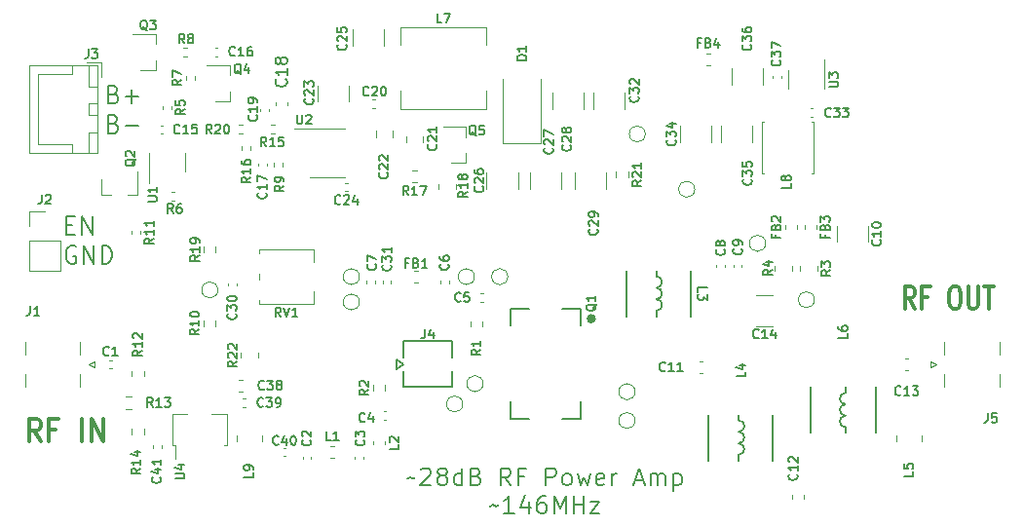
<source format=gto>
%TF.GenerationSoftware,KiCad,Pcbnew,7.0.1*%
%TF.CreationDate,2023-07-29T01:53:36-07:00*%
%TF.ProjectId,FET_Amplifier_HW,4645545f-416d-4706-9c69-666965725f48,rev?*%
%TF.SameCoordinates,PX4b571c0PY5a995c0*%
%TF.FileFunction,Legend,Top*%
%TF.FilePolarity,Positive*%
%FSLAX46Y46*%
G04 Gerber Fmt 4.6, Leading zero omitted, Abs format (unit mm)*
G04 Created by KiCad (PCBNEW 7.0.1) date 2023-07-29 01:53:36*
%MOMM*%
%LPD*%
G01*
G04 APERTURE LIST*
%ADD10C,0.200000*%
%ADD11C,0.300000*%
%ADD12C,0.150000*%
%ADD13C,0.135000*%
%ADD14C,0.120000*%
%ADD15C,0.400000*%
G04 APERTURE END LIST*
D10*
X33400001Y4535000D02*
X33471429Y4606429D01*
X33471429Y4606429D02*
X33614286Y4677858D01*
X33614286Y4677858D02*
X33900001Y4535000D01*
X33900001Y4535000D02*
X34042858Y4606429D01*
X34042858Y4606429D02*
X34114286Y4677858D01*
X34614287Y5320715D02*
X34685715Y5392143D01*
X34685715Y5392143D02*
X34828573Y5463572D01*
X34828573Y5463572D02*
X35185715Y5463572D01*
X35185715Y5463572D02*
X35328573Y5392143D01*
X35328573Y5392143D02*
X35400001Y5320715D01*
X35400001Y5320715D02*
X35471430Y5177858D01*
X35471430Y5177858D02*
X35471430Y5035000D01*
X35471430Y5035000D02*
X35400001Y4820715D01*
X35400001Y4820715D02*
X34542858Y3963572D01*
X34542858Y3963572D02*
X35471430Y3963572D01*
X36328572Y4820715D02*
X36185715Y4892143D01*
X36185715Y4892143D02*
X36114286Y4963572D01*
X36114286Y4963572D02*
X36042858Y5106429D01*
X36042858Y5106429D02*
X36042858Y5177858D01*
X36042858Y5177858D02*
X36114286Y5320715D01*
X36114286Y5320715D02*
X36185715Y5392143D01*
X36185715Y5392143D02*
X36328572Y5463572D01*
X36328572Y5463572D02*
X36614286Y5463572D01*
X36614286Y5463572D02*
X36757144Y5392143D01*
X36757144Y5392143D02*
X36828572Y5320715D01*
X36828572Y5320715D02*
X36900001Y5177858D01*
X36900001Y5177858D02*
X36900001Y5106429D01*
X36900001Y5106429D02*
X36828572Y4963572D01*
X36828572Y4963572D02*
X36757144Y4892143D01*
X36757144Y4892143D02*
X36614286Y4820715D01*
X36614286Y4820715D02*
X36328572Y4820715D01*
X36328572Y4820715D02*
X36185715Y4749286D01*
X36185715Y4749286D02*
X36114286Y4677858D01*
X36114286Y4677858D02*
X36042858Y4535000D01*
X36042858Y4535000D02*
X36042858Y4249286D01*
X36042858Y4249286D02*
X36114286Y4106429D01*
X36114286Y4106429D02*
X36185715Y4035000D01*
X36185715Y4035000D02*
X36328572Y3963572D01*
X36328572Y3963572D02*
X36614286Y3963572D01*
X36614286Y3963572D02*
X36757144Y4035000D01*
X36757144Y4035000D02*
X36828572Y4106429D01*
X36828572Y4106429D02*
X36900001Y4249286D01*
X36900001Y4249286D02*
X36900001Y4535000D01*
X36900001Y4535000D02*
X36828572Y4677858D01*
X36828572Y4677858D02*
X36757144Y4749286D01*
X36757144Y4749286D02*
X36614286Y4820715D01*
X38185715Y3963572D02*
X38185715Y5463572D01*
X38185715Y4035000D02*
X38042857Y3963572D01*
X38042857Y3963572D02*
X37757143Y3963572D01*
X37757143Y3963572D02*
X37614286Y4035000D01*
X37614286Y4035000D02*
X37542857Y4106429D01*
X37542857Y4106429D02*
X37471429Y4249286D01*
X37471429Y4249286D02*
X37471429Y4677858D01*
X37471429Y4677858D02*
X37542857Y4820715D01*
X37542857Y4820715D02*
X37614286Y4892143D01*
X37614286Y4892143D02*
X37757143Y4963572D01*
X37757143Y4963572D02*
X38042857Y4963572D01*
X38042857Y4963572D02*
X38185715Y4892143D01*
X39400000Y4749286D02*
X39614286Y4677858D01*
X39614286Y4677858D02*
X39685715Y4606429D01*
X39685715Y4606429D02*
X39757143Y4463572D01*
X39757143Y4463572D02*
X39757143Y4249286D01*
X39757143Y4249286D02*
X39685715Y4106429D01*
X39685715Y4106429D02*
X39614286Y4035000D01*
X39614286Y4035000D02*
X39471429Y3963572D01*
X39471429Y3963572D02*
X38900000Y3963572D01*
X38900000Y3963572D02*
X38900000Y5463572D01*
X38900000Y5463572D02*
X39400000Y5463572D01*
X39400000Y5463572D02*
X39542858Y5392143D01*
X39542858Y5392143D02*
X39614286Y5320715D01*
X39614286Y5320715D02*
X39685715Y5177858D01*
X39685715Y5177858D02*
X39685715Y5035000D01*
X39685715Y5035000D02*
X39614286Y4892143D01*
X39614286Y4892143D02*
X39542858Y4820715D01*
X39542858Y4820715D02*
X39400000Y4749286D01*
X39400000Y4749286D02*
X38900000Y4749286D01*
X42400000Y3963572D02*
X41900000Y4677858D01*
X41542857Y3963572D02*
X41542857Y5463572D01*
X41542857Y5463572D02*
X42114286Y5463572D01*
X42114286Y5463572D02*
X42257143Y5392143D01*
X42257143Y5392143D02*
X42328572Y5320715D01*
X42328572Y5320715D02*
X42400000Y5177858D01*
X42400000Y5177858D02*
X42400000Y4963572D01*
X42400000Y4963572D02*
X42328572Y4820715D01*
X42328572Y4820715D02*
X42257143Y4749286D01*
X42257143Y4749286D02*
X42114286Y4677858D01*
X42114286Y4677858D02*
X41542857Y4677858D01*
X43542857Y4749286D02*
X43042857Y4749286D01*
X43042857Y3963572D02*
X43042857Y5463572D01*
X43042857Y5463572D02*
X43757143Y5463572D01*
X45471428Y3963572D02*
X45471428Y5463572D01*
X45471428Y5463572D02*
X46042857Y5463572D01*
X46042857Y5463572D02*
X46185714Y5392143D01*
X46185714Y5392143D02*
X46257143Y5320715D01*
X46257143Y5320715D02*
X46328571Y5177858D01*
X46328571Y5177858D02*
X46328571Y4963572D01*
X46328571Y4963572D02*
X46257143Y4820715D01*
X46257143Y4820715D02*
X46185714Y4749286D01*
X46185714Y4749286D02*
X46042857Y4677858D01*
X46042857Y4677858D02*
X45471428Y4677858D01*
X47185714Y3963572D02*
X47042857Y4035000D01*
X47042857Y4035000D02*
X46971428Y4106429D01*
X46971428Y4106429D02*
X46900000Y4249286D01*
X46900000Y4249286D02*
X46900000Y4677858D01*
X46900000Y4677858D02*
X46971428Y4820715D01*
X46971428Y4820715D02*
X47042857Y4892143D01*
X47042857Y4892143D02*
X47185714Y4963572D01*
X47185714Y4963572D02*
X47400000Y4963572D01*
X47400000Y4963572D02*
X47542857Y4892143D01*
X47542857Y4892143D02*
X47614286Y4820715D01*
X47614286Y4820715D02*
X47685714Y4677858D01*
X47685714Y4677858D02*
X47685714Y4249286D01*
X47685714Y4249286D02*
X47614286Y4106429D01*
X47614286Y4106429D02*
X47542857Y4035000D01*
X47542857Y4035000D02*
X47400000Y3963572D01*
X47400000Y3963572D02*
X47185714Y3963572D01*
X48185714Y4963572D02*
X48471429Y3963572D01*
X48471429Y3963572D02*
X48757143Y4677858D01*
X48757143Y4677858D02*
X49042857Y3963572D01*
X49042857Y3963572D02*
X49328571Y4963572D01*
X50471429Y4035000D02*
X50328572Y3963572D01*
X50328572Y3963572D02*
X50042858Y3963572D01*
X50042858Y3963572D02*
X49900000Y4035000D01*
X49900000Y4035000D02*
X49828572Y4177858D01*
X49828572Y4177858D02*
X49828572Y4749286D01*
X49828572Y4749286D02*
X49900000Y4892143D01*
X49900000Y4892143D02*
X50042858Y4963572D01*
X50042858Y4963572D02*
X50328572Y4963572D01*
X50328572Y4963572D02*
X50471429Y4892143D01*
X50471429Y4892143D02*
X50542858Y4749286D01*
X50542858Y4749286D02*
X50542858Y4606429D01*
X50542858Y4606429D02*
X49828572Y4463572D01*
X51185714Y3963572D02*
X51185714Y4963572D01*
X51185714Y4677858D02*
X51257143Y4820715D01*
X51257143Y4820715D02*
X51328572Y4892143D01*
X51328572Y4892143D02*
X51471429Y4963572D01*
X51471429Y4963572D02*
X51614286Y4963572D01*
X53185714Y4392143D02*
X53900000Y4392143D01*
X53042857Y3963572D02*
X53542857Y5463572D01*
X53542857Y5463572D02*
X54042857Y3963572D01*
X54542856Y3963572D02*
X54542856Y4963572D01*
X54542856Y4820715D02*
X54614285Y4892143D01*
X54614285Y4892143D02*
X54757142Y4963572D01*
X54757142Y4963572D02*
X54971428Y4963572D01*
X54971428Y4963572D02*
X55114285Y4892143D01*
X55114285Y4892143D02*
X55185714Y4749286D01*
X55185714Y4749286D02*
X55185714Y3963572D01*
X55185714Y4749286D02*
X55257142Y4892143D01*
X55257142Y4892143D02*
X55399999Y4963572D01*
X55399999Y4963572D02*
X55614285Y4963572D01*
X55614285Y4963572D02*
X55757142Y4892143D01*
X55757142Y4892143D02*
X55828571Y4749286D01*
X55828571Y4749286D02*
X55828571Y3963572D01*
X56542856Y4963572D02*
X56542856Y3463572D01*
X56542856Y4892143D02*
X56685714Y4963572D01*
X56685714Y4963572D02*
X56971428Y4963572D01*
X56971428Y4963572D02*
X57114285Y4892143D01*
X57114285Y4892143D02*
X57185714Y4820715D01*
X57185714Y4820715D02*
X57257142Y4677858D01*
X57257142Y4677858D02*
X57257142Y4249286D01*
X57257142Y4249286D02*
X57185714Y4106429D01*
X57185714Y4106429D02*
X57114285Y4035000D01*
X57114285Y4035000D02*
X56971428Y3963572D01*
X56971428Y3963572D02*
X56685714Y3963572D01*
X56685714Y3963572D02*
X56542856Y4035000D01*
X40614286Y2105000D02*
X40685714Y2176429D01*
X40685714Y2176429D02*
X40828571Y2247858D01*
X40828571Y2247858D02*
X41114286Y2105000D01*
X41114286Y2105000D02*
X41257143Y2176429D01*
X41257143Y2176429D02*
X41328571Y2247858D01*
X42685715Y1533572D02*
X41828572Y1533572D01*
X42257143Y1533572D02*
X42257143Y3033572D01*
X42257143Y3033572D02*
X42114286Y2819286D01*
X42114286Y2819286D02*
X41971429Y2676429D01*
X41971429Y2676429D02*
X41828572Y2605000D01*
X43971429Y2533572D02*
X43971429Y1533572D01*
X43614286Y3105000D02*
X43257143Y2033572D01*
X43257143Y2033572D02*
X44185714Y2033572D01*
X45400000Y3033572D02*
X45114285Y3033572D01*
X45114285Y3033572D02*
X44971428Y2962143D01*
X44971428Y2962143D02*
X44900000Y2890715D01*
X44900000Y2890715D02*
X44757142Y2676429D01*
X44757142Y2676429D02*
X44685714Y2390715D01*
X44685714Y2390715D02*
X44685714Y1819286D01*
X44685714Y1819286D02*
X44757142Y1676429D01*
X44757142Y1676429D02*
X44828571Y1605000D01*
X44828571Y1605000D02*
X44971428Y1533572D01*
X44971428Y1533572D02*
X45257142Y1533572D01*
X45257142Y1533572D02*
X45400000Y1605000D01*
X45400000Y1605000D02*
X45471428Y1676429D01*
X45471428Y1676429D02*
X45542857Y1819286D01*
X45542857Y1819286D02*
X45542857Y2176429D01*
X45542857Y2176429D02*
X45471428Y2319286D01*
X45471428Y2319286D02*
X45400000Y2390715D01*
X45400000Y2390715D02*
X45257142Y2462143D01*
X45257142Y2462143D02*
X44971428Y2462143D01*
X44971428Y2462143D02*
X44828571Y2390715D01*
X44828571Y2390715D02*
X44757142Y2319286D01*
X44757142Y2319286D02*
X44685714Y2176429D01*
X46185713Y1533572D02*
X46185713Y3033572D01*
X46185713Y3033572D02*
X46685713Y1962143D01*
X46685713Y1962143D02*
X47185713Y3033572D01*
X47185713Y3033572D02*
X47185713Y1533572D01*
X47899999Y1533572D02*
X47899999Y3033572D01*
X47899999Y2319286D02*
X48757142Y2319286D01*
X48757142Y1533572D02*
X48757142Y3033572D01*
X49328571Y2533572D02*
X50114286Y2533572D01*
X50114286Y2533572D02*
X49328571Y1533572D01*
X49328571Y1533572D02*
X50114286Y1533572D01*
X3807142Y26601481D02*
X4307142Y26601481D01*
X4521428Y25773862D02*
X3807142Y25773862D01*
X3807142Y25773862D02*
X3807142Y27353862D01*
X3807142Y27353862D02*
X4521428Y27353862D01*
X5164285Y25773862D02*
X5164285Y27353862D01*
X5164285Y27353862D02*
X6021428Y25773862D01*
X6021428Y25773862D02*
X6021428Y27353862D01*
X4592857Y24719024D02*
X4450000Y24794262D01*
X4450000Y24794262D02*
X4235714Y24794262D01*
X4235714Y24794262D02*
X4021428Y24719024D01*
X4021428Y24719024D02*
X3878571Y24568548D01*
X3878571Y24568548D02*
X3807142Y24418072D01*
X3807142Y24418072D02*
X3735714Y24117120D01*
X3735714Y24117120D02*
X3735714Y23891405D01*
X3735714Y23891405D02*
X3807142Y23590453D01*
X3807142Y23590453D02*
X3878571Y23439977D01*
X3878571Y23439977D02*
X4021428Y23289500D01*
X4021428Y23289500D02*
X4235714Y23214262D01*
X4235714Y23214262D02*
X4378571Y23214262D01*
X4378571Y23214262D02*
X4592857Y23289500D01*
X4592857Y23289500D02*
X4664285Y23364739D01*
X4664285Y23364739D02*
X4664285Y23891405D01*
X4664285Y23891405D02*
X4378571Y23891405D01*
X5307142Y23214262D02*
X5307142Y24794262D01*
X5307142Y24794262D02*
X6164285Y23214262D01*
X6164285Y23214262D02*
X6164285Y24794262D01*
X6878571Y23214262D02*
X6878571Y24794262D01*
X6878571Y24794262D02*
X7235714Y24794262D01*
X7235714Y24794262D02*
X7450000Y24719024D01*
X7450000Y24719024D02*
X7592857Y24568548D01*
X7592857Y24568548D02*
X7664286Y24418072D01*
X7664286Y24418072D02*
X7735714Y24117120D01*
X7735714Y24117120D02*
X7735714Y23891405D01*
X7735714Y23891405D02*
X7664286Y23590453D01*
X7664286Y23590453D02*
X7592857Y23439977D01*
X7592857Y23439977D02*
X7450000Y23289500D01*
X7450000Y23289500D02*
X7235714Y23214262D01*
X7235714Y23214262D02*
X6878571Y23214262D01*
D11*
X77507142Y19274762D02*
X77007142Y20227143D01*
X76649999Y19274762D02*
X76649999Y21274762D01*
X76649999Y21274762D02*
X77221428Y21274762D01*
X77221428Y21274762D02*
X77364285Y21179524D01*
X77364285Y21179524D02*
X77435714Y21084286D01*
X77435714Y21084286D02*
X77507142Y20893810D01*
X77507142Y20893810D02*
X77507142Y20608096D01*
X77507142Y20608096D02*
X77435714Y20417620D01*
X77435714Y20417620D02*
X77364285Y20322381D01*
X77364285Y20322381D02*
X77221428Y20227143D01*
X77221428Y20227143D02*
X76649999Y20227143D01*
X78649999Y20322381D02*
X78149999Y20322381D01*
X78149999Y19274762D02*
X78149999Y21274762D01*
X78149999Y21274762D02*
X78864285Y21274762D01*
X80864285Y21274762D02*
X81149999Y21274762D01*
X81149999Y21274762D02*
X81292856Y21179524D01*
X81292856Y21179524D02*
X81435713Y20989048D01*
X81435713Y20989048D02*
X81507142Y20608096D01*
X81507142Y20608096D02*
X81507142Y19941429D01*
X81507142Y19941429D02*
X81435713Y19560477D01*
X81435713Y19560477D02*
X81292856Y19370000D01*
X81292856Y19370000D02*
X81149999Y19274762D01*
X81149999Y19274762D02*
X80864285Y19274762D01*
X80864285Y19274762D02*
X80721428Y19370000D01*
X80721428Y19370000D02*
X80578570Y19560477D01*
X80578570Y19560477D02*
X80507142Y19941429D01*
X80507142Y19941429D02*
X80507142Y20608096D01*
X80507142Y20608096D02*
X80578570Y20989048D01*
X80578570Y20989048D02*
X80721428Y21179524D01*
X80721428Y21179524D02*
X80864285Y21274762D01*
X82149999Y21274762D02*
X82149999Y19655715D01*
X82149999Y19655715D02*
X82221428Y19465239D01*
X82221428Y19465239D02*
X82292857Y19370000D01*
X82292857Y19370000D02*
X82435714Y19274762D01*
X82435714Y19274762D02*
X82721428Y19274762D01*
X82721428Y19274762D02*
X82864285Y19370000D01*
X82864285Y19370000D02*
X82935714Y19465239D01*
X82935714Y19465239D02*
X83007142Y19655715D01*
X83007142Y19655715D02*
X83007142Y21274762D01*
X83507143Y21274762D02*
X84364286Y21274762D01*
X83935714Y19274762D02*
X83935714Y21274762D01*
X1541667Y7774762D02*
X958334Y8727143D01*
X541667Y7774762D02*
X541667Y9774762D01*
X541667Y9774762D02*
X1208334Y9774762D01*
X1208334Y9774762D02*
X1375001Y9679524D01*
X1375001Y9679524D02*
X1458334Y9584286D01*
X1458334Y9584286D02*
X1541667Y9393810D01*
X1541667Y9393810D02*
X1541667Y9108096D01*
X1541667Y9108096D02*
X1458334Y8917620D01*
X1458334Y8917620D02*
X1375001Y8822381D01*
X1375001Y8822381D02*
X1208334Y8727143D01*
X1208334Y8727143D02*
X541667Y8727143D01*
X2875001Y8822381D02*
X2291667Y8822381D01*
X2291667Y7774762D02*
X2291667Y9774762D01*
X2291667Y9774762D02*
X3125001Y9774762D01*
X5125000Y7774762D02*
X5125000Y9774762D01*
X5958333Y7774762D02*
X5958333Y9774762D01*
X5958333Y9774762D02*
X6958333Y7774762D01*
X6958333Y7774762D02*
X6958333Y9774762D01*
D10*
X7907142Y37976481D02*
X8121428Y37901243D01*
X8121428Y37901243D02*
X8192857Y37826005D01*
X8192857Y37826005D02*
X8264285Y37675529D01*
X8264285Y37675529D02*
X8264285Y37449815D01*
X8264285Y37449815D02*
X8192857Y37299339D01*
X8192857Y37299339D02*
X8121428Y37224100D01*
X8121428Y37224100D02*
X7978571Y37148862D01*
X7978571Y37148862D02*
X7407142Y37148862D01*
X7407142Y37148862D02*
X7407142Y38728862D01*
X7407142Y38728862D02*
X7907142Y38728862D01*
X7907142Y38728862D02*
X8050000Y38653624D01*
X8050000Y38653624D02*
X8121428Y38578386D01*
X8121428Y38578386D02*
X8192857Y38427910D01*
X8192857Y38427910D02*
X8192857Y38277434D01*
X8192857Y38277434D02*
X8121428Y38126958D01*
X8121428Y38126958D02*
X8050000Y38051720D01*
X8050000Y38051720D02*
X7907142Y37976481D01*
X7907142Y37976481D02*
X7407142Y37976481D01*
X8907142Y37750767D02*
X10050000Y37750767D01*
X9478571Y37148862D02*
X9478571Y38352672D01*
X7907142Y35416881D02*
X8121428Y35341643D01*
X8121428Y35341643D02*
X8192857Y35266405D01*
X8192857Y35266405D02*
X8264285Y35115929D01*
X8264285Y35115929D02*
X8264285Y34890215D01*
X8264285Y34890215D02*
X8192857Y34739739D01*
X8192857Y34739739D02*
X8121428Y34664500D01*
X8121428Y34664500D02*
X7978571Y34589262D01*
X7978571Y34589262D02*
X7407142Y34589262D01*
X7407142Y34589262D02*
X7407142Y36169262D01*
X7407142Y36169262D02*
X7907142Y36169262D01*
X7907142Y36169262D02*
X8050000Y36094024D01*
X8050000Y36094024D02*
X8121428Y36018786D01*
X8121428Y36018786D02*
X8192857Y35868310D01*
X8192857Y35868310D02*
X8192857Y35717834D01*
X8192857Y35717834D02*
X8121428Y35567358D01*
X8121428Y35567358D02*
X8050000Y35492120D01*
X8050000Y35492120D02*
X7907142Y35416881D01*
X7907142Y35416881D02*
X7407142Y35416881D01*
X8907142Y35191167D02*
X10050000Y35191167D01*
D12*
%TO.C,C18*%
X22867380Y39257143D02*
X22915000Y39209524D01*
X22915000Y39209524D02*
X22962619Y39066667D01*
X22962619Y39066667D02*
X22962619Y38971429D01*
X22962619Y38971429D02*
X22915000Y38828572D01*
X22915000Y38828572D02*
X22819761Y38733334D01*
X22819761Y38733334D02*
X22724523Y38685715D01*
X22724523Y38685715D02*
X22534047Y38638096D01*
X22534047Y38638096D02*
X22391190Y38638096D01*
X22391190Y38638096D02*
X22200714Y38685715D01*
X22200714Y38685715D02*
X22105476Y38733334D01*
X22105476Y38733334D02*
X22010238Y38828572D01*
X22010238Y38828572D02*
X21962619Y38971429D01*
X21962619Y38971429D02*
X21962619Y39066667D01*
X21962619Y39066667D02*
X22010238Y39209524D01*
X22010238Y39209524D02*
X22057857Y39257143D01*
X22962619Y40209524D02*
X22962619Y39638096D01*
X22962619Y39923810D02*
X21962619Y39923810D01*
X21962619Y39923810D02*
X22105476Y39828572D01*
X22105476Y39828572D02*
X22200714Y39733334D01*
X22200714Y39733334D02*
X22248333Y39638096D01*
X22391190Y40780953D02*
X22343571Y40685715D01*
X22343571Y40685715D02*
X22295952Y40638096D01*
X22295952Y40638096D02*
X22200714Y40590477D01*
X22200714Y40590477D02*
X22153095Y40590477D01*
X22153095Y40590477D02*
X22057857Y40638096D01*
X22057857Y40638096D02*
X22010238Y40685715D01*
X22010238Y40685715D02*
X21962619Y40780953D01*
X21962619Y40780953D02*
X21962619Y40971429D01*
X21962619Y40971429D02*
X22010238Y41066667D01*
X22010238Y41066667D02*
X22057857Y41114286D01*
X22057857Y41114286D02*
X22153095Y41161905D01*
X22153095Y41161905D02*
X22200714Y41161905D01*
X22200714Y41161905D02*
X22295952Y41114286D01*
X22295952Y41114286D02*
X22343571Y41066667D01*
X22343571Y41066667D02*
X22391190Y40971429D01*
X22391190Y40971429D02*
X22391190Y40780953D01*
X22391190Y40780953D02*
X22438809Y40685715D01*
X22438809Y40685715D02*
X22486428Y40638096D01*
X22486428Y40638096D02*
X22581666Y40590477D01*
X22581666Y40590477D02*
X22772142Y40590477D01*
X22772142Y40590477D02*
X22867380Y40638096D01*
X22867380Y40638096D02*
X22915000Y40685715D01*
X22915000Y40685715D02*
X22962619Y40780953D01*
X22962619Y40780953D02*
X22962619Y40971429D01*
X22962619Y40971429D02*
X22915000Y41066667D01*
X22915000Y41066667D02*
X22867380Y41114286D01*
X22867380Y41114286D02*
X22772142Y41161905D01*
X22772142Y41161905D02*
X22581666Y41161905D01*
X22581666Y41161905D02*
X22486428Y41114286D01*
X22486428Y41114286D02*
X22438809Y41066667D01*
X22438809Y41066667D02*
X22391190Y40971429D01*
D13*
%TO.C,L5*%
X77370095Y5166667D02*
X77370095Y4785715D01*
X77370095Y4785715D02*
X76570095Y4785715D01*
X76570095Y5814286D02*
X76570095Y5433334D01*
X76570095Y5433334D02*
X76951047Y5395238D01*
X76951047Y5395238D02*
X76912952Y5433334D01*
X76912952Y5433334D02*
X76874857Y5509524D01*
X76874857Y5509524D02*
X76874857Y5700000D01*
X76874857Y5700000D02*
X76912952Y5776191D01*
X76912952Y5776191D02*
X76951047Y5814286D01*
X76951047Y5814286D02*
X77027238Y5852381D01*
X77027238Y5852381D02*
X77217714Y5852381D01*
X77217714Y5852381D02*
X77293904Y5814286D01*
X77293904Y5814286D02*
X77332000Y5776191D01*
X77332000Y5776191D02*
X77370095Y5700000D01*
X77370095Y5700000D02*
X77370095Y5509524D01*
X77370095Y5509524D02*
X77332000Y5433334D01*
X77332000Y5433334D02*
X77293904Y5395238D01*
%TO.C,C11*%
X55835714Y13956096D02*
X55797618Y13918000D01*
X55797618Y13918000D02*
X55683333Y13879905D01*
X55683333Y13879905D02*
X55607142Y13879905D01*
X55607142Y13879905D02*
X55492856Y13918000D01*
X55492856Y13918000D02*
X55416666Y13994191D01*
X55416666Y13994191D02*
X55378571Y14070381D01*
X55378571Y14070381D02*
X55340475Y14222762D01*
X55340475Y14222762D02*
X55340475Y14337048D01*
X55340475Y14337048D02*
X55378571Y14489429D01*
X55378571Y14489429D02*
X55416666Y14565620D01*
X55416666Y14565620D02*
X55492856Y14641810D01*
X55492856Y14641810D02*
X55607142Y14679905D01*
X55607142Y14679905D02*
X55683333Y14679905D01*
X55683333Y14679905D02*
X55797618Y14641810D01*
X55797618Y14641810D02*
X55835714Y14603715D01*
X56597618Y13879905D02*
X56140475Y13879905D01*
X56369047Y13879905D02*
X56369047Y14679905D01*
X56369047Y14679905D02*
X56292856Y14565620D01*
X56292856Y14565620D02*
X56216666Y14489429D01*
X56216666Y14489429D02*
X56140475Y14451334D01*
X57359523Y13879905D02*
X56902380Y13879905D01*
X57130952Y13879905D02*
X57130952Y14679905D01*
X57130952Y14679905D02*
X57054761Y14565620D01*
X57054761Y14565620D02*
X56978571Y14489429D01*
X56978571Y14489429D02*
X56902380Y14451334D01*
%TO.C,R16*%
X19790095Y30735715D02*
X19409142Y30469048D01*
X19790095Y30278572D02*
X18990095Y30278572D01*
X18990095Y30278572D02*
X18990095Y30583334D01*
X18990095Y30583334D02*
X19028190Y30659524D01*
X19028190Y30659524D02*
X19066285Y30697619D01*
X19066285Y30697619D02*
X19142476Y30735715D01*
X19142476Y30735715D02*
X19256761Y30735715D01*
X19256761Y30735715D02*
X19332952Y30697619D01*
X19332952Y30697619D02*
X19371047Y30659524D01*
X19371047Y30659524D02*
X19409142Y30583334D01*
X19409142Y30583334D02*
X19409142Y30278572D01*
X19790095Y31497619D02*
X19790095Y31040476D01*
X19790095Y31269048D02*
X18990095Y31269048D01*
X18990095Y31269048D02*
X19104380Y31192857D01*
X19104380Y31192857D02*
X19180571Y31116667D01*
X19180571Y31116667D02*
X19218666Y31040476D01*
X18990095Y32183334D02*
X18990095Y32030953D01*
X18990095Y32030953D02*
X19028190Y31954762D01*
X19028190Y31954762D02*
X19066285Y31916667D01*
X19066285Y31916667D02*
X19180571Y31840477D01*
X19180571Y31840477D02*
X19332952Y31802381D01*
X19332952Y31802381D02*
X19637714Y31802381D01*
X19637714Y31802381D02*
X19713904Y31840477D01*
X19713904Y31840477D02*
X19752000Y31878572D01*
X19752000Y31878572D02*
X19790095Y31954762D01*
X19790095Y31954762D02*
X19790095Y32107143D01*
X19790095Y32107143D02*
X19752000Y32183334D01*
X19752000Y32183334D02*
X19713904Y32221429D01*
X19713904Y32221429D02*
X19637714Y32259524D01*
X19637714Y32259524D02*
X19447238Y32259524D01*
X19447238Y32259524D02*
X19371047Y32221429D01*
X19371047Y32221429D02*
X19332952Y32183334D01*
X19332952Y32183334D02*
X19294857Y32107143D01*
X19294857Y32107143D02*
X19294857Y31954762D01*
X19294857Y31954762D02*
X19332952Y31878572D01*
X19332952Y31878572D02*
X19371047Y31840477D01*
X19371047Y31840477D02*
X19447238Y31802381D01*
%TO.C,FB1*%
X33483333Y23298953D02*
X33216667Y23298953D01*
X33216667Y22879905D02*
X33216667Y23679905D01*
X33216667Y23679905D02*
X33597619Y23679905D01*
X34169047Y23298953D02*
X34283333Y23260858D01*
X34283333Y23260858D02*
X34321428Y23222762D01*
X34321428Y23222762D02*
X34359524Y23146572D01*
X34359524Y23146572D02*
X34359524Y23032286D01*
X34359524Y23032286D02*
X34321428Y22956096D01*
X34321428Y22956096D02*
X34283333Y22918000D01*
X34283333Y22918000D02*
X34207143Y22879905D01*
X34207143Y22879905D02*
X33902381Y22879905D01*
X33902381Y22879905D02*
X33902381Y23679905D01*
X33902381Y23679905D02*
X34169047Y23679905D01*
X34169047Y23679905D02*
X34245238Y23641810D01*
X34245238Y23641810D02*
X34283333Y23603715D01*
X34283333Y23603715D02*
X34321428Y23527524D01*
X34321428Y23527524D02*
X34321428Y23451334D01*
X34321428Y23451334D02*
X34283333Y23375143D01*
X34283333Y23375143D02*
X34245238Y23337048D01*
X34245238Y23337048D02*
X34169047Y23298953D01*
X34169047Y23298953D02*
X33902381Y23298953D01*
X35121428Y22879905D02*
X34664285Y22879905D01*
X34892857Y22879905D02*
X34892857Y23679905D01*
X34892857Y23679905D02*
X34816666Y23565620D01*
X34816666Y23565620D02*
X34740476Y23489429D01*
X34740476Y23489429D02*
X34664285Y23451334D01*
%TO.C,C26*%
X39963904Y29935715D02*
X40002000Y29897619D01*
X40002000Y29897619D02*
X40040095Y29783334D01*
X40040095Y29783334D02*
X40040095Y29707143D01*
X40040095Y29707143D02*
X40002000Y29592857D01*
X40002000Y29592857D02*
X39925809Y29516667D01*
X39925809Y29516667D02*
X39849619Y29478572D01*
X39849619Y29478572D02*
X39697238Y29440476D01*
X39697238Y29440476D02*
X39582952Y29440476D01*
X39582952Y29440476D02*
X39430571Y29478572D01*
X39430571Y29478572D02*
X39354380Y29516667D01*
X39354380Y29516667D02*
X39278190Y29592857D01*
X39278190Y29592857D02*
X39240095Y29707143D01*
X39240095Y29707143D02*
X39240095Y29783334D01*
X39240095Y29783334D02*
X39278190Y29897619D01*
X39278190Y29897619D02*
X39316285Y29935715D01*
X39316285Y30240476D02*
X39278190Y30278572D01*
X39278190Y30278572D02*
X39240095Y30354762D01*
X39240095Y30354762D02*
X39240095Y30545238D01*
X39240095Y30545238D02*
X39278190Y30621429D01*
X39278190Y30621429D02*
X39316285Y30659524D01*
X39316285Y30659524D02*
X39392476Y30697619D01*
X39392476Y30697619D02*
X39468666Y30697619D01*
X39468666Y30697619D02*
X39582952Y30659524D01*
X39582952Y30659524D02*
X40040095Y30202381D01*
X40040095Y30202381D02*
X40040095Y30697619D01*
X39240095Y31383334D02*
X39240095Y31230953D01*
X39240095Y31230953D02*
X39278190Y31154762D01*
X39278190Y31154762D02*
X39316285Y31116667D01*
X39316285Y31116667D02*
X39430571Y31040477D01*
X39430571Y31040477D02*
X39582952Y31002381D01*
X39582952Y31002381D02*
X39887714Y31002381D01*
X39887714Y31002381D02*
X39963904Y31040477D01*
X39963904Y31040477D02*
X40002000Y31078572D01*
X40002000Y31078572D02*
X40040095Y31154762D01*
X40040095Y31154762D02*
X40040095Y31307143D01*
X40040095Y31307143D02*
X40002000Y31383334D01*
X40002000Y31383334D02*
X39963904Y31421429D01*
X39963904Y31421429D02*
X39887714Y31459524D01*
X39887714Y31459524D02*
X39697238Y31459524D01*
X39697238Y31459524D02*
X39621047Y31421429D01*
X39621047Y31421429D02*
X39582952Y31383334D01*
X39582952Y31383334D02*
X39544857Y31307143D01*
X39544857Y31307143D02*
X39544857Y31154762D01*
X39544857Y31154762D02*
X39582952Y31078572D01*
X39582952Y31078572D02*
X39621047Y31040477D01*
X39621047Y31040477D02*
X39697238Y31002381D01*
%TO.C,R5*%
X14090095Y36666668D02*
X13709142Y36400001D01*
X14090095Y36209525D02*
X13290095Y36209525D01*
X13290095Y36209525D02*
X13290095Y36514287D01*
X13290095Y36514287D02*
X13328190Y36590477D01*
X13328190Y36590477D02*
X13366285Y36628572D01*
X13366285Y36628572D02*
X13442476Y36666668D01*
X13442476Y36666668D02*
X13556761Y36666668D01*
X13556761Y36666668D02*
X13632952Y36628572D01*
X13632952Y36628572D02*
X13671047Y36590477D01*
X13671047Y36590477D02*
X13709142Y36514287D01*
X13709142Y36514287D02*
X13709142Y36209525D01*
X13290095Y37390477D02*
X13290095Y37009525D01*
X13290095Y37009525D02*
X13671047Y36971429D01*
X13671047Y36971429D02*
X13632952Y37009525D01*
X13632952Y37009525D02*
X13594857Y37085715D01*
X13594857Y37085715D02*
X13594857Y37276191D01*
X13594857Y37276191D02*
X13632952Y37352382D01*
X13632952Y37352382D02*
X13671047Y37390477D01*
X13671047Y37390477D02*
X13747238Y37428572D01*
X13747238Y37428572D02*
X13937714Y37428572D01*
X13937714Y37428572D02*
X14013904Y37390477D01*
X14013904Y37390477D02*
X14052000Y37352382D01*
X14052000Y37352382D02*
X14090095Y37276191D01*
X14090095Y37276191D02*
X14090095Y37085715D01*
X14090095Y37085715D02*
X14052000Y37009525D01*
X14052000Y37009525D02*
X14013904Y36971429D01*
%TO.C,R17*%
X33505714Y29179905D02*
X33239047Y29560858D01*
X33048571Y29179905D02*
X33048571Y29979905D01*
X33048571Y29979905D02*
X33353333Y29979905D01*
X33353333Y29979905D02*
X33429523Y29941810D01*
X33429523Y29941810D02*
X33467618Y29903715D01*
X33467618Y29903715D02*
X33505714Y29827524D01*
X33505714Y29827524D02*
X33505714Y29713239D01*
X33505714Y29713239D02*
X33467618Y29637048D01*
X33467618Y29637048D02*
X33429523Y29598953D01*
X33429523Y29598953D02*
X33353333Y29560858D01*
X33353333Y29560858D02*
X33048571Y29560858D01*
X34267618Y29179905D02*
X33810475Y29179905D01*
X34039047Y29179905D02*
X34039047Y29979905D01*
X34039047Y29979905D02*
X33962856Y29865620D01*
X33962856Y29865620D02*
X33886666Y29789429D01*
X33886666Y29789429D02*
X33810475Y29751334D01*
X34534285Y29979905D02*
X35067619Y29979905D01*
X35067619Y29979905D02*
X34724761Y29179905D01*
%TO.C,R8*%
X14056667Y42379905D02*
X13790000Y42760858D01*
X13599524Y42379905D02*
X13599524Y43179905D01*
X13599524Y43179905D02*
X13904286Y43179905D01*
X13904286Y43179905D02*
X13980476Y43141810D01*
X13980476Y43141810D02*
X14018571Y43103715D01*
X14018571Y43103715D02*
X14056667Y43027524D01*
X14056667Y43027524D02*
X14056667Y42913239D01*
X14056667Y42913239D02*
X14018571Y42837048D01*
X14018571Y42837048D02*
X13980476Y42798953D01*
X13980476Y42798953D02*
X13904286Y42760858D01*
X13904286Y42760858D02*
X13599524Y42760858D01*
X14513809Y42837048D02*
X14437619Y42875143D01*
X14437619Y42875143D02*
X14399524Y42913239D01*
X14399524Y42913239D02*
X14361428Y42989429D01*
X14361428Y42989429D02*
X14361428Y43027524D01*
X14361428Y43027524D02*
X14399524Y43103715D01*
X14399524Y43103715D02*
X14437619Y43141810D01*
X14437619Y43141810D02*
X14513809Y43179905D01*
X14513809Y43179905D02*
X14666190Y43179905D01*
X14666190Y43179905D02*
X14742381Y43141810D01*
X14742381Y43141810D02*
X14780476Y43103715D01*
X14780476Y43103715D02*
X14818571Y43027524D01*
X14818571Y43027524D02*
X14818571Y42989429D01*
X14818571Y42989429D02*
X14780476Y42913239D01*
X14780476Y42913239D02*
X14742381Y42875143D01*
X14742381Y42875143D02*
X14666190Y42837048D01*
X14666190Y42837048D02*
X14513809Y42837048D01*
X14513809Y42837048D02*
X14437619Y42798953D01*
X14437619Y42798953D02*
X14399524Y42760858D01*
X14399524Y42760858D02*
X14361428Y42684667D01*
X14361428Y42684667D02*
X14361428Y42532286D01*
X14361428Y42532286D02*
X14399524Y42456096D01*
X14399524Y42456096D02*
X14437619Y42418000D01*
X14437619Y42418000D02*
X14513809Y42379905D01*
X14513809Y42379905D02*
X14666190Y42379905D01*
X14666190Y42379905D02*
X14742381Y42418000D01*
X14742381Y42418000D02*
X14780476Y42456096D01*
X14780476Y42456096D02*
X14818571Y42532286D01*
X14818571Y42532286D02*
X14818571Y42684667D01*
X14818571Y42684667D02*
X14780476Y42760858D01*
X14780476Y42760858D02*
X14742381Y42798953D01*
X14742381Y42798953D02*
X14666190Y42837048D01*
%TO.C,C34*%
X56668904Y33985715D02*
X56707000Y33947619D01*
X56707000Y33947619D02*
X56745095Y33833334D01*
X56745095Y33833334D02*
X56745095Y33757143D01*
X56745095Y33757143D02*
X56707000Y33642857D01*
X56707000Y33642857D02*
X56630809Y33566667D01*
X56630809Y33566667D02*
X56554619Y33528572D01*
X56554619Y33528572D02*
X56402238Y33490476D01*
X56402238Y33490476D02*
X56287952Y33490476D01*
X56287952Y33490476D02*
X56135571Y33528572D01*
X56135571Y33528572D02*
X56059380Y33566667D01*
X56059380Y33566667D02*
X55983190Y33642857D01*
X55983190Y33642857D02*
X55945095Y33757143D01*
X55945095Y33757143D02*
X55945095Y33833334D01*
X55945095Y33833334D02*
X55983190Y33947619D01*
X55983190Y33947619D02*
X56021285Y33985715D01*
X55945095Y34252381D02*
X55945095Y34747619D01*
X55945095Y34747619D02*
X56249857Y34480953D01*
X56249857Y34480953D02*
X56249857Y34595238D01*
X56249857Y34595238D02*
X56287952Y34671429D01*
X56287952Y34671429D02*
X56326047Y34709524D01*
X56326047Y34709524D02*
X56402238Y34747619D01*
X56402238Y34747619D02*
X56592714Y34747619D01*
X56592714Y34747619D02*
X56668904Y34709524D01*
X56668904Y34709524D02*
X56707000Y34671429D01*
X56707000Y34671429D02*
X56745095Y34595238D01*
X56745095Y34595238D02*
X56745095Y34366667D01*
X56745095Y34366667D02*
X56707000Y34290476D01*
X56707000Y34290476D02*
X56668904Y34252381D01*
X56211761Y35433334D02*
X56745095Y35433334D01*
X55907000Y35242858D02*
X56478428Y35052381D01*
X56478428Y35052381D02*
X56478428Y35547620D01*
%TO.C,C10*%
X74493904Y25285715D02*
X74532000Y25247619D01*
X74532000Y25247619D02*
X74570095Y25133334D01*
X74570095Y25133334D02*
X74570095Y25057143D01*
X74570095Y25057143D02*
X74532000Y24942857D01*
X74532000Y24942857D02*
X74455809Y24866667D01*
X74455809Y24866667D02*
X74379619Y24828572D01*
X74379619Y24828572D02*
X74227238Y24790476D01*
X74227238Y24790476D02*
X74112952Y24790476D01*
X74112952Y24790476D02*
X73960571Y24828572D01*
X73960571Y24828572D02*
X73884380Y24866667D01*
X73884380Y24866667D02*
X73808190Y24942857D01*
X73808190Y24942857D02*
X73770095Y25057143D01*
X73770095Y25057143D02*
X73770095Y25133334D01*
X73770095Y25133334D02*
X73808190Y25247619D01*
X73808190Y25247619D02*
X73846285Y25285715D01*
X74570095Y26047619D02*
X74570095Y25590476D01*
X74570095Y25819048D02*
X73770095Y25819048D01*
X73770095Y25819048D02*
X73884380Y25742857D01*
X73884380Y25742857D02*
X73960571Y25666667D01*
X73960571Y25666667D02*
X73998666Y25590476D01*
X73770095Y26542858D02*
X73770095Y26619048D01*
X73770095Y26619048D02*
X73808190Y26695239D01*
X73808190Y26695239D02*
X73846285Y26733334D01*
X73846285Y26733334D02*
X73922476Y26771429D01*
X73922476Y26771429D02*
X74074857Y26809524D01*
X74074857Y26809524D02*
X74265333Y26809524D01*
X74265333Y26809524D02*
X74417714Y26771429D01*
X74417714Y26771429D02*
X74493904Y26733334D01*
X74493904Y26733334D02*
X74532000Y26695239D01*
X74532000Y26695239D02*
X74570095Y26619048D01*
X74570095Y26619048D02*
X74570095Y26542858D01*
X74570095Y26542858D02*
X74532000Y26466667D01*
X74532000Y26466667D02*
X74493904Y26428572D01*
X74493904Y26428572D02*
X74417714Y26390477D01*
X74417714Y26390477D02*
X74265333Y26352381D01*
X74265333Y26352381D02*
X74074857Y26352381D01*
X74074857Y26352381D02*
X73922476Y26390477D01*
X73922476Y26390477D02*
X73846285Y26428572D01*
X73846285Y26428572D02*
X73808190Y26466667D01*
X73808190Y26466667D02*
X73770095Y26542858D01*
%TO.C,R11*%
X11370095Y25435715D02*
X10989142Y25169048D01*
X11370095Y24978572D02*
X10570095Y24978572D01*
X10570095Y24978572D02*
X10570095Y25283334D01*
X10570095Y25283334D02*
X10608190Y25359524D01*
X10608190Y25359524D02*
X10646285Y25397619D01*
X10646285Y25397619D02*
X10722476Y25435715D01*
X10722476Y25435715D02*
X10836761Y25435715D01*
X10836761Y25435715D02*
X10912952Y25397619D01*
X10912952Y25397619D02*
X10951047Y25359524D01*
X10951047Y25359524D02*
X10989142Y25283334D01*
X10989142Y25283334D02*
X10989142Y24978572D01*
X11370095Y26197619D02*
X11370095Y25740476D01*
X11370095Y25969048D02*
X10570095Y25969048D01*
X10570095Y25969048D02*
X10684380Y25892857D01*
X10684380Y25892857D02*
X10760571Y25816667D01*
X10760571Y25816667D02*
X10798666Y25740476D01*
X11370095Y26959524D02*
X11370095Y26502381D01*
X11370095Y26730953D02*
X10570095Y26730953D01*
X10570095Y26730953D02*
X10684380Y26654762D01*
X10684380Y26654762D02*
X10760571Y26578572D01*
X10760571Y26578572D02*
X10798666Y26502381D01*
%TO.C,Q4*%
X18973809Y39703715D02*
X18897619Y39741810D01*
X18897619Y39741810D02*
X18821428Y39818000D01*
X18821428Y39818000D02*
X18707142Y39932286D01*
X18707142Y39932286D02*
X18630952Y39970381D01*
X18630952Y39970381D02*
X18554761Y39970381D01*
X18592857Y39779905D02*
X18516666Y39818000D01*
X18516666Y39818000D02*
X18440476Y39894191D01*
X18440476Y39894191D02*
X18402380Y40046572D01*
X18402380Y40046572D02*
X18402380Y40313239D01*
X18402380Y40313239D02*
X18440476Y40465620D01*
X18440476Y40465620D02*
X18516666Y40541810D01*
X18516666Y40541810D02*
X18592857Y40579905D01*
X18592857Y40579905D02*
X18745238Y40579905D01*
X18745238Y40579905D02*
X18821428Y40541810D01*
X18821428Y40541810D02*
X18897619Y40465620D01*
X18897619Y40465620D02*
X18935714Y40313239D01*
X18935714Y40313239D02*
X18935714Y40046572D01*
X18935714Y40046572D02*
X18897619Y39894191D01*
X18897619Y39894191D02*
X18821428Y39818000D01*
X18821428Y39818000D02*
X18745238Y39779905D01*
X18745238Y39779905D02*
X18592857Y39779905D01*
X19621428Y40313239D02*
X19621428Y39779905D01*
X19430952Y40618000D02*
X19240475Y40046572D01*
X19240475Y40046572D02*
X19735714Y40046572D01*
%TO.C,R1*%
X39770095Y15766668D02*
X39389142Y15500001D01*
X39770095Y15309525D02*
X38970095Y15309525D01*
X38970095Y15309525D02*
X38970095Y15614287D01*
X38970095Y15614287D02*
X39008190Y15690477D01*
X39008190Y15690477D02*
X39046285Y15728572D01*
X39046285Y15728572D02*
X39122476Y15766668D01*
X39122476Y15766668D02*
X39236761Y15766668D01*
X39236761Y15766668D02*
X39312952Y15728572D01*
X39312952Y15728572D02*
X39351047Y15690477D01*
X39351047Y15690477D02*
X39389142Y15614287D01*
X39389142Y15614287D02*
X39389142Y15309525D01*
X39770095Y16528572D02*
X39770095Y16071429D01*
X39770095Y16300001D02*
X38970095Y16300001D01*
X38970095Y16300001D02*
X39084380Y16223810D01*
X39084380Y16223810D02*
X39160571Y16147620D01*
X39160571Y16147620D02*
X39198666Y16071429D01*
%TO.C,U1*%
X10870095Y28640477D02*
X11517714Y28640477D01*
X11517714Y28640477D02*
X11593904Y28678572D01*
X11593904Y28678572D02*
X11632000Y28716667D01*
X11632000Y28716667D02*
X11670095Y28792858D01*
X11670095Y28792858D02*
X11670095Y28945239D01*
X11670095Y28945239D02*
X11632000Y29021429D01*
X11632000Y29021429D02*
X11593904Y29059524D01*
X11593904Y29059524D02*
X11517714Y29097620D01*
X11517714Y29097620D02*
X10870095Y29097620D01*
X11670095Y29897619D02*
X11670095Y29440476D01*
X11670095Y29669048D02*
X10870095Y29669048D01*
X10870095Y29669048D02*
X10984380Y29592857D01*
X10984380Y29592857D02*
X11060571Y29516667D01*
X11060571Y29516667D02*
X11098666Y29440476D01*
%TO.C,C17*%
X21113904Y29385715D02*
X21152000Y29347619D01*
X21152000Y29347619D02*
X21190095Y29233334D01*
X21190095Y29233334D02*
X21190095Y29157143D01*
X21190095Y29157143D02*
X21152000Y29042857D01*
X21152000Y29042857D02*
X21075809Y28966667D01*
X21075809Y28966667D02*
X20999619Y28928572D01*
X20999619Y28928572D02*
X20847238Y28890476D01*
X20847238Y28890476D02*
X20732952Y28890476D01*
X20732952Y28890476D02*
X20580571Y28928572D01*
X20580571Y28928572D02*
X20504380Y28966667D01*
X20504380Y28966667D02*
X20428190Y29042857D01*
X20428190Y29042857D02*
X20390095Y29157143D01*
X20390095Y29157143D02*
X20390095Y29233334D01*
X20390095Y29233334D02*
X20428190Y29347619D01*
X20428190Y29347619D02*
X20466285Y29385715D01*
X21190095Y30147619D02*
X21190095Y29690476D01*
X21190095Y29919048D02*
X20390095Y29919048D01*
X20390095Y29919048D02*
X20504380Y29842857D01*
X20504380Y29842857D02*
X20580571Y29766667D01*
X20580571Y29766667D02*
X20618666Y29690476D01*
X20390095Y30414286D02*
X20390095Y30947620D01*
X20390095Y30947620D02*
X21190095Y30604762D01*
%TO.C,U3*%
X70045095Y38602977D02*
X70692714Y38602977D01*
X70692714Y38602977D02*
X70768904Y38641072D01*
X70768904Y38641072D02*
X70807000Y38679167D01*
X70807000Y38679167D02*
X70845095Y38755358D01*
X70845095Y38755358D02*
X70845095Y38907739D01*
X70845095Y38907739D02*
X70807000Y38983929D01*
X70807000Y38983929D02*
X70768904Y39022024D01*
X70768904Y39022024D02*
X70692714Y39060120D01*
X70692714Y39060120D02*
X70045095Y39060120D01*
X70045095Y39364881D02*
X70045095Y39860119D01*
X70045095Y39860119D02*
X70349857Y39593453D01*
X70349857Y39593453D02*
X70349857Y39707738D01*
X70349857Y39707738D02*
X70387952Y39783929D01*
X70387952Y39783929D02*
X70426047Y39822024D01*
X70426047Y39822024D02*
X70502238Y39860119D01*
X70502238Y39860119D02*
X70692714Y39860119D01*
X70692714Y39860119D02*
X70768904Y39822024D01*
X70768904Y39822024D02*
X70807000Y39783929D01*
X70807000Y39783929D02*
X70845095Y39707738D01*
X70845095Y39707738D02*
X70845095Y39479167D01*
X70845095Y39479167D02*
X70807000Y39402976D01*
X70807000Y39402976D02*
X70768904Y39364881D01*
%TO.C,C40*%
X22215714Y7556096D02*
X22177618Y7518000D01*
X22177618Y7518000D02*
X22063333Y7479905D01*
X22063333Y7479905D02*
X21987142Y7479905D01*
X21987142Y7479905D02*
X21872856Y7518000D01*
X21872856Y7518000D02*
X21796666Y7594191D01*
X21796666Y7594191D02*
X21758571Y7670381D01*
X21758571Y7670381D02*
X21720475Y7822762D01*
X21720475Y7822762D02*
X21720475Y7937048D01*
X21720475Y7937048D02*
X21758571Y8089429D01*
X21758571Y8089429D02*
X21796666Y8165620D01*
X21796666Y8165620D02*
X21872856Y8241810D01*
X21872856Y8241810D02*
X21987142Y8279905D01*
X21987142Y8279905D02*
X22063333Y8279905D01*
X22063333Y8279905D02*
X22177618Y8241810D01*
X22177618Y8241810D02*
X22215714Y8203715D01*
X22901428Y8013239D02*
X22901428Y7479905D01*
X22710952Y8318000D02*
X22520475Y7746572D01*
X22520475Y7746572D02*
X23015714Y7746572D01*
X23472857Y8279905D02*
X23549047Y8279905D01*
X23549047Y8279905D02*
X23625238Y8241810D01*
X23625238Y8241810D02*
X23663333Y8203715D01*
X23663333Y8203715D02*
X23701428Y8127524D01*
X23701428Y8127524D02*
X23739523Y7975143D01*
X23739523Y7975143D02*
X23739523Y7784667D01*
X23739523Y7784667D02*
X23701428Y7632286D01*
X23701428Y7632286D02*
X23663333Y7556096D01*
X23663333Y7556096D02*
X23625238Y7518000D01*
X23625238Y7518000D02*
X23549047Y7479905D01*
X23549047Y7479905D02*
X23472857Y7479905D01*
X23472857Y7479905D02*
X23396666Y7518000D01*
X23396666Y7518000D02*
X23358571Y7556096D01*
X23358571Y7556096D02*
X23320476Y7632286D01*
X23320476Y7632286D02*
X23282380Y7784667D01*
X23282380Y7784667D02*
X23282380Y7975143D01*
X23282380Y7975143D02*
X23320476Y8127524D01*
X23320476Y8127524D02*
X23358571Y8203715D01*
X23358571Y8203715D02*
X23396666Y8241810D01*
X23396666Y8241810D02*
X23472857Y8279905D01*
%TO.C,R2*%
X30050095Y12304168D02*
X29669142Y12037501D01*
X30050095Y11847025D02*
X29250095Y11847025D01*
X29250095Y11847025D02*
X29250095Y12151787D01*
X29250095Y12151787D02*
X29288190Y12227977D01*
X29288190Y12227977D02*
X29326285Y12266072D01*
X29326285Y12266072D02*
X29402476Y12304168D01*
X29402476Y12304168D02*
X29516761Y12304168D01*
X29516761Y12304168D02*
X29592952Y12266072D01*
X29592952Y12266072D02*
X29631047Y12227977D01*
X29631047Y12227977D02*
X29669142Y12151787D01*
X29669142Y12151787D02*
X29669142Y11847025D01*
X29326285Y12608929D02*
X29288190Y12647025D01*
X29288190Y12647025D02*
X29250095Y12723215D01*
X29250095Y12723215D02*
X29250095Y12913691D01*
X29250095Y12913691D02*
X29288190Y12989882D01*
X29288190Y12989882D02*
X29326285Y13027977D01*
X29326285Y13027977D02*
X29402476Y13066072D01*
X29402476Y13066072D02*
X29478666Y13066072D01*
X29478666Y13066072D02*
X29592952Y13027977D01*
X29592952Y13027977D02*
X30050095Y12570834D01*
X30050095Y12570834D02*
X30050095Y13066072D01*
%TO.C,C8*%
X60943904Y24466668D02*
X60982000Y24428572D01*
X60982000Y24428572D02*
X61020095Y24314287D01*
X61020095Y24314287D02*
X61020095Y24238096D01*
X61020095Y24238096D02*
X60982000Y24123810D01*
X60982000Y24123810D02*
X60905809Y24047620D01*
X60905809Y24047620D02*
X60829619Y24009525D01*
X60829619Y24009525D02*
X60677238Y23971429D01*
X60677238Y23971429D02*
X60562952Y23971429D01*
X60562952Y23971429D02*
X60410571Y24009525D01*
X60410571Y24009525D02*
X60334380Y24047620D01*
X60334380Y24047620D02*
X60258190Y24123810D01*
X60258190Y24123810D02*
X60220095Y24238096D01*
X60220095Y24238096D02*
X60220095Y24314287D01*
X60220095Y24314287D02*
X60258190Y24428572D01*
X60258190Y24428572D02*
X60296285Y24466668D01*
X60562952Y24923810D02*
X60524857Y24847620D01*
X60524857Y24847620D02*
X60486761Y24809525D01*
X60486761Y24809525D02*
X60410571Y24771429D01*
X60410571Y24771429D02*
X60372476Y24771429D01*
X60372476Y24771429D02*
X60296285Y24809525D01*
X60296285Y24809525D02*
X60258190Y24847620D01*
X60258190Y24847620D02*
X60220095Y24923810D01*
X60220095Y24923810D02*
X60220095Y25076191D01*
X60220095Y25076191D02*
X60258190Y25152382D01*
X60258190Y25152382D02*
X60296285Y25190477D01*
X60296285Y25190477D02*
X60372476Y25228572D01*
X60372476Y25228572D02*
X60410571Y25228572D01*
X60410571Y25228572D02*
X60486761Y25190477D01*
X60486761Y25190477D02*
X60524857Y25152382D01*
X60524857Y25152382D02*
X60562952Y25076191D01*
X60562952Y25076191D02*
X60562952Y24923810D01*
X60562952Y24923810D02*
X60601047Y24847620D01*
X60601047Y24847620D02*
X60639142Y24809525D01*
X60639142Y24809525D02*
X60715333Y24771429D01*
X60715333Y24771429D02*
X60867714Y24771429D01*
X60867714Y24771429D02*
X60943904Y24809525D01*
X60943904Y24809525D02*
X60982000Y24847620D01*
X60982000Y24847620D02*
X61020095Y24923810D01*
X61020095Y24923810D02*
X61020095Y25076191D01*
X61020095Y25076191D02*
X60982000Y25152382D01*
X60982000Y25152382D02*
X60943904Y25190477D01*
X60943904Y25190477D02*
X60867714Y25228572D01*
X60867714Y25228572D02*
X60715333Y25228572D01*
X60715333Y25228572D02*
X60639142Y25190477D01*
X60639142Y25190477D02*
X60601047Y25152382D01*
X60601047Y25152382D02*
X60562952Y25076191D01*
%TO.C,RV1*%
X22423810Y18629905D02*
X22157143Y19010858D01*
X21966667Y18629905D02*
X21966667Y19429905D01*
X21966667Y19429905D02*
X22271429Y19429905D01*
X22271429Y19429905D02*
X22347619Y19391810D01*
X22347619Y19391810D02*
X22385714Y19353715D01*
X22385714Y19353715D02*
X22423810Y19277524D01*
X22423810Y19277524D02*
X22423810Y19163239D01*
X22423810Y19163239D02*
X22385714Y19087048D01*
X22385714Y19087048D02*
X22347619Y19048953D01*
X22347619Y19048953D02*
X22271429Y19010858D01*
X22271429Y19010858D02*
X21966667Y19010858D01*
X22652381Y19429905D02*
X22919048Y18629905D01*
X22919048Y18629905D02*
X23185714Y19429905D01*
X23871428Y18629905D02*
X23414285Y18629905D01*
X23642857Y18629905D02*
X23642857Y19429905D01*
X23642857Y19429905D02*
X23566666Y19315620D01*
X23566666Y19315620D02*
X23490476Y19239429D01*
X23490476Y19239429D02*
X23414285Y19201334D01*
%TO.C,U4*%
X13220095Y4540477D02*
X13867714Y4540477D01*
X13867714Y4540477D02*
X13943904Y4578572D01*
X13943904Y4578572D02*
X13982000Y4616667D01*
X13982000Y4616667D02*
X14020095Y4692858D01*
X14020095Y4692858D02*
X14020095Y4845239D01*
X14020095Y4845239D02*
X13982000Y4921429D01*
X13982000Y4921429D02*
X13943904Y4959524D01*
X13943904Y4959524D02*
X13867714Y4997620D01*
X13867714Y4997620D02*
X13220095Y4997620D01*
X13486761Y5721429D02*
X14020095Y5721429D01*
X13182000Y5530953D02*
X13753428Y5340476D01*
X13753428Y5340476D02*
X13753428Y5835715D01*
%TO.C,C31*%
X31943904Y23135715D02*
X31982000Y23097619D01*
X31982000Y23097619D02*
X32020095Y22983334D01*
X32020095Y22983334D02*
X32020095Y22907143D01*
X32020095Y22907143D02*
X31982000Y22792857D01*
X31982000Y22792857D02*
X31905809Y22716667D01*
X31905809Y22716667D02*
X31829619Y22678572D01*
X31829619Y22678572D02*
X31677238Y22640476D01*
X31677238Y22640476D02*
X31562952Y22640476D01*
X31562952Y22640476D02*
X31410571Y22678572D01*
X31410571Y22678572D02*
X31334380Y22716667D01*
X31334380Y22716667D02*
X31258190Y22792857D01*
X31258190Y22792857D02*
X31220095Y22907143D01*
X31220095Y22907143D02*
X31220095Y22983334D01*
X31220095Y22983334D02*
X31258190Y23097619D01*
X31258190Y23097619D02*
X31296285Y23135715D01*
X31220095Y23402381D02*
X31220095Y23897619D01*
X31220095Y23897619D02*
X31524857Y23630953D01*
X31524857Y23630953D02*
X31524857Y23745238D01*
X31524857Y23745238D02*
X31562952Y23821429D01*
X31562952Y23821429D02*
X31601047Y23859524D01*
X31601047Y23859524D02*
X31677238Y23897619D01*
X31677238Y23897619D02*
X31867714Y23897619D01*
X31867714Y23897619D02*
X31943904Y23859524D01*
X31943904Y23859524D02*
X31982000Y23821429D01*
X31982000Y23821429D02*
X32020095Y23745238D01*
X32020095Y23745238D02*
X32020095Y23516667D01*
X32020095Y23516667D02*
X31982000Y23440476D01*
X31982000Y23440476D02*
X31943904Y23402381D01*
X32020095Y24659524D02*
X32020095Y24202381D01*
X32020095Y24430953D02*
X31220095Y24430953D01*
X31220095Y24430953D02*
X31334380Y24354762D01*
X31334380Y24354762D02*
X31410571Y24278572D01*
X31410571Y24278572D02*
X31448666Y24202381D01*
%TO.C,J1*%
X633333Y19529905D02*
X633333Y18958477D01*
X633333Y18958477D02*
X595238Y18844191D01*
X595238Y18844191D02*
X519047Y18768000D01*
X519047Y18768000D02*
X404762Y18729905D01*
X404762Y18729905D02*
X328571Y18729905D01*
X1433333Y18729905D02*
X976190Y18729905D01*
X1204762Y18729905D02*
X1204762Y19529905D01*
X1204762Y19529905D02*
X1128571Y19415620D01*
X1128571Y19415620D02*
X1052381Y19339429D01*
X1052381Y19339429D02*
X976190Y19301334D01*
%TO.C,R7*%
X13800095Y39226668D02*
X13419142Y38960001D01*
X13800095Y38769525D02*
X13000095Y38769525D01*
X13000095Y38769525D02*
X13000095Y39074287D01*
X13000095Y39074287D02*
X13038190Y39150477D01*
X13038190Y39150477D02*
X13076285Y39188572D01*
X13076285Y39188572D02*
X13152476Y39226668D01*
X13152476Y39226668D02*
X13266761Y39226668D01*
X13266761Y39226668D02*
X13342952Y39188572D01*
X13342952Y39188572D02*
X13381047Y39150477D01*
X13381047Y39150477D02*
X13419142Y39074287D01*
X13419142Y39074287D02*
X13419142Y38769525D01*
X13000095Y39493334D02*
X13000095Y40026668D01*
X13000095Y40026668D02*
X13800095Y39683810D01*
%TO.C,C6*%
X36943904Y23166668D02*
X36982000Y23128572D01*
X36982000Y23128572D02*
X37020095Y23014287D01*
X37020095Y23014287D02*
X37020095Y22938096D01*
X37020095Y22938096D02*
X36982000Y22823810D01*
X36982000Y22823810D02*
X36905809Y22747620D01*
X36905809Y22747620D02*
X36829619Y22709525D01*
X36829619Y22709525D02*
X36677238Y22671429D01*
X36677238Y22671429D02*
X36562952Y22671429D01*
X36562952Y22671429D02*
X36410571Y22709525D01*
X36410571Y22709525D02*
X36334380Y22747620D01*
X36334380Y22747620D02*
X36258190Y22823810D01*
X36258190Y22823810D02*
X36220095Y22938096D01*
X36220095Y22938096D02*
X36220095Y23014287D01*
X36220095Y23014287D02*
X36258190Y23128572D01*
X36258190Y23128572D02*
X36296285Y23166668D01*
X36220095Y23852382D02*
X36220095Y23700001D01*
X36220095Y23700001D02*
X36258190Y23623810D01*
X36258190Y23623810D02*
X36296285Y23585715D01*
X36296285Y23585715D02*
X36410571Y23509525D01*
X36410571Y23509525D02*
X36562952Y23471429D01*
X36562952Y23471429D02*
X36867714Y23471429D01*
X36867714Y23471429D02*
X36943904Y23509525D01*
X36943904Y23509525D02*
X36982000Y23547620D01*
X36982000Y23547620D02*
X37020095Y23623810D01*
X37020095Y23623810D02*
X37020095Y23776191D01*
X37020095Y23776191D02*
X36982000Y23852382D01*
X36982000Y23852382D02*
X36943904Y23890477D01*
X36943904Y23890477D02*
X36867714Y23928572D01*
X36867714Y23928572D02*
X36677238Y23928572D01*
X36677238Y23928572D02*
X36601047Y23890477D01*
X36601047Y23890477D02*
X36562952Y23852382D01*
X36562952Y23852382D02*
X36524857Y23776191D01*
X36524857Y23776191D02*
X36524857Y23623810D01*
X36524857Y23623810D02*
X36562952Y23547620D01*
X36562952Y23547620D02*
X36601047Y23509525D01*
X36601047Y23509525D02*
X36677238Y23471429D01*
%TO.C,R12*%
X10370095Y15685715D02*
X9989142Y15419048D01*
X10370095Y15228572D02*
X9570095Y15228572D01*
X9570095Y15228572D02*
X9570095Y15533334D01*
X9570095Y15533334D02*
X9608190Y15609524D01*
X9608190Y15609524D02*
X9646285Y15647619D01*
X9646285Y15647619D02*
X9722476Y15685715D01*
X9722476Y15685715D02*
X9836761Y15685715D01*
X9836761Y15685715D02*
X9912952Y15647619D01*
X9912952Y15647619D02*
X9951047Y15609524D01*
X9951047Y15609524D02*
X9989142Y15533334D01*
X9989142Y15533334D02*
X9989142Y15228572D01*
X10370095Y16447619D02*
X10370095Y15990476D01*
X10370095Y16219048D02*
X9570095Y16219048D01*
X9570095Y16219048D02*
X9684380Y16142857D01*
X9684380Y16142857D02*
X9760571Y16066667D01*
X9760571Y16066667D02*
X9798666Y15990476D01*
X9646285Y16752381D02*
X9608190Y16790477D01*
X9608190Y16790477D02*
X9570095Y16866667D01*
X9570095Y16866667D02*
X9570095Y17057143D01*
X9570095Y17057143D02*
X9608190Y17133334D01*
X9608190Y17133334D02*
X9646285Y17171429D01*
X9646285Y17171429D02*
X9722476Y17209524D01*
X9722476Y17209524D02*
X9798666Y17209524D01*
X9798666Y17209524D02*
X9912952Y17171429D01*
X9912952Y17171429D02*
X10370095Y16714286D01*
X10370095Y16714286D02*
X10370095Y17209524D01*
%TO.C,FB4*%
X58870833Y42428953D02*
X58604167Y42428953D01*
X58604167Y42009905D02*
X58604167Y42809905D01*
X58604167Y42809905D02*
X58985119Y42809905D01*
X59556547Y42428953D02*
X59670833Y42390858D01*
X59670833Y42390858D02*
X59708928Y42352762D01*
X59708928Y42352762D02*
X59747024Y42276572D01*
X59747024Y42276572D02*
X59747024Y42162286D01*
X59747024Y42162286D02*
X59708928Y42086096D01*
X59708928Y42086096D02*
X59670833Y42048000D01*
X59670833Y42048000D02*
X59594643Y42009905D01*
X59594643Y42009905D02*
X59289881Y42009905D01*
X59289881Y42009905D02*
X59289881Y42809905D01*
X59289881Y42809905D02*
X59556547Y42809905D01*
X59556547Y42809905D02*
X59632738Y42771810D01*
X59632738Y42771810D02*
X59670833Y42733715D01*
X59670833Y42733715D02*
X59708928Y42657524D01*
X59708928Y42657524D02*
X59708928Y42581334D01*
X59708928Y42581334D02*
X59670833Y42505143D01*
X59670833Y42505143D02*
X59632738Y42467048D01*
X59632738Y42467048D02*
X59556547Y42428953D01*
X59556547Y42428953D02*
X59289881Y42428953D01*
X60432738Y42543239D02*
X60432738Y42009905D01*
X60242262Y42848000D02*
X60051785Y42276572D01*
X60051785Y42276572D02*
X60547024Y42276572D01*
%TO.C,FB3*%
X69701047Y25733334D02*
X69701047Y25466668D01*
X70120095Y25466668D02*
X69320095Y25466668D01*
X69320095Y25466668D02*
X69320095Y25847620D01*
X69701047Y26419048D02*
X69739142Y26533334D01*
X69739142Y26533334D02*
X69777238Y26571429D01*
X69777238Y26571429D02*
X69853428Y26609525D01*
X69853428Y26609525D02*
X69967714Y26609525D01*
X69967714Y26609525D02*
X70043904Y26571429D01*
X70043904Y26571429D02*
X70082000Y26533334D01*
X70082000Y26533334D02*
X70120095Y26457144D01*
X70120095Y26457144D02*
X70120095Y26152382D01*
X70120095Y26152382D02*
X69320095Y26152382D01*
X69320095Y26152382D02*
X69320095Y26419048D01*
X69320095Y26419048D02*
X69358190Y26495239D01*
X69358190Y26495239D02*
X69396285Y26533334D01*
X69396285Y26533334D02*
X69472476Y26571429D01*
X69472476Y26571429D02*
X69548666Y26571429D01*
X69548666Y26571429D02*
X69624857Y26533334D01*
X69624857Y26533334D02*
X69662952Y26495239D01*
X69662952Y26495239D02*
X69701047Y26419048D01*
X69701047Y26419048D02*
X69701047Y26152382D01*
X69320095Y26876191D02*
X69320095Y27371429D01*
X69320095Y27371429D02*
X69624857Y27104763D01*
X69624857Y27104763D02*
X69624857Y27219048D01*
X69624857Y27219048D02*
X69662952Y27295239D01*
X69662952Y27295239D02*
X69701047Y27333334D01*
X69701047Y27333334D02*
X69777238Y27371429D01*
X69777238Y27371429D02*
X69967714Y27371429D01*
X69967714Y27371429D02*
X70043904Y27333334D01*
X70043904Y27333334D02*
X70082000Y27295239D01*
X70082000Y27295239D02*
X70120095Y27219048D01*
X70120095Y27219048D02*
X70120095Y26990477D01*
X70120095Y26990477D02*
X70082000Y26914286D01*
X70082000Y26914286D02*
X70043904Y26876191D01*
%TO.C,C19*%
X20293904Y36135715D02*
X20332000Y36097619D01*
X20332000Y36097619D02*
X20370095Y35983334D01*
X20370095Y35983334D02*
X20370095Y35907143D01*
X20370095Y35907143D02*
X20332000Y35792857D01*
X20332000Y35792857D02*
X20255809Y35716667D01*
X20255809Y35716667D02*
X20179619Y35678572D01*
X20179619Y35678572D02*
X20027238Y35640476D01*
X20027238Y35640476D02*
X19912952Y35640476D01*
X19912952Y35640476D02*
X19760571Y35678572D01*
X19760571Y35678572D02*
X19684380Y35716667D01*
X19684380Y35716667D02*
X19608190Y35792857D01*
X19608190Y35792857D02*
X19570095Y35907143D01*
X19570095Y35907143D02*
X19570095Y35983334D01*
X19570095Y35983334D02*
X19608190Y36097619D01*
X19608190Y36097619D02*
X19646285Y36135715D01*
X20370095Y36897619D02*
X20370095Y36440476D01*
X20370095Y36669048D02*
X19570095Y36669048D01*
X19570095Y36669048D02*
X19684380Y36592857D01*
X19684380Y36592857D02*
X19760571Y36516667D01*
X19760571Y36516667D02*
X19798666Y36440476D01*
X20370095Y37278572D02*
X20370095Y37430953D01*
X20370095Y37430953D02*
X20332000Y37507143D01*
X20332000Y37507143D02*
X20293904Y37545239D01*
X20293904Y37545239D02*
X20179619Y37621429D01*
X20179619Y37621429D02*
X20027238Y37659524D01*
X20027238Y37659524D02*
X19722476Y37659524D01*
X19722476Y37659524D02*
X19646285Y37621429D01*
X19646285Y37621429D02*
X19608190Y37583334D01*
X19608190Y37583334D02*
X19570095Y37507143D01*
X19570095Y37507143D02*
X19570095Y37354762D01*
X19570095Y37354762D02*
X19608190Y37278572D01*
X19608190Y37278572D02*
X19646285Y37240477D01*
X19646285Y37240477D02*
X19722476Y37202381D01*
X19722476Y37202381D02*
X19912952Y37202381D01*
X19912952Y37202381D02*
X19989142Y37240477D01*
X19989142Y37240477D02*
X20027238Y37278572D01*
X20027238Y37278572D02*
X20065333Y37354762D01*
X20065333Y37354762D02*
X20065333Y37507143D01*
X20065333Y37507143D02*
X20027238Y37583334D01*
X20027238Y37583334D02*
X19989142Y37621429D01*
X19989142Y37621429D02*
X19912952Y37659524D01*
%TO.C,D1*%
X43740095Y40909525D02*
X42940095Y40909525D01*
X42940095Y40909525D02*
X42940095Y41100001D01*
X42940095Y41100001D02*
X42978190Y41214287D01*
X42978190Y41214287D02*
X43054380Y41290477D01*
X43054380Y41290477D02*
X43130571Y41328572D01*
X43130571Y41328572D02*
X43282952Y41366668D01*
X43282952Y41366668D02*
X43397238Y41366668D01*
X43397238Y41366668D02*
X43549619Y41328572D01*
X43549619Y41328572D02*
X43625809Y41290477D01*
X43625809Y41290477D02*
X43702000Y41214287D01*
X43702000Y41214287D02*
X43740095Y41100001D01*
X43740095Y41100001D02*
X43740095Y40909525D01*
X43740095Y42128572D02*
X43740095Y41671429D01*
X43740095Y41900001D02*
X42940095Y41900001D01*
X42940095Y41900001D02*
X43054380Y41823810D01*
X43054380Y41823810D02*
X43130571Y41747620D01*
X43130571Y41747620D02*
X43168666Y41671429D01*
%TO.C,Q1*%
X49846285Y19723810D02*
X49808190Y19647620D01*
X49808190Y19647620D02*
X49732000Y19571429D01*
X49732000Y19571429D02*
X49617714Y19457143D01*
X49617714Y19457143D02*
X49579619Y19380953D01*
X49579619Y19380953D02*
X49579619Y19304762D01*
X49770095Y19342858D02*
X49732000Y19266667D01*
X49732000Y19266667D02*
X49655809Y19190477D01*
X49655809Y19190477D02*
X49503428Y19152381D01*
X49503428Y19152381D02*
X49236761Y19152381D01*
X49236761Y19152381D02*
X49084380Y19190477D01*
X49084380Y19190477D02*
X49008190Y19266667D01*
X49008190Y19266667D02*
X48970095Y19342858D01*
X48970095Y19342858D02*
X48970095Y19495239D01*
X48970095Y19495239D02*
X49008190Y19571429D01*
X49008190Y19571429D02*
X49084380Y19647620D01*
X49084380Y19647620D02*
X49236761Y19685715D01*
X49236761Y19685715D02*
X49503428Y19685715D01*
X49503428Y19685715D02*
X49655809Y19647620D01*
X49655809Y19647620D02*
X49732000Y19571429D01*
X49732000Y19571429D02*
X49770095Y19495239D01*
X49770095Y19495239D02*
X49770095Y19342858D01*
X49770095Y20447619D02*
X49770095Y19990476D01*
X49770095Y20219048D02*
X48970095Y20219048D01*
X48970095Y20219048D02*
X49084380Y20142857D01*
X49084380Y20142857D02*
X49160571Y20066667D01*
X49160571Y20066667D02*
X49198666Y19990476D01*
%TO.C,C5*%
X38046667Y20006096D02*
X38008571Y19968000D01*
X38008571Y19968000D02*
X37894286Y19929905D01*
X37894286Y19929905D02*
X37818095Y19929905D01*
X37818095Y19929905D02*
X37703809Y19968000D01*
X37703809Y19968000D02*
X37627619Y20044191D01*
X37627619Y20044191D02*
X37589524Y20120381D01*
X37589524Y20120381D02*
X37551428Y20272762D01*
X37551428Y20272762D02*
X37551428Y20387048D01*
X37551428Y20387048D02*
X37589524Y20539429D01*
X37589524Y20539429D02*
X37627619Y20615620D01*
X37627619Y20615620D02*
X37703809Y20691810D01*
X37703809Y20691810D02*
X37818095Y20729905D01*
X37818095Y20729905D02*
X37894286Y20729905D01*
X37894286Y20729905D02*
X38008571Y20691810D01*
X38008571Y20691810D02*
X38046667Y20653715D01*
X38770476Y20729905D02*
X38389524Y20729905D01*
X38389524Y20729905D02*
X38351428Y20348953D01*
X38351428Y20348953D02*
X38389524Y20387048D01*
X38389524Y20387048D02*
X38465714Y20425143D01*
X38465714Y20425143D02*
X38656190Y20425143D01*
X38656190Y20425143D02*
X38732381Y20387048D01*
X38732381Y20387048D02*
X38770476Y20348953D01*
X38770476Y20348953D02*
X38808571Y20272762D01*
X38808571Y20272762D02*
X38808571Y20082286D01*
X38808571Y20082286D02*
X38770476Y20006096D01*
X38770476Y20006096D02*
X38732381Y19968000D01*
X38732381Y19968000D02*
X38656190Y19929905D01*
X38656190Y19929905D02*
X38465714Y19929905D01*
X38465714Y19929905D02*
X38389524Y19968000D01*
X38389524Y19968000D02*
X38351428Y20006096D01*
%TO.C,J2*%
X1633333Y29234905D02*
X1633333Y28663477D01*
X1633333Y28663477D02*
X1595238Y28549191D01*
X1595238Y28549191D02*
X1519047Y28473000D01*
X1519047Y28473000D02*
X1404762Y28434905D01*
X1404762Y28434905D02*
X1328571Y28434905D01*
X1976190Y29158715D02*
X2014286Y29196810D01*
X2014286Y29196810D02*
X2090476Y29234905D01*
X2090476Y29234905D02*
X2280952Y29234905D01*
X2280952Y29234905D02*
X2357143Y29196810D01*
X2357143Y29196810D02*
X2395238Y29158715D01*
X2395238Y29158715D02*
X2433333Y29082524D01*
X2433333Y29082524D02*
X2433333Y29006334D01*
X2433333Y29006334D02*
X2395238Y28892048D01*
X2395238Y28892048D02*
X1938095Y28434905D01*
X1938095Y28434905D02*
X2433333Y28434905D01*
%TO.C,R19*%
X15370095Y23935715D02*
X14989142Y23669048D01*
X15370095Y23478572D02*
X14570095Y23478572D01*
X14570095Y23478572D02*
X14570095Y23783334D01*
X14570095Y23783334D02*
X14608190Y23859524D01*
X14608190Y23859524D02*
X14646285Y23897619D01*
X14646285Y23897619D02*
X14722476Y23935715D01*
X14722476Y23935715D02*
X14836761Y23935715D01*
X14836761Y23935715D02*
X14912952Y23897619D01*
X14912952Y23897619D02*
X14951047Y23859524D01*
X14951047Y23859524D02*
X14989142Y23783334D01*
X14989142Y23783334D02*
X14989142Y23478572D01*
X15370095Y24697619D02*
X15370095Y24240476D01*
X15370095Y24469048D02*
X14570095Y24469048D01*
X14570095Y24469048D02*
X14684380Y24392857D01*
X14684380Y24392857D02*
X14760571Y24316667D01*
X14760571Y24316667D02*
X14798666Y24240476D01*
X15370095Y25078572D02*
X15370095Y25230953D01*
X15370095Y25230953D02*
X15332000Y25307143D01*
X15332000Y25307143D02*
X15293904Y25345239D01*
X15293904Y25345239D02*
X15179619Y25421429D01*
X15179619Y25421429D02*
X15027238Y25459524D01*
X15027238Y25459524D02*
X14722476Y25459524D01*
X14722476Y25459524D02*
X14646285Y25421429D01*
X14646285Y25421429D02*
X14608190Y25383334D01*
X14608190Y25383334D02*
X14570095Y25307143D01*
X14570095Y25307143D02*
X14570095Y25154762D01*
X14570095Y25154762D02*
X14608190Y25078572D01*
X14608190Y25078572D02*
X14646285Y25040477D01*
X14646285Y25040477D02*
X14722476Y25002381D01*
X14722476Y25002381D02*
X14912952Y25002381D01*
X14912952Y25002381D02*
X14989142Y25040477D01*
X14989142Y25040477D02*
X15027238Y25078572D01*
X15027238Y25078572D02*
X15065333Y25154762D01*
X15065333Y25154762D02*
X15065333Y25307143D01*
X15065333Y25307143D02*
X15027238Y25383334D01*
X15027238Y25383334D02*
X14989142Y25421429D01*
X14989142Y25421429D02*
X14912952Y25459524D01*
%TO.C,L7*%
X36411666Y44179905D02*
X36030714Y44179905D01*
X36030714Y44179905D02*
X36030714Y44979905D01*
X36602142Y44979905D02*
X37135476Y44979905D01*
X37135476Y44979905D02*
X36792618Y44179905D01*
%TO.C,Q2*%
X9796285Y32323810D02*
X9758190Y32247620D01*
X9758190Y32247620D02*
X9682000Y32171429D01*
X9682000Y32171429D02*
X9567714Y32057143D01*
X9567714Y32057143D02*
X9529619Y31980953D01*
X9529619Y31980953D02*
X9529619Y31904762D01*
X9720095Y31942858D02*
X9682000Y31866667D01*
X9682000Y31866667D02*
X9605809Y31790477D01*
X9605809Y31790477D02*
X9453428Y31752381D01*
X9453428Y31752381D02*
X9186761Y31752381D01*
X9186761Y31752381D02*
X9034380Y31790477D01*
X9034380Y31790477D02*
X8958190Y31866667D01*
X8958190Y31866667D02*
X8920095Y31942858D01*
X8920095Y31942858D02*
X8920095Y32095239D01*
X8920095Y32095239D02*
X8958190Y32171429D01*
X8958190Y32171429D02*
X9034380Y32247620D01*
X9034380Y32247620D02*
X9186761Y32285715D01*
X9186761Y32285715D02*
X9453428Y32285715D01*
X9453428Y32285715D02*
X9605809Y32247620D01*
X9605809Y32247620D02*
X9682000Y32171429D01*
X9682000Y32171429D02*
X9720095Y32095239D01*
X9720095Y32095239D02*
X9720095Y31942858D01*
X8996285Y32590476D02*
X8958190Y32628572D01*
X8958190Y32628572D02*
X8920095Y32704762D01*
X8920095Y32704762D02*
X8920095Y32895238D01*
X8920095Y32895238D02*
X8958190Y32971429D01*
X8958190Y32971429D02*
X8996285Y33009524D01*
X8996285Y33009524D02*
X9072476Y33047619D01*
X9072476Y33047619D02*
X9148666Y33047619D01*
X9148666Y33047619D02*
X9262952Y33009524D01*
X9262952Y33009524D02*
X9720095Y32552381D01*
X9720095Y32552381D02*
X9720095Y33047619D01*
%TO.C,C22*%
X31663904Y31135715D02*
X31702000Y31097619D01*
X31702000Y31097619D02*
X31740095Y30983334D01*
X31740095Y30983334D02*
X31740095Y30907143D01*
X31740095Y30907143D02*
X31702000Y30792857D01*
X31702000Y30792857D02*
X31625809Y30716667D01*
X31625809Y30716667D02*
X31549619Y30678572D01*
X31549619Y30678572D02*
X31397238Y30640476D01*
X31397238Y30640476D02*
X31282952Y30640476D01*
X31282952Y30640476D02*
X31130571Y30678572D01*
X31130571Y30678572D02*
X31054380Y30716667D01*
X31054380Y30716667D02*
X30978190Y30792857D01*
X30978190Y30792857D02*
X30940095Y30907143D01*
X30940095Y30907143D02*
X30940095Y30983334D01*
X30940095Y30983334D02*
X30978190Y31097619D01*
X30978190Y31097619D02*
X31016285Y31135715D01*
X31016285Y31440476D02*
X30978190Y31478572D01*
X30978190Y31478572D02*
X30940095Y31554762D01*
X30940095Y31554762D02*
X30940095Y31745238D01*
X30940095Y31745238D02*
X30978190Y31821429D01*
X30978190Y31821429D02*
X31016285Y31859524D01*
X31016285Y31859524D02*
X31092476Y31897619D01*
X31092476Y31897619D02*
X31168666Y31897619D01*
X31168666Y31897619D02*
X31282952Y31859524D01*
X31282952Y31859524D02*
X31740095Y31402381D01*
X31740095Y31402381D02*
X31740095Y31897619D01*
X31016285Y32202381D02*
X30978190Y32240477D01*
X30978190Y32240477D02*
X30940095Y32316667D01*
X30940095Y32316667D02*
X30940095Y32507143D01*
X30940095Y32507143D02*
X30978190Y32583334D01*
X30978190Y32583334D02*
X31016285Y32621429D01*
X31016285Y32621429D02*
X31092476Y32659524D01*
X31092476Y32659524D02*
X31168666Y32659524D01*
X31168666Y32659524D02*
X31282952Y32621429D01*
X31282952Y32621429D02*
X31740095Y32164286D01*
X31740095Y32164286D02*
X31740095Y32659524D01*
%TO.C,L9*%
X20020095Y5041667D02*
X20020095Y4660715D01*
X20020095Y4660715D02*
X19220095Y4660715D01*
X20020095Y5346429D02*
X20020095Y5498810D01*
X20020095Y5498810D02*
X19982000Y5575000D01*
X19982000Y5575000D02*
X19943904Y5613096D01*
X19943904Y5613096D02*
X19829619Y5689286D01*
X19829619Y5689286D02*
X19677238Y5727381D01*
X19677238Y5727381D02*
X19372476Y5727381D01*
X19372476Y5727381D02*
X19296285Y5689286D01*
X19296285Y5689286D02*
X19258190Y5651191D01*
X19258190Y5651191D02*
X19220095Y5575000D01*
X19220095Y5575000D02*
X19220095Y5422619D01*
X19220095Y5422619D02*
X19258190Y5346429D01*
X19258190Y5346429D02*
X19296285Y5308334D01*
X19296285Y5308334D02*
X19372476Y5270238D01*
X19372476Y5270238D02*
X19562952Y5270238D01*
X19562952Y5270238D02*
X19639142Y5308334D01*
X19639142Y5308334D02*
X19677238Y5346429D01*
X19677238Y5346429D02*
X19715333Y5422619D01*
X19715333Y5422619D02*
X19715333Y5575000D01*
X19715333Y5575000D02*
X19677238Y5651191D01*
X19677238Y5651191D02*
X19639142Y5689286D01*
X19639142Y5689286D02*
X19562952Y5727381D01*
%TO.C,C4*%
X29726667Y9556096D02*
X29688571Y9518000D01*
X29688571Y9518000D02*
X29574286Y9479905D01*
X29574286Y9479905D02*
X29498095Y9479905D01*
X29498095Y9479905D02*
X29383809Y9518000D01*
X29383809Y9518000D02*
X29307619Y9594191D01*
X29307619Y9594191D02*
X29269524Y9670381D01*
X29269524Y9670381D02*
X29231428Y9822762D01*
X29231428Y9822762D02*
X29231428Y9937048D01*
X29231428Y9937048D02*
X29269524Y10089429D01*
X29269524Y10089429D02*
X29307619Y10165620D01*
X29307619Y10165620D02*
X29383809Y10241810D01*
X29383809Y10241810D02*
X29498095Y10279905D01*
X29498095Y10279905D02*
X29574286Y10279905D01*
X29574286Y10279905D02*
X29688571Y10241810D01*
X29688571Y10241810D02*
X29726667Y10203715D01*
X30412381Y10013239D02*
X30412381Y9479905D01*
X30221905Y10318000D02*
X30031428Y9746572D01*
X30031428Y9746572D02*
X30526667Y9746572D01*
%TO.C,C41*%
X11943904Y4685715D02*
X11982000Y4647619D01*
X11982000Y4647619D02*
X12020095Y4533334D01*
X12020095Y4533334D02*
X12020095Y4457143D01*
X12020095Y4457143D02*
X11982000Y4342857D01*
X11982000Y4342857D02*
X11905809Y4266667D01*
X11905809Y4266667D02*
X11829619Y4228572D01*
X11829619Y4228572D02*
X11677238Y4190476D01*
X11677238Y4190476D02*
X11562952Y4190476D01*
X11562952Y4190476D02*
X11410571Y4228572D01*
X11410571Y4228572D02*
X11334380Y4266667D01*
X11334380Y4266667D02*
X11258190Y4342857D01*
X11258190Y4342857D02*
X11220095Y4457143D01*
X11220095Y4457143D02*
X11220095Y4533334D01*
X11220095Y4533334D02*
X11258190Y4647619D01*
X11258190Y4647619D02*
X11296285Y4685715D01*
X11486761Y5371429D02*
X12020095Y5371429D01*
X11182000Y5180953D02*
X11753428Y4990476D01*
X11753428Y4990476D02*
X11753428Y5485715D01*
X12020095Y6209524D02*
X12020095Y5752381D01*
X12020095Y5980953D02*
X11220095Y5980953D01*
X11220095Y5980953D02*
X11334380Y5904762D01*
X11334380Y5904762D02*
X11410571Y5828572D01*
X11410571Y5828572D02*
X11448666Y5752381D01*
%TO.C,C16*%
X18435714Y41356096D02*
X18397618Y41318000D01*
X18397618Y41318000D02*
X18283333Y41279905D01*
X18283333Y41279905D02*
X18207142Y41279905D01*
X18207142Y41279905D02*
X18092856Y41318000D01*
X18092856Y41318000D02*
X18016666Y41394191D01*
X18016666Y41394191D02*
X17978571Y41470381D01*
X17978571Y41470381D02*
X17940475Y41622762D01*
X17940475Y41622762D02*
X17940475Y41737048D01*
X17940475Y41737048D02*
X17978571Y41889429D01*
X17978571Y41889429D02*
X18016666Y41965620D01*
X18016666Y41965620D02*
X18092856Y42041810D01*
X18092856Y42041810D02*
X18207142Y42079905D01*
X18207142Y42079905D02*
X18283333Y42079905D01*
X18283333Y42079905D02*
X18397618Y42041810D01*
X18397618Y42041810D02*
X18435714Y42003715D01*
X19197618Y41279905D02*
X18740475Y41279905D01*
X18969047Y41279905D02*
X18969047Y42079905D01*
X18969047Y42079905D02*
X18892856Y41965620D01*
X18892856Y41965620D02*
X18816666Y41889429D01*
X18816666Y41889429D02*
X18740475Y41851334D01*
X19883333Y42079905D02*
X19730952Y42079905D01*
X19730952Y42079905D02*
X19654761Y42041810D01*
X19654761Y42041810D02*
X19616666Y42003715D01*
X19616666Y42003715D02*
X19540476Y41889429D01*
X19540476Y41889429D02*
X19502380Y41737048D01*
X19502380Y41737048D02*
X19502380Y41432286D01*
X19502380Y41432286D02*
X19540476Y41356096D01*
X19540476Y41356096D02*
X19578571Y41318000D01*
X19578571Y41318000D02*
X19654761Y41279905D01*
X19654761Y41279905D02*
X19807142Y41279905D01*
X19807142Y41279905D02*
X19883333Y41318000D01*
X19883333Y41318000D02*
X19921428Y41356096D01*
X19921428Y41356096D02*
X19959523Y41432286D01*
X19959523Y41432286D02*
X19959523Y41622762D01*
X19959523Y41622762D02*
X19921428Y41698953D01*
X19921428Y41698953D02*
X19883333Y41737048D01*
X19883333Y41737048D02*
X19807142Y41775143D01*
X19807142Y41775143D02*
X19654761Y41775143D01*
X19654761Y41775143D02*
X19578571Y41737048D01*
X19578571Y41737048D02*
X19540476Y41698953D01*
X19540476Y41698953D02*
X19502380Y41622762D01*
%TO.C,R21*%
X53770095Y30460715D02*
X53389142Y30194048D01*
X53770095Y30003572D02*
X52970095Y30003572D01*
X52970095Y30003572D02*
X52970095Y30308334D01*
X52970095Y30308334D02*
X53008190Y30384524D01*
X53008190Y30384524D02*
X53046285Y30422619D01*
X53046285Y30422619D02*
X53122476Y30460715D01*
X53122476Y30460715D02*
X53236761Y30460715D01*
X53236761Y30460715D02*
X53312952Y30422619D01*
X53312952Y30422619D02*
X53351047Y30384524D01*
X53351047Y30384524D02*
X53389142Y30308334D01*
X53389142Y30308334D02*
X53389142Y30003572D01*
X53046285Y30765476D02*
X53008190Y30803572D01*
X53008190Y30803572D02*
X52970095Y30879762D01*
X52970095Y30879762D02*
X52970095Y31070238D01*
X52970095Y31070238D02*
X53008190Y31146429D01*
X53008190Y31146429D02*
X53046285Y31184524D01*
X53046285Y31184524D02*
X53122476Y31222619D01*
X53122476Y31222619D02*
X53198666Y31222619D01*
X53198666Y31222619D02*
X53312952Y31184524D01*
X53312952Y31184524D02*
X53770095Y30727381D01*
X53770095Y30727381D02*
X53770095Y31222619D01*
X53770095Y31984524D02*
X53770095Y31527381D01*
X53770095Y31755953D02*
X52970095Y31755953D01*
X52970095Y31755953D02*
X53084380Y31679762D01*
X53084380Y31679762D02*
X53160571Y31603572D01*
X53160571Y31603572D02*
X53198666Y31527381D01*
%TO.C,C37*%
X65768904Y40935715D02*
X65807000Y40897619D01*
X65807000Y40897619D02*
X65845095Y40783334D01*
X65845095Y40783334D02*
X65845095Y40707143D01*
X65845095Y40707143D02*
X65807000Y40592857D01*
X65807000Y40592857D02*
X65730809Y40516667D01*
X65730809Y40516667D02*
X65654619Y40478572D01*
X65654619Y40478572D02*
X65502238Y40440476D01*
X65502238Y40440476D02*
X65387952Y40440476D01*
X65387952Y40440476D02*
X65235571Y40478572D01*
X65235571Y40478572D02*
X65159380Y40516667D01*
X65159380Y40516667D02*
X65083190Y40592857D01*
X65083190Y40592857D02*
X65045095Y40707143D01*
X65045095Y40707143D02*
X65045095Y40783334D01*
X65045095Y40783334D02*
X65083190Y40897619D01*
X65083190Y40897619D02*
X65121285Y40935715D01*
X65045095Y41202381D02*
X65045095Y41697619D01*
X65045095Y41697619D02*
X65349857Y41430953D01*
X65349857Y41430953D02*
X65349857Y41545238D01*
X65349857Y41545238D02*
X65387952Y41621429D01*
X65387952Y41621429D02*
X65426047Y41659524D01*
X65426047Y41659524D02*
X65502238Y41697619D01*
X65502238Y41697619D02*
X65692714Y41697619D01*
X65692714Y41697619D02*
X65768904Y41659524D01*
X65768904Y41659524D02*
X65807000Y41621429D01*
X65807000Y41621429D02*
X65845095Y41545238D01*
X65845095Y41545238D02*
X65845095Y41316667D01*
X65845095Y41316667D02*
X65807000Y41240476D01*
X65807000Y41240476D02*
X65768904Y41202381D01*
X65045095Y41964286D02*
X65045095Y42497620D01*
X65045095Y42497620D02*
X65845095Y42154762D01*
%TO.C,R20*%
X16405714Y34529905D02*
X16139047Y34910858D01*
X15948571Y34529905D02*
X15948571Y35329905D01*
X15948571Y35329905D02*
X16253333Y35329905D01*
X16253333Y35329905D02*
X16329523Y35291810D01*
X16329523Y35291810D02*
X16367618Y35253715D01*
X16367618Y35253715D02*
X16405714Y35177524D01*
X16405714Y35177524D02*
X16405714Y35063239D01*
X16405714Y35063239D02*
X16367618Y34987048D01*
X16367618Y34987048D02*
X16329523Y34948953D01*
X16329523Y34948953D02*
X16253333Y34910858D01*
X16253333Y34910858D02*
X15948571Y34910858D01*
X16710475Y35253715D02*
X16748571Y35291810D01*
X16748571Y35291810D02*
X16824761Y35329905D01*
X16824761Y35329905D02*
X17015237Y35329905D01*
X17015237Y35329905D02*
X17091428Y35291810D01*
X17091428Y35291810D02*
X17129523Y35253715D01*
X17129523Y35253715D02*
X17167618Y35177524D01*
X17167618Y35177524D02*
X17167618Y35101334D01*
X17167618Y35101334D02*
X17129523Y34987048D01*
X17129523Y34987048D02*
X16672380Y34529905D01*
X16672380Y34529905D02*
X17167618Y34529905D01*
X17662857Y35329905D02*
X17739047Y35329905D01*
X17739047Y35329905D02*
X17815238Y35291810D01*
X17815238Y35291810D02*
X17853333Y35253715D01*
X17853333Y35253715D02*
X17891428Y35177524D01*
X17891428Y35177524D02*
X17929523Y35025143D01*
X17929523Y35025143D02*
X17929523Y34834667D01*
X17929523Y34834667D02*
X17891428Y34682286D01*
X17891428Y34682286D02*
X17853333Y34606096D01*
X17853333Y34606096D02*
X17815238Y34568000D01*
X17815238Y34568000D02*
X17739047Y34529905D01*
X17739047Y34529905D02*
X17662857Y34529905D01*
X17662857Y34529905D02*
X17586666Y34568000D01*
X17586666Y34568000D02*
X17548571Y34606096D01*
X17548571Y34606096D02*
X17510476Y34682286D01*
X17510476Y34682286D02*
X17472380Y34834667D01*
X17472380Y34834667D02*
X17472380Y35025143D01*
X17472380Y35025143D02*
X17510476Y35177524D01*
X17510476Y35177524D02*
X17548571Y35253715D01*
X17548571Y35253715D02*
X17586666Y35291810D01*
X17586666Y35291810D02*
X17662857Y35329905D01*
%TO.C,C39*%
X20885714Y10856096D02*
X20847618Y10818000D01*
X20847618Y10818000D02*
X20733333Y10779905D01*
X20733333Y10779905D02*
X20657142Y10779905D01*
X20657142Y10779905D02*
X20542856Y10818000D01*
X20542856Y10818000D02*
X20466666Y10894191D01*
X20466666Y10894191D02*
X20428571Y10970381D01*
X20428571Y10970381D02*
X20390475Y11122762D01*
X20390475Y11122762D02*
X20390475Y11237048D01*
X20390475Y11237048D02*
X20428571Y11389429D01*
X20428571Y11389429D02*
X20466666Y11465620D01*
X20466666Y11465620D02*
X20542856Y11541810D01*
X20542856Y11541810D02*
X20657142Y11579905D01*
X20657142Y11579905D02*
X20733333Y11579905D01*
X20733333Y11579905D02*
X20847618Y11541810D01*
X20847618Y11541810D02*
X20885714Y11503715D01*
X21152380Y11579905D02*
X21647618Y11579905D01*
X21647618Y11579905D02*
X21380952Y11275143D01*
X21380952Y11275143D02*
X21495237Y11275143D01*
X21495237Y11275143D02*
X21571428Y11237048D01*
X21571428Y11237048D02*
X21609523Y11198953D01*
X21609523Y11198953D02*
X21647618Y11122762D01*
X21647618Y11122762D02*
X21647618Y10932286D01*
X21647618Y10932286D02*
X21609523Y10856096D01*
X21609523Y10856096D02*
X21571428Y10818000D01*
X21571428Y10818000D02*
X21495237Y10779905D01*
X21495237Y10779905D02*
X21266666Y10779905D01*
X21266666Y10779905D02*
X21190475Y10818000D01*
X21190475Y10818000D02*
X21152380Y10856096D01*
X22028571Y10779905D02*
X22180952Y10779905D01*
X22180952Y10779905D02*
X22257142Y10818000D01*
X22257142Y10818000D02*
X22295238Y10856096D01*
X22295238Y10856096D02*
X22371428Y10970381D01*
X22371428Y10970381D02*
X22409523Y11122762D01*
X22409523Y11122762D02*
X22409523Y11427524D01*
X22409523Y11427524D02*
X22371428Y11503715D01*
X22371428Y11503715D02*
X22333333Y11541810D01*
X22333333Y11541810D02*
X22257142Y11579905D01*
X22257142Y11579905D02*
X22104761Y11579905D01*
X22104761Y11579905D02*
X22028571Y11541810D01*
X22028571Y11541810D02*
X21990476Y11503715D01*
X21990476Y11503715D02*
X21952380Y11427524D01*
X21952380Y11427524D02*
X21952380Y11237048D01*
X21952380Y11237048D02*
X21990476Y11160858D01*
X21990476Y11160858D02*
X22028571Y11122762D01*
X22028571Y11122762D02*
X22104761Y11084667D01*
X22104761Y11084667D02*
X22257142Y11084667D01*
X22257142Y11084667D02*
X22333333Y11122762D01*
X22333333Y11122762D02*
X22371428Y11160858D01*
X22371428Y11160858D02*
X22409523Y11237048D01*
%TO.C,L2*%
X32650095Y7516667D02*
X32650095Y7135715D01*
X32650095Y7135715D02*
X31850095Y7135715D01*
X31926285Y7745238D02*
X31888190Y7783334D01*
X31888190Y7783334D02*
X31850095Y7859524D01*
X31850095Y7859524D02*
X31850095Y8050000D01*
X31850095Y8050000D02*
X31888190Y8126191D01*
X31888190Y8126191D02*
X31926285Y8164286D01*
X31926285Y8164286D02*
X32002476Y8202381D01*
X32002476Y8202381D02*
X32078666Y8202381D01*
X32078666Y8202381D02*
X32192952Y8164286D01*
X32192952Y8164286D02*
X32650095Y7707143D01*
X32650095Y7707143D02*
X32650095Y8202381D01*
%TO.C,R6*%
X13066667Y27629905D02*
X12800000Y28010858D01*
X12609524Y27629905D02*
X12609524Y28429905D01*
X12609524Y28429905D02*
X12914286Y28429905D01*
X12914286Y28429905D02*
X12990476Y28391810D01*
X12990476Y28391810D02*
X13028571Y28353715D01*
X13028571Y28353715D02*
X13066667Y28277524D01*
X13066667Y28277524D02*
X13066667Y28163239D01*
X13066667Y28163239D02*
X13028571Y28087048D01*
X13028571Y28087048D02*
X12990476Y28048953D01*
X12990476Y28048953D02*
X12914286Y28010858D01*
X12914286Y28010858D02*
X12609524Y28010858D01*
X13752381Y28429905D02*
X13600000Y28429905D01*
X13600000Y28429905D02*
X13523809Y28391810D01*
X13523809Y28391810D02*
X13485714Y28353715D01*
X13485714Y28353715D02*
X13409524Y28239429D01*
X13409524Y28239429D02*
X13371428Y28087048D01*
X13371428Y28087048D02*
X13371428Y27782286D01*
X13371428Y27782286D02*
X13409524Y27706096D01*
X13409524Y27706096D02*
X13447619Y27668000D01*
X13447619Y27668000D02*
X13523809Y27629905D01*
X13523809Y27629905D02*
X13676190Y27629905D01*
X13676190Y27629905D02*
X13752381Y27668000D01*
X13752381Y27668000D02*
X13790476Y27706096D01*
X13790476Y27706096D02*
X13828571Y27782286D01*
X13828571Y27782286D02*
X13828571Y27972762D01*
X13828571Y27972762D02*
X13790476Y28048953D01*
X13790476Y28048953D02*
X13752381Y28087048D01*
X13752381Y28087048D02*
X13676190Y28125143D01*
X13676190Y28125143D02*
X13523809Y28125143D01*
X13523809Y28125143D02*
X13447619Y28087048D01*
X13447619Y28087048D02*
X13409524Y28048953D01*
X13409524Y28048953D02*
X13371428Y27972762D01*
%TO.C,R4*%
X65120095Y22716668D02*
X64739142Y22450001D01*
X65120095Y22259525D02*
X64320095Y22259525D01*
X64320095Y22259525D02*
X64320095Y22564287D01*
X64320095Y22564287D02*
X64358190Y22640477D01*
X64358190Y22640477D02*
X64396285Y22678572D01*
X64396285Y22678572D02*
X64472476Y22716668D01*
X64472476Y22716668D02*
X64586761Y22716668D01*
X64586761Y22716668D02*
X64662952Y22678572D01*
X64662952Y22678572D02*
X64701047Y22640477D01*
X64701047Y22640477D02*
X64739142Y22564287D01*
X64739142Y22564287D02*
X64739142Y22259525D01*
X64586761Y23402382D02*
X65120095Y23402382D01*
X64282000Y23211906D02*
X64853428Y23021429D01*
X64853428Y23021429D02*
X64853428Y23516668D01*
%TO.C,C1*%
X7466667Y15306096D02*
X7428571Y15268000D01*
X7428571Y15268000D02*
X7314286Y15229905D01*
X7314286Y15229905D02*
X7238095Y15229905D01*
X7238095Y15229905D02*
X7123809Y15268000D01*
X7123809Y15268000D02*
X7047619Y15344191D01*
X7047619Y15344191D02*
X7009524Y15420381D01*
X7009524Y15420381D02*
X6971428Y15572762D01*
X6971428Y15572762D02*
X6971428Y15687048D01*
X6971428Y15687048D02*
X7009524Y15839429D01*
X7009524Y15839429D02*
X7047619Y15915620D01*
X7047619Y15915620D02*
X7123809Y15991810D01*
X7123809Y15991810D02*
X7238095Y16029905D01*
X7238095Y16029905D02*
X7314286Y16029905D01*
X7314286Y16029905D02*
X7428571Y15991810D01*
X7428571Y15991810D02*
X7466667Y15953715D01*
X8228571Y15229905D02*
X7771428Y15229905D01*
X8000000Y15229905D02*
X8000000Y16029905D01*
X8000000Y16029905D02*
X7923809Y15915620D01*
X7923809Y15915620D02*
X7847619Y15839429D01*
X7847619Y15839429D02*
X7771428Y15801334D01*
%TO.C,L1*%
X26771666Y7879905D02*
X26390714Y7879905D01*
X26390714Y7879905D02*
X26390714Y8679905D01*
X27457380Y7879905D02*
X27000237Y7879905D01*
X27228809Y7879905D02*
X27228809Y8679905D01*
X27228809Y8679905D02*
X27152618Y8565620D01*
X27152618Y8565620D02*
X27076428Y8489429D01*
X27076428Y8489429D02*
X27000237Y8451334D01*
%TO.C,Q5*%
X39393809Y34353715D02*
X39317619Y34391810D01*
X39317619Y34391810D02*
X39241428Y34468000D01*
X39241428Y34468000D02*
X39127142Y34582286D01*
X39127142Y34582286D02*
X39050952Y34620381D01*
X39050952Y34620381D02*
X38974761Y34620381D01*
X39012857Y34429905D02*
X38936666Y34468000D01*
X38936666Y34468000D02*
X38860476Y34544191D01*
X38860476Y34544191D02*
X38822380Y34696572D01*
X38822380Y34696572D02*
X38822380Y34963239D01*
X38822380Y34963239D02*
X38860476Y35115620D01*
X38860476Y35115620D02*
X38936666Y35191810D01*
X38936666Y35191810D02*
X39012857Y35229905D01*
X39012857Y35229905D02*
X39165238Y35229905D01*
X39165238Y35229905D02*
X39241428Y35191810D01*
X39241428Y35191810D02*
X39317619Y35115620D01*
X39317619Y35115620D02*
X39355714Y34963239D01*
X39355714Y34963239D02*
X39355714Y34696572D01*
X39355714Y34696572D02*
X39317619Y34544191D01*
X39317619Y34544191D02*
X39241428Y34468000D01*
X39241428Y34468000D02*
X39165238Y34429905D01*
X39165238Y34429905D02*
X39012857Y34429905D01*
X40079523Y35229905D02*
X39698571Y35229905D01*
X39698571Y35229905D02*
X39660475Y34848953D01*
X39660475Y34848953D02*
X39698571Y34887048D01*
X39698571Y34887048D02*
X39774761Y34925143D01*
X39774761Y34925143D02*
X39965237Y34925143D01*
X39965237Y34925143D02*
X40041428Y34887048D01*
X40041428Y34887048D02*
X40079523Y34848953D01*
X40079523Y34848953D02*
X40117618Y34772762D01*
X40117618Y34772762D02*
X40117618Y34582286D01*
X40117618Y34582286D02*
X40079523Y34506096D01*
X40079523Y34506096D02*
X40041428Y34468000D01*
X40041428Y34468000D02*
X39965237Y34429905D01*
X39965237Y34429905D02*
X39774761Y34429905D01*
X39774761Y34429905D02*
X39698571Y34468000D01*
X39698571Y34468000D02*
X39660475Y34506096D01*
%TO.C,J5*%
X83833333Y10229905D02*
X83833333Y9658477D01*
X83833333Y9658477D02*
X83795238Y9544191D01*
X83795238Y9544191D02*
X83719047Y9468000D01*
X83719047Y9468000D02*
X83604762Y9429905D01*
X83604762Y9429905D02*
X83528571Y9429905D01*
X84595238Y10229905D02*
X84214286Y10229905D01*
X84214286Y10229905D02*
X84176190Y9848953D01*
X84176190Y9848953D02*
X84214286Y9887048D01*
X84214286Y9887048D02*
X84290476Y9925143D01*
X84290476Y9925143D02*
X84480952Y9925143D01*
X84480952Y9925143D02*
X84557143Y9887048D01*
X84557143Y9887048D02*
X84595238Y9848953D01*
X84595238Y9848953D02*
X84633333Y9772762D01*
X84633333Y9772762D02*
X84633333Y9582286D01*
X84633333Y9582286D02*
X84595238Y9506096D01*
X84595238Y9506096D02*
X84557143Y9468000D01*
X84557143Y9468000D02*
X84480952Y9429905D01*
X84480952Y9429905D02*
X84290476Y9429905D01*
X84290476Y9429905D02*
X84214286Y9468000D01*
X84214286Y9468000D02*
X84176190Y9506096D01*
%TO.C,R9*%
X22690095Y30016668D02*
X22309142Y29750001D01*
X22690095Y29559525D02*
X21890095Y29559525D01*
X21890095Y29559525D02*
X21890095Y29864287D01*
X21890095Y29864287D02*
X21928190Y29940477D01*
X21928190Y29940477D02*
X21966285Y29978572D01*
X21966285Y29978572D02*
X22042476Y30016668D01*
X22042476Y30016668D02*
X22156761Y30016668D01*
X22156761Y30016668D02*
X22232952Y29978572D01*
X22232952Y29978572D02*
X22271047Y29940477D01*
X22271047Y29940477D02*
X22309142Y29864287D01*
X22309142Y29864287D02*
X22309142Y29559525D01*
X22690095Y30397620D02*
X22690095Y30550001D01*
X22690095Y30550001D02*
X22652000Y30626191D01*
X22652000Y30626191D02*
X22613904Y30664287D01*
X22613904Y30664287D02*
X22499619Y30740477D01*
X22499619Y30740477D02*
X22347238Y30778572D01*
X22347238Y30778572D02*
X22042476Y30778572D01*
X22042476Y30778572D02*
X21966285Y30740477D01*
X21966285Y30740477D02*
X21928190Y30702382D01*
X21928190Y30702382D02*
X21890095Y30626191D01*
X21890095Y30626191D02*
X21890095Y30473810D01*
X21890095Y30473810D02*
X21928190Y30397620D01*
X21928190Y30397620D02*
X21966285Y30359525D01*
X21966285Y30359525D02*
X22042476Y30321429D01*
X22042476Y30321429D02*
X22232952Y30321429D01*
X22232952Y30321429D02*
X22309142Y30359525D01*
X22309142Y30359525D02*
X22347238Y30397620D01*
X22347238Y30397620D02*
X22385333Y30473810D01*
X22385333Y30473810D02*
X22385333Y30626191D01*
X22385333Y30626191D02*
X22347238Y30702382D01*
X22347238Y30702382D02*
X22309142Y30740477D01*
X22309142Y30740477D02*
X22232952Y30778572D01*
%TO.C,L4*%
X62820095Y13816667D02*
X62820095Y13435715D01*
X62820095Y13435715D02*
X62020095Y13435715D01*
X62286761Y14426191D02*
X62820095Y14426191D01*
X61982000Y14235715D02*
X62553428Y14045238D01*
X62553428Y14045238D02*
X62553428Y14540477D01*
%TO.C,C21*%
X35913904Y33585715D02*
X35952000Y33547619D01*
X35952000Y33547619D02*
X35990095Y33433334D01*
X35990095Y33433334D02*
X35990095Y33357143D01*
X35990095Y33357143D02*
X35952000Y33242857D01*
X35952000Y33242857D02*
X35875809Y33166667D01*
X35875809Y33166667D02*
X35799619Y33128572D01*
X35799619Y33128572D02*
X35647238Y33090476D01*
X35647238Y33090476D02*
X35532952Y33090476D01*
X35532952Y33090476D02*
X35380571Y33128572D01*
X35380571Y33128572D02*
X35304380Y33166667D01*
X35304380Y33166667D02*
X35228190Y33242857D01*
X35228190Y33242857D02*
X35190095Y33357143D01*
X35190095Y33357143D02*
X35190095Y33433334D01*
X35190095Y33433334D02*
X35228190Y33547619D01*
X35228190Y33547619D02*
X35266285Y33585715D01*
X35266285Y33890476D02*
X35228190Y33928572D01*
X35228190Y33928572D02*
X35190095Y34004762D01*
X35190095Y34004762D02*
X35190095Y34195238D01*
X35190095Y34195238D02*
X35228190Y34271429D01*
X35228190Y34271429D02*
X35266285Y34309524D01*
X35266285Y34309524D02*
X35342476Y34347619D01*
X35342476Y34347619D02*
X35418666Y34347619D01*
X35418666Y34347619D02*
X35532952Y34309524D01*
X35532952Y34309524D02*
X35990095Y33852381D01*
X35990095Y33852381D02*
X35990095Y34347619D01*
X35990095Y35109524D02*
X35990095Y34652381D01*
X35990095Y34880953D02*
X35190095Y34880953D01*
X35190095Y34880953D02*
X35304380Y34804762D01*
X35304380Y34804762D02*
X35380571Y34728572D01*
X35380571Y34728572D02*
X35418666Y34652381D01*
%TO.C,C29*%
X49893904Y26235715D02*
X49932000Y26197619D01*
X49932000Y26197619D02*
X49970095Y26083334D01*
X49970095Y26083334D02*
X49970095Y26007143D01*
X49970095Y26007143D02*
X49932000Y25892857D01*
X49932000Y25892857D02*
X49855809Y25816667D01*
X49855809Y25816667D02*
X49779619Y25778572D01*
X49779619Y25778572D02*
X49627238Y25740476D01*
X49627238Y25740476D02*
X49512952Y25740476D01*
X49512952Y25740476D02*
X49360571Y25778572D01*
X49360571Y25778572D02*
X49284380Y25816667D01*
X49284380Y25816667D02*
X49208190Y25892857D01*
X49208190Y25892857D02*
X49170095Y26007143D01*
X49170095Y26007143D02*
X49170095Y26083334D01*
X49170095Y26083334D02*
X49208190Y26197619D01*
X49208190Y26197619D02*
X49246285Y26235715D01*
X49246285Y26540476D02*
X49208190Y26578572D01*
X49208190Y26578572D02*
X49170095Y26654762D01*
X49170095Y26654762D02*
X49170095Y26845238D01*
X49170095Y26845238D02*
X49208190Y26921429D01*
X49208190Y26921429D02*
X49246285Y26959524D01*
X49246285Y26959524D02*
X49322476Y26997619D01*
X49322476Y26997619D02*
X49398666Y26997619D01*
X49398666Y26997619D02*
X49512952Y26959524D01*
X49512952Y26959524D02*
X49970095Y26502381D01*
X49970095Y26502381D02*
X49970095Y26997619D01*
X49970095Y27378572D02*
X49970095Y27530953D01*
X49970095Y27530953D02*
X49932000Y27607143D01*
X49932000Y27607143D02*
X49893904Y27645239D01*
X49893904Y27645239D02*
X49779619Y27721429D01*
X49779619Y27721429D02*
X49627238Y27759524D01*
X49627238Y27759524D02*
X49322476Y27759524D01*
X49322476Y27759524D02*
X49246285Y27721429D01*
X49246285Y27721429D02*
X49208190Y27683334D01*
X49208190Y27683334D02*
X49170095Y27607143D01*
X49170095Y27607143D02*
X49170095Y27454762D01*
X49170095Y27454762D02*
X49208190Y27378572D01*
X49208190Y27378572D02*
X49246285Y27340477D01*
X49246285Y27340477D02*
X49322476Y27302381D01*
X49322476Y27302381D02*
X49512952Y27302381D01*
X49512952Y27302381D02*
X49589142Y27340477D01*
X49589142Y27340477D02*
X49627238Y27378572D01*
X49627238Y27378572D02*
X49665333Y27454762D01*
X49665333Y27454762D02*
X49665333Y27607143D01*
X49665333Y27607143D02*
X49627238Y27683334D01*
X49627238Y27683334D02*
X49589142Y27721429D01*
X49589142Y27721429D02*
X49512952Y27759524D01*
%TO.C,C32*%
X53443904Y37785715D02*
X53482000Y37747619D01*
X53482000Y37747619D02*
X53520095Y37633334D01*
X53520095Y37633334D02*
X53520095Y37557143D01*
X53520095Y37557143D02*
X53482000Y37442857D01*
X53482000Y37442857D02*
X53405809Y37366667D01*
X53405809Y37366667D02*
X53329619Y37328572D01*
X53329619Y37328572D02*
X53177238Y37290476D01*
X53177238Y37290476D02*
X53062952Y37290476D01*
X53062952Y37290476D02*
X52910571Y37328572D01*
X52910571Y37328572D02*
X52834380Y37366667D01*
X52834380Y37366667D02*
X52758190Y37442857D01*
X52758190Y37442857D02*
X52720095Y37557143D01*
X52720095Y37557143D02*
X52720095Y37633334D01*
X52720095Y37633334D02*
X52758190Y37747619D01*
X52758190Y37747619D02*
X52796285Y37785715D01*
X52720095Y38052381D02*
X52720095Y38547619D01*
X52720095Y38547619D02*
X53024857Y38280953D01*
X53024857Y38280953D02*
X53024857Y38395238D01*
X53024857Y38395238D02*
X53062952Y38471429D01*
X53062952Y38471429D02*
X53101047Y38509524D01*
X53101047Y38509524D02*
X53177238Y38547619D01*
X53177238Y38547619D02*
X53367714Y38547619D01*
X53367714Y38547619D02*
X53443904Y38509524D01*
X53443904Y38509524D02*
X53482000Y38471429D01*
X53482000Y38471429D02*
X53520095Y38395238D01*
X53520095Y38395238D02*
X53520095Y38166667D01*
X53520095Y38166667D02*
X53482000Y38090476D01*
X53482000Y38090476D02*
X53443904Y38052381D01*
X52796285Y38852381D02*
X52758190Y38890477D01*
X52758190Y38890477D02*
X52720095Y38966667D01*
X52720095Y38966667D02*
X52720095Y39157143D01*
X52720095Y39157143D02*
X52758190Y39233334D01*
X52758190Y39233334D02*
X52796285Y39271429D01*
X52796285Y39271429D02*
X52872476Y39309524D01*
X52872476Y39309524D02*
X52948666Y39309524D01*
X52948666Y39309524D02*
X53062952Y39271429D01*
X53062952Y39271429D02*
X53520095Y38814286D01*
X53520095Y38814286D02*
X53520095Y39309524D01*
%TO.C,J3*%
X5683333Y41879905D02*
X5683333Y41308477D01*
X5683333Y41308477D02*
X5645238Y41194191D01*
X5645238Y41194191D02*
X5569047Y41118000D01*
X5569047Y41118000D02*
X5454762Y41079905D01*
X5454762Y41079905D02*
X5378571Y41079905D01*
X5988095Y41879905D02*
X6483333Y41879905D01*
X6483333Y41879905D02*
X6216667Y41575143D01*
X6216667Y41575143D02*
X6330952Y41575143D01*
X6330952Y41575143D02*
X6407143Y41537048D01*
X6407143Y41537048D02*
X6445238Y41498953D01*
X6445238Y41498953D02*
X6483333Y41422762D01*
X6483333Y41422762D02*
X6483333Y41232286D01*
X6483333Y41232286D02*
X6445238Y41156096D01*
X6445238Y41156096D02*
X6407143Y41118000D01*
X6407143Y41118000D02*
X6330952Y41079905D01*
X6330952Y41079905D02*
X6102381Y41079905D01*
X6102381Y41079905D02*
X6026190Y41118000D01*
X6026190Y41118000D02*
X5988095Y41156096D01*
%TO.C,R18*%
X38640095Y29485715D02*
X38259142Y29219048D01*
X38640095Y29028572D02*
X37840095Y29028572D01*
X37840095Y29028572D02*
X37840095Y29333334D01*
X37840095Y29333334D02*
X37878190Y29409524D01*
X37878190Y29409524D02*
X37916285Y29447619D01*
X37916285Y29447619D02*
X37992476Y29485715D01*
X37992476Y29485715D02*
X38106761Y29485715D01*
X38106761Y29485715D02*
X38182952Y29447619D01*
X38182952Y29447619D02*
X38221047Y29409524D01*
X38221047Y29409524D02*
X38259142Y29333334D01*
X38259142Y29333334D02*
X38259142Y29028572D01*
X38640095Y30247619D02*
X38640095Y29790476D01*
X38640095Y30019048D02*
X37840095Y30019048D01*
X37840095Y30019048D02*
X37954380Y29942857D01*
X37954380Y29942857D02*
X38030571Y29866667D01*
X38030571Y29866667D02*
X38068666Y29790476D01*
X38182952Y30704762D02*
X38144857Y30628572D01*
X38144857Y30628572D02*
X38106761Y30590477D01*
X38106761Y30590477D02*
X38030571Y30552381D01*
X38030571Y30552381D02*
X37992476Y30552381D01*
X37992476Y30552381D02*
X37916285Y30590477D01*
X37916285Y30590477D02*
X37878190Y30628572D01*
X37878190Y30628572D02*
X37840095Y30704762D01*
X37840095Y30704762D02*
X37840095Y30857143D01*
X37840095Y30857143D02*
X37878190Y30933334D01*
X37878190Y30933334D02*
X37916285Y30971429D01*
X37916285Y30971429D02*
X37992476Y31009524D01*
X37992476Y31009524D02*
X38030571Y31009524D01*
X38030571Y31009524D02*
X38106761Y30971429D01*
X38106761Y30971429D02*
X38144857Y30933334D01*
X38144857Y30933334D02*
X38182952Y30857143D01*
X38182952Y30857143D02*
X38182952Y30704762D01*
X38182952Y30704762D02*
X38221047Y30628572D01*
X38221047Y30628572D02*
X38259142Y30590477D01*
X38259142Y30590477D02*
X38335333Y30552381D01*
X38335333Y30552381D02*
X38487714Y30552381D01*
X38487714Y30552381D02*
X38563904Y30590477D01*
X38563904Y30590477D02*
X38602000Y30628572D01*
X38602000Y30628572D02*
X38640095Y30704762D01*
X38640095Y30704762D02*
X38640095Y30857143D01*
X38640095Y30857143D02*
X38602000Y30933334D01*
X38602000Y30933334D02*
X38563904Y30971429D01*
X38563904Y30971429D02*
X38487714Y31009524D01*
X38487714Y31009524D02*
X38335333Y31009524D01*
X38335333Y31009524D02*
X38259142Y30971429D01*
X38259142Y30971429D02*
X38221047Y30933334D01*
X38221047Y30933334D02*
X38182952Y30857143D01*
%TO.C,C20*%
X30055714Y37906096D02*
X30017618Y37868000D01*
X30017618Y37868000D02*
X29903333Y37829905D01*
X29903333Y37829905D02*
X29827142Y37829905D01*
X29827142Y37829905D02*
X29712856Y37868000D01*
X29712856Y37868000D02*
X29636666Y37944191D01*
X29636666Y37944191D02*
X29598571Y38020381D01*
X29598571Y38020381D02*
X29560475Y38172762D01*
X29560475Y38172762D02*
X29560475Y38287048D01*
X29560475Y38287048D02*
X29598571Y38439429D01*
X29598571Y38439429D02*
X29636666Y38515620D01*
X29636666Y38515620D02*
X29712856Y38591810D01*
X29712856Y38591810D02*
X29827142Y38629905D01*
X29827142Y38629905D02*
X29903333Y38629905D01*
X29903333Y38629905D02*
X30017618Y38591810D01*
X30017618Y38591810D02*
X30055714Y38553715D01*
X30360475Y38553715D02*
X30398571Y38591810D01*
X30398571Y38591810D02*
X30474761Y38629905D01*
X30474761Y38629905D02*
X30665237Y38629905D01*
X30665237Y38629905D02*
X30741428Y38591810D01*
X30741428Y38591810D02*
X30779523Y38553715D01*
X30779523Y38553715D02*
X30817618Y38477524D01*
X30817618Y38477524D02*
X30817618Y38401334D01*
X30817618Y38401334D02*
X30779523Y38287048D01*
X30779523Y38287048D02*
X30322380Y37829905D01*
X30322380Y37829905D02*
X30817618Y37829905D01*
X31312857Y38629905D02*
X31389047Y38629905D01*
X31389047Y38629905D02*
X31465238Y38591810D01*
X31465238Y38591810D02*
X31503333Y38553715D01*
X31503333Y38553715D02*
X31541428Y38477524D01*
X31541428Y38477524D02*
X31579523Y38325143D01*
X31579523Y38325143D02*
X31579523Y38134667D01*
X31579523Y38134667D02*
X31541428Y37982286D01*
X31541428Y37982286D02*
X31503333Y37906096D01*
X31503333Y37906096D02*
X31465238Y37868000D01*
X31465238Y37868000D02*
X31389047Y37829905D01*
X31389047Y37829905D02*
X31312857Y37829905D01*
X31312857Y37829905D02*
X31236666Y37868000D01*
X31236666Y37868000D02*
X31198571Y37906096D01*
X31198571Y37906096D02*
X31160476Y37982286D01*
X31160476Y37982286D02*
X31122380Y38134667D01*
X31122380Y38134667D02*
X31122380Y38325143D01*
X31122380Y38325143D02*
X31160476Y38477524D01*
X31160476Y38477524D02*
X31198571Y38553715D01*
X31198571Y38553715D02*
X31236666Y38591810D01*
X31236666Y38591810D02*
X31312857Y38629905D01*
%TO.C,C27*%
X46013904Y33285715D02*
X46052000Y33247619D01*
X46052000Y33247619D02*
X46090095Y33133334D01*
X46090095Y33133334D02*
X46090095Y33057143D01*
X46090095Y33057143D02*
X46052000Y32942857D01*
X46052000Y32942857D02*
X45975809Y32866667D01*
X45975809Y32866667D02*
X45899619Y32828572D01*
X45899619Y32828572D02*
X45747238Y32790476D01*
X45747238Y32790476D02*
X45632952Y32790476D01*
X45632952Y32790476D02*
X45480571Y32828572D01*
X45480571Y32828572D02*
X45404380Y32866667D01*
X45404380Y32866667D02*
X45328190Y32942857D01*
X45328190Y32942857D02*
X45290095Y33057143D01*
X45290095Y33057143D02*
X45290095Y33133334D01*
X45290095Y33133334D02*
X45328190Y33247619D01*
X45328190Y33247619D02*
X45366285Y33285715D01*
X45366285Y33590476D02*
X45328190Y33628572D01*
X45328190Y33628572D02*
X45290095Y33704762D01*
X45290095Y33704762D02*
X45290095Y33895238D01*
X45290095Y33895238D02*
X45328190Y33971429D01*
X45328190Y33971429D02*
X45366285Y34009524D01*
X45366285Y34009524D02*
X45442476Y34047619D01*
X45442476Y34047619D02*
X45518666Y34047619D01*
X45518666Y34047619D02*
X45632952Y34009524D01*
X45632952Y34009524D02*
X46090095Y33552381D01*
X46090095Y33552381D02*
X46090095Y34047619D01*
X45290095Y34314286D02*
X45290095Y34847620D01*
X45290095Y34847620D02*
X46090095Y34504762D01*
%TO.C,C14*%
X63935714Y16806096D02*
X63897618Y16768000D01*
X63897618Y16768000D02*
X63783333Y16729905D01*
X63783333Y16729905D02*
X63707142Y16729905D01*
X63707142Y16729905D02*
X63592856Y16768000D01*
X63592856Y16768000D02*
X63516666Y16844191D01*
X63516666Y16844191D02*
X63478571Y16920381D01*
X63478571Y16920381D02*
X63440475Y17072762D01*
X63440475Y17072762D02*
X63440475Y17187048D01*
X63440475Y17187048D02*
X63478571Y17339429D01*
X63478571Y17339429D02*
X63516666Y17415620D01*
X63516666Y17415620D02*
X63592856Y17491810D01*
X63592856Y17491810D02*
X63707142Y17529905D01*
X63707142Y17529905D02*
X63783333Y17529905D01*
X63783333Y17529905D02*
X63897618Y17491810D01*
X63897618Y17491810D02*
X63935714Y17453715D01*
X64697618Y16729905D02*
X64240475Y16729905D01*
X64469047Y16729905D02*
X64469047Y17529905D01*
X64469047Y17529905D02*
X64392856Y17415620D01*
X64392856Y17415620D02*
X64316666Y17339429D01*
X64316666Y17339429D02*
X64240475Y17301334D01*
X65383333Y17263239D02*
X65383333Y16729905D01*
X65192857Y17568000D02*
X65002380Y16996572D01*
X65002380Y16996572D02*
X65497619Y16996572D01*
%TO.C,C28*%
X47563904Y33535715D02*
X47602000Y33497619D01*
X47602000Y33497619D02*
X47640095Y33383334D01*
X47640095Y33383334D02*
X47640095Y33307143D01*
X47640095Y33307143D02*
X47602000Y33192857D01*
X47602000Y33192857D02*
X47525809Y33116667D01*
X47525809Y33116667D02*
X47449619Y33078572D01*
X47449619Y33078572D02*
X47297238Y33040476D01*
X47297238Y33040476D02*
X47182952Y33040476D01*
X47182952Y33040476D02*
X47030571Y33078572D01*
X47030571Y33078572D02*
X46954380Y33116667D01*
X46954380Y33116667D02*
X46878190Y33192857D01*
X46878190Y33192857D02*
X46840095Y33307143D01*
X46840095Y33307143D02*
X46840095Y33383334D01*
X46840095Y33383334D02*
X46878190Y33497619D01*
X46878190Y33497619D02*
X46916285Y33535715D01*
X46916285Y33840476D02*
X46878190Y33878572D01*
X46878190Y33878572D02*
X46840095Y33954762D01*
X46840095Y33954762D02*
X46840095Y34145238D01*
X46840095Y34145238D02*
X46878190Y34221429D01*
X46878190Y34221429D02*
X46916285Y34259524D01*
X46916285Y34259524D02*
X46992476Y34297619D01*
X46992476Y34297619D02*
X47068666Y34297619D01*
X47068666Y34297619D02*
X47182952Y34259524D01*
X47182952Y34259524D02*
X47640095Y33802381D01*
X47640095Y33802381D02*
X47640095Y34297619D01*
X47182952Y34754762D02*
X47144857Y34678572D01*
X47144857Y34678572D02*
X47106761Y34640477D01*
X47106761Y34640477D02*
X47030571Y34602381D01*
X47030571Y34602381D02*
X46992476Y34602381D01*
X46992476Y34602381D02*
X46916285Y34640477D01*
X46916285Y34640477D02*
X46878190Y34678572D01*
X46878190Y34678572D02*
X46840095Y34754762D01*
X46840095Y34754762D02*
X46840095Y34907143D01*
X46840095Y34907143D02*
X46878190Y34983334D01*
X46878190Y34983334D02*
X46916285Y35021429D01*
X46916285Y35021429D02*
X46992476Y35059524D01*
X46992476Y35059524D02*
X47030571Y35059524D01*
X47030571Y35059524D02*
X47106761Y35021429D01*
X47106761Y35021429D02*
X47144857Y34983334D01*
X47144857Y34983334D02*
X47182952Y34907143D01*
X47182952Y34907143D02*
X47182952Y34754762D01*
X47182952Y34754762D02*
X47221047Y34678572D01*
X47221047Y34678572D02*
X47259142Y34640477D01*
X47259142Y34640477D02*
X47335333Y34602381D01*
X47335333Y34602381D02*
X47487714Y34602381D01*
X47487714Y34602381D02*
X47563904Y34640477D01*
X47563904Y34640477D02*
X47602000Y34678572D01*
X47602000Y34678572D02*
X47640095Y34754762D01*
X47640095Y34754762D02*
X47640095Y34907143D01*
X47640095Y34907143D02*
X47602000Y34983334D01*
X47602000Y34983334D02*
X47563904Y35021429D01*
X47563904Y35021429D02*
X47487714Y35059524D01*
X47487714Y35059524D02*
X47335333Y35059524D01*
X47335333Y35059524D02*
X47259142Y35021429D01*
X47259142Y35021429D02*
X47221047Y34983334D01*
X47221047Y34983334D02*
X47182952Y34907143D01*
%TO.C,C36*%
X63218904Y42285715D02*
X63257000Y42247619D01*
X63257000Y42247619D02*
X63295095Y42133334D01*
X63295095Y42133334D02*
X63295095Y42057143D01*
X63295095Y42057143D02*
X63257000Y41942857D01*
X63257000Y41942857D02*
X63180809Y41866667D01*
X63180809Y41866667D02*
X63104619Y41828572D01*
X63104619Y41828572D02*
X62952238Y41790476D01*
X62952238Y41790476D02*
X62837952Y41790476D01*
X62837952Y41790476D02*
X62685571Y41828572D01*
X62685571Y41828572D02*
X62609380Y41866667D01*
X62609380Y41866667D02*
X62533190Y41942857D01*
X62533190Y41942857D02*
X62495095Y42057143D01*
X62495095Y42057143D02*
X62495095Y42133334D01*
X62495095Y42133334D02*
X62533190Y42247619D01*
X62533190Y42247619D02*
X62571285Y42285715D01*
X62495095Y42552381D02*
X62495095Y43047619D01*
X62495095Y43047619D02*
X62799857Y42780953D01*
X62799857Y42780953D02*
X62799857Y42895238D01*
X62799857Y42895238D02*
X62837952Y42971429D01*
X62837952Y42971429D02*
X62876047Y43009524D01*
X62876047Y43009524D02*
X62952238Y43047619D01*
X62952238Y43047619D02*
X63142714Y43047619D01*
X63142714Y43047619D02*
X63218904Y43009524D01*
X63218904Y43009524D02*
X63257000Y42971429D01*
X63257000Y42971429D02*
X63295095Y42895238D01*
X63295095Y42895238D02*
X63295095Y42666667D01*
X63295095Y42666667D02*
X63257000Y42590476D01*
X63257000Y42590476D02*
X63218904Y42552381D01*
X62495095Y43733334D02*
X62495095Y43580953D01*
X62495095Y43580953D02*
X62533190Y43504762D01*
X62533190Y43504762D02*
X62571285Y43466667D01*
X62571285Y43466667D02*
X62685571Y43390477D01*
X62685571Y43390477D02*
X62837952Y43352381D01*
X62837952Y43352381D02*
X63142714Y43352381D01*
X63142714Y43352381D02*
X63218904Y43390477D01*
X63218904Y43390477D02*
X63257000Y43428572D01*
X63257000Y43428572D02*
X63295095Y43504762D01*
X63295095Y43504762D02*
X63295095Y43657143D01*
X63295095Y43657143D02*
X63257000Y43733334D01*
X63257000Y43733334D02*
X63218904Y43771429D01*
X63218904Y43771429D02*
X63142714Y43809524D01*
X63142714Y43809524D02*
X62952238Y43809524D01*
X62952238Y43809524D02*
X62876047Y43771429D01*
X62876047Y43771429D02*
X62837952Y43733334D01*
X62837952Y43733334D02*
X62799857Y43657143D01*
X62799857Y43657143D02*
X62799857Y43504762D01*
X62799857Y43504762D02*
X62837952Y43428572D01*
X62837952Y43428572D02*
X62876047Y43390477D01*
X62876047Y43390477D02*
X62952238Y43352381D01*
%TO.C,C30*%
X18493904Y18885715D02*
X18532000Y18847619D01*
X18532000Y18847619D02*
X18570095Y18733334D01*
X18570095Y18733334D02*
X18570095Y18657143D01*
X18570095Y18657143D02*
X18532000Y18542857D01*
X18532000Y18542857D02*
X18455809Y18466667D01*
X18455809Y18466667D02*
X18379619Y18428572D01*
X18379619Y18428572D02*
X18227238Y18390476D01*
X18227238Y18390476D02*
X18112952Y18390476D01*
X18112952Y18390476D02*
X17960571Y18428572D01*
X17960571Y18428572D02*
X17884380Y18466667D01*
X17884380Y18466667D02*
X17808190Y18542857D01*
X17808190Y18542857D02*
X17770095Y18657143D01*
X17770095Y18657143D02*
X17770095Y18733334D01*
X17770095Y18733334D02*
X17808190Y18847619D01*
X17808190Y18847619D02*
X17846285Y18885715D01*
X17770095Y19152381D02*
X17770095Y19647619D01*
X17770095Y19647619D02*
X18074857Y19380953D01*
X18074857Y19380953D02*
X18074857Y19495238D01*
X18074857Y19495238D02*
X18112952Y19571429D01*
X18112952Y19571429D02*
X18151047Y19609524D01*
X18151047Y19609524D02*
X18227238Y19647619D01*
X18227238Y19647619D02*
X18417714Y19647619D01*
X18417714Y19647619D02*
X18493904Y19609524D01*
X18493904Y19609524D02*
X18532000Y19571429D01*
X18532000Y19571429D02*
X18570095Y19495238D01*
X18570095Y19495238D02*
X18570095Y19266667D01*
X18570095Y19266667D02*
X18532000Y19190476D01*
X18532000Y19190476D02*
X18493904Y19152381D01*
X17770095Y20142858D02*
X17770095Y20219048D01*
X17770095Y20219048D02*
X17808190Y20295239D01*
X17808190Y20295239D02*
X17846285Y20333334D01*
X17846285Y20333334D02*
X17922476Y20371429D01*
X17922476Y20371429D02*
X18074857Y20409524D01*
X18074857Y20409524D02*
X18265333Y20409524D01*
X18265333Y20409524D02*
X18417714Y20371429D01*
X18417714Y20371429D02*
X18493904Y20333334D01*
X18493904Y20333334D02*
X18532000Y20295239D01*
X18532000Y20295239D02*
X18570095Y20219048D01*
X18570095Y20219048D02*
X18570095Y20142858D01*
X18570095Y20142858D02*
X18532000Y20066667D01*
X18532000Y20066667D02*
X18493904Y20028572D01*
X18493904Y20028572D02*
X18417714Y19990477D01*
X18417714Y19990477D02*
X18265333Y19952381D01*
X18265333Y19952381D02*
X18074857Y19952381D01*
X18074857Y19952381D02*
X17922476Y19990477D01*
X17922476Y19990477D02*
X17846285Y20028572D01*
X17846285Y20028572D02*
X17808190Y20066667D01*
X17808190Y20066667D02*
X17770095Y20142858D01*
%TO.C,R10*%
X15320095Y17535715D02*
X14939142Y17269048D01*
X15320095Y17078572D02*
X14520095Y17078572D01*
X14520095Y17078572D02*
X14520095Y17383334D01*
X14520095Y17383334D02*
X14558190Y17459524D01*
X14558190Y17459524D02*
X14596285Y17497619D01*
X14596285Y17497619D02*
X14672476Y17535715D01*
X14672476Y17535715D02*
X14786761Y17535715D01*
X14786761Y17535715D02*
X14862952Y17497619D01*
X14862952Y17497619D02*
X14901047Y17459524D01*
X14901047Y17459524D02*
X14939142Y17383334D01*
X14939142Y17383334D02*
X14939142Y17078572D01*
X15320095Y18297619D02*
X15320095Y17840476D01*
X15320095Y18069048D02*
X14520095Y18069048D01*
X14520095Y18069048D02*
X14634380Y17992857D01*
X14634380Y17992857D02*
X14710571Y17916667D01*
X14710571Y17916667D02*
X14748666Y17840476D01*
X14520095Y18792858D02*
X14520095Y18869048D01*
X14520095Y18869048D02*
X14558190Y18945239D01*
X14558190Y18945239D02*
X14596285Y18983334D01*
X14596285Y18983334D02*
X14672476Y19021429D01*
X14672476Y19021429D02*
X14824857Y19059524D01*
X14824857Y19059524D02*
X15015333Y19059524D01*
X15015333Y19059524D02*
X15167714Y19021429D01*
X15167714Y19021429D02*
X15243904Y18983334D01*
X15243904Y18983334D02*
X15282000Y18945239D01*
X15282000Y18945239D02*
X15320095Y18869048D01*
X15320095Y18869048D02*
X15320095Y18792858D01*
X15320095Y18792858D02*
X15282000Y18716667D01*
X15282000Y18716667D02*
X15243904Y18678572D01*
X15243904Y18678572D02*
X15167714Y18640477D01*
X15167714Y18640477D02*
X15015333Y18602381D01*
X15015333Y18602381D02*
X14824857Y18602381D01*
X14824857Y18602381D02*
X14672476Y18640477D01*
X14672476Y18640477D02*
X14596285Y18678572D01*
X14596285Y18678572D02*
X14558190Y18716667D01*
X14558190Y18716667D02*
X14520095Y18792858D01*
%TO.C,C25*%
X28043904Y42285715D02*
X28082000Y42247619D01*
X28082000Y42247619D02*
X28120095Y42133334D01*
X28120095Y42133334D02*
X28120095Y42057143D01*
X28120095Y42057143D02*
X28082000Y41942857D01*
X28082000Y41942857D02*
X28005809Y41866667D01*
X28005809Y41866667D02*
X27929619Y41828572D01*
X27929619Y41828572D02*
X27777238Y41790476D01*
X27777238Y41790476D02*
X27662952Y41790476D01*
X27662952Y41790476D02*
X27510571Y41828572D01*
X27510571Y41828572D02*
X27434380Y41866667D01*
X27434380Y41866667D02*
X27358190Y41942857D01*
X27358190Y41942857D02*
X27320095Y42057143D01*
X27320095Y42057143D02*
X27320095Y42133334D01*
X27320095Y42133334D02*
X27358190Y42247619D01*
X27358190Y42247619D02*
X27396285Y42285715D01*
X27396285Y42590476D02*
X27358190Y42628572D01*
X27358190Y42628572D02*
X27320095Y42704762D01*
X27320095Y42704762D02*
X27320095Y42895238D01*
X27320095Y42895238D02*
X27358190Y42971429D01*
X27358190Y42971429D02*
X27396285Y43009524D01*
X27396285Y43009524D02*
X27472476Y43047619D01*
X27472476Y43047619D02*
X27548666Y43047619D01*
X27548666Y43047619D02*
X27662952Y43009524D01*
X27662952Y43009524D02*
X28120095Y42552381D01*
X28120095Y42552381D02*
X28120095Y43047619D01*
X27320095Y43771429D02*
X27320095Y43390477D01*
X27320095Y43390477D02*
X27701047Y43352381D01*
X27701047Y43352381D02*
X27662952Y43390477D01*
X27662952Y43390477D02*
X27624857Y43466667D01*
X27624857Y43466667D02*
X27624857Y43657143D01*
X27624857Y43657143D02*
X27662952Y43733334D01*
X27662952Y43733334D02*
X27701047Y43771429D01*
X27701047Y43771429D02*
X27777238Y43809524D01*
X27777238Y43809524D02*
X27967714Y43809524D01*
X27967714Y43809524D02*
X28043904Y43771429D01*
X28043904Y43771429D02*
X28082000Y43733334D01*
X28082000Y43733334D02*
X28120095Y43657143D01*
X28120095Y43657143D02*
X28120095Y43466667D01*
X28120095Y43466667D02*
X28082000Y43390477D01*
X28082000Y43390477D02*
X28043904Y43352381D01*
%TO.C,C12*%
X67243904Y4935715D02*
X67282000Y4897619D01*
X67282000Y4897619D02*
X67320095Y4783334D01*
X67320095Y4783334D02*
X67320095Y4707143D01*
X67320095Y4707143D02*
X67282000Y4592857D01*
X67282000Y4592857D02*
X67205809Y4516667D01*
X67205809Y4516667D02*
X67129619Y4478572D01*
X67129619Y4478572D02*
X66977238Y4440476D01*
X66977238Y4440476D02*
X66862952Y4440476D01*
X66862952Y4440476D02*
X66710571Y4478572D01*
X66710571Y4478572D02*
X66634380Y4516667D01*
X66634380Y4516667D02*
X66558190Y4592857D01*
X66558190Y4592857D02*
X66520095Y4707143D01*
X66520095Y4707143D02*
X66520095Y4783334D01*
X66520095Y4783334D02*
X66558190Y4897619D01*
X66558190Y4897619D02*
X66596285Y4935715D01*
X67320095Y5697619D02*
X67320095Y5240476D01*
X67320095Y5469048D02*
X66520095Y5469048D01*
X66520095Y5469048D02*
X66634380Y5392857D01*
X66634380Y5392857D02*
X66710571Y5316667D01*
X66710571Y5316667D02*
X66748666Y5240476D01*
X66596285Y6002381D02*
X66558190Y6040477D01*
X66558190Y6040477D02*
X66520095Y6116667D01*
X66520095Y6116667D02*
X66520095Y6307143D01*
X66520095Y6307143D02*
X66558190Y6383334D01*
X66558190Y6383334D02*
X66596285Y6421429D01*
X66596285Y6421429D02*
X66672476Y6459524D01*
X66672476Y6459524D02*
X66748666Y6459524D01*
X66748666Y6459524D02*
X66862952Y6421429D01*
X66862952Y6421429D02*
X67320095Y5964286D01*
X67320095Y5964286D02*
X67320095Y6459524D01*
%TO.C,R3*%
X70170095Y22666668D02*
X69789142Y22400001D01*
X70170095Y22209525D02*
X69370095Y22209525D01*
X69370095Y22209525D02*
X69370095Y22514287D01*
X69370095Y22514287D02*
X69408190Y22590477D01*
X69408190Y22590477D02*
X69446285Y22628572D01*
X69446285Y22628572D02*
X69522476Y22666668D01*
X69522476Y22666668D02*
X69636761Y22666668D01*
X69636761Y22666668D02*
X69712952Y22628572D01*
X69712952Y22628572D02*
X69751047Y22590477D01*
X69751047Y22590477D02*
X69789142Y22514287D01*
X69789142Y22514287D02*
X69789142Y22209525D01*
X69370095Y22933334D02*
X69370095Y23428572D01*
X69370095Y23428572D02*
X69674857Y23161906D01*
X69674857Y23161906D02*
X69674857Y23276191D01*
X69674857Y23276191D02*
X69712952Y23352382D01*
X69712952Y23352382D02*
X69751047Y23390477D01*
X69751047Y23390477D02*
X69827238Y23428572D01*
X69827238Y23428572D02*
X70017714Y23428572D01*
X70017714Y23428572D02*
X70093904Y23390477D01*
X70093904Y23390477D02*
X70132000Y23352382D01*
X70132000Y23352382D02*
X70170095Y23276191D01*
X70170095Y23276191D02*
X70170095Y23047620D01*
X70170095Y23047620D02*
X70132000Y22971429D01*
X70132000Y22971429D02*
X70093904Y22933334D01*
%TO.C,C15*%
X13635714Y34606096D02*
X13597618Y34568000D01*
X13597618Y34568000D02*
X13483333Y34529905D01*
X13483333Y34529905D02*
X13407142Y34529905D01*
X13407142Y34529905D02*
X13292856Y34568000D01*
X13292856Y34568000D02*
X13216666Y34644191D01*
X13216666Y34644191D02*
X13178571Y34720381D01*
X13178571Y34720381D02*
X13140475Y34872762D01*
X13140475Y34872762D02*
X13140475Y34987048D01*
X13140475Y34987048D02*
X13178571Y35139429D01*
X13178571Y35139429D02*
X13216666Y35215620D01*
X13216666Y35215620D02*
X13292856Y35291810D01*
X13292856Y35291810D02*
X13407142Y35329905D01*
X13407142Y35329905D02*
X13483333Y35329905D01*
X13483333Y35329905D02*
X13597618Y35291810D01*
X13597618Y35291810D02*
X13635714Y35253715D01*
X14397618Y34529905D02*
X13940475Y34529905D01*
X14169047Y34529905D02*
X14169047Y35329905D01*
X14169047Y35329905D02*
X14092856Y35215620D01*
X14092856Y35215620D02*
X14016666Y35139429D01*
X14016666Y35139429D02*
X13940475Y35101334D01*
X15121428Y35329905D02*
X14740476Y35329905D01*
X14740476Y35329905D02*
X14702380Y34948953D01*
X14702380Y34948953D02*
X14740476Y34987048D01*
X14740476Y34987048D02*
X14816666Y35025143D01*
X14816666Y35025143D02*
X15007142Y35025143D01*
X15007142Y35025143D02*
X15083333Y34987048D01*
X15083333Y34987048D02*
X15121428Y34948953D01*
X15121428Y34948953D02*
X15159523Y34872762D01*
X15159523Y34872762D02*
X15159523Y34682286D01*
X15159523Y34682286D02*
X15121428Y34606096D01*
X15121428Y34606096D02*
X15083333Y34568000D01*
X15083333Y34568000D02*
X15007142Y34529905D01*
X15007142Y34529905D02*
X14816666Y34529905D01*
X14816666Y34529905D02*
X14740476Y34568000D01*
X14740476Y34568000D02*
X14702380Y34606096D01*
%TO.C,L6*%
X71670095Y17166667D02*
X71670095Y16785715D01*
X71670095Y16785715D02*
X70870095Y16785715D01*
X70870095Y17776191D02*
X70870095Y17623810D01*
X70870095Y17623810D02*
X70908190Y17547619D01*
X70908190Y17547619D02*
X70946285Y17509524D01*
X70946285Y17509524D02*
X71060571Y17433334D01*
X71060571Y17433334D02*
X71212952Y17395238D01*
X71212952Y17395238D02*
X71517714Y17395238D01*
X71517714Y17395238D02*
X71593904Y17433334D01*
X71593904Y17433334D02*
X71632000Y17471429D01*
X71632000Y17471429D02*
X71670095Y17547619D01*
X71670095Y17547619D02*
X71670095Y17700000D01*
X71670095Y17700000D02*
X71632000Y17776191D01*
X71632000Y17776191D02*
X71593904Y17814286D01*
X71593904Y17814286D02*
X71517714Y17852381D01*
X71517714Y17852381D02*
X71327238Y17852381D01*
X71327238Y17852381D02*
X71251047Y17814286D01*
X71251047Y17814286D02*
X71212952Y17776191D01*
X71212952Y17776191D02*
X71174857Y17700000D01*
X71174857Y17700000D02*
X71174857Y17547619D01*
X71174857Y17547619D02*
X71212952Y17471429D01*
X71212952Y17471429D02*
X71251047Y17433334D01*
X71251047Y17433334D02*
X71327238Y17395238D01*
%TO.C,R14*%
X10220095Y5435715D02*
X9839142Y5169048D01*
X10220095Y4978572D02*
X9420095Y4978572D01*
X9420095Y4978572D02*
X9420095Y5283334D01*
X9420095Y5283334D02*
X9458190Y5359524D01*
X9458190Y5359524D02*
X9496285Y5397619D01*
X9496285Y5397619D02*
X9572476Y5435715D01*
X9572476Y5435715D02*
X9686761Y5435715D01*
X9686761Y5435715D02*
X9762952Y5397619D01*
X9762952Y5397619D02*
X9801047Y5359524D01*
X9801047Y5359524D02*
X9839142Y5283334D01*
X9839142Y5283334D02*
X9839142Y4978572D01*
X10220095Y6197619D02*
X10220095Y5740476D01*
X10220095Y5969048D02*
X9420095Y5969048D01*
X9420095Y5969048D02*
X9534380Y5892857D01*
X9534380Y5892857D02*
X9610571Y5816667D01*
X9610571Y5816667D02*
X9648666Y5740476D01*
X9686761Y6883334D02*
X10220095Y6883334D01*
X9382000Y6692858D02*
X9953428Y6502381D01*
X9953428Y6502381D02*
X9953428Y6997620D01*
%TO.C,C9*%
X62443904Y24516668D02*
X62482000Y24478572D01*
X62482000Y24478572D02*
X62520095Y24364287D01*
X62520095Y24364287D02*
X62520095Y24288096D01*
X62520095Y24288096D02*
X62482000Y24173810D01*
X62482000Y24173810D02*
X62405809Y24097620D01*
X62405809Y24097620D02*
X62329619Y24059525D01*
X62329619Y24059525D02*
X62177238Y24021429D01*
X62177238Y24021429D02*
X62062952Y24021429D01*
X62062952Y24021429D02*
X61910571Y24059525D01*
X61910571Y24059525D02*
X61834380Y24097620D01*
X61834380Y24097620D02*
X61758190Y24173810D01*
X61758190Y24173810D02*
X61720095Y24288096D01*
X61720095Y24288096D02*
X61720095Y24364287D01*
X61720095Y24364287D02*
X61758190Y24478572D01*
X61758190Y24478572D02*
X61796285Y24516668D01*
X62520095Y24897620D02*
X62520095Y25050001D01*
X62520095Y25050001D02*
X62482000Y25126191D01*
X62482000Y25126191D02*
X62443904Y25164287D01*
X62443904Y25164287D02*
X62329619Y25240477D01*
X62329619Y25240477D02*
X62177238Y25278572D01*
X62177238Y25278572D02*
X61872476Y25278572D01*
X61872476Y25278572D02*
X61796285Y25240477D01*
X61796285Y25240477D02*
X61758190Y25202382D01*
X61758190Y25202382D02*
X61720095Y25126191D01*
X61720095Y25126191D02*
X61720095Y24973810D01*
X61720095Y24973810D02*
X61758190Y24897620D01*
X61758190Y24897620D02*
X61796285Y24859525D01*
X61796285Y24859525D02*
X61872476Y24821429D01*
X61872476Y24821429D02*
X62062952Y24821429D01*
X62062952Y24821429D02*
X62139142Y24859525D01*
X62139142Y24859525D02*
X62177238Y24897620D01*
X62177238Y24897620D02*
X62215333Y24973810D01*
X62215333Y24973810D02*
X62215333Y25126191D01*
X62215333Y25126191D02*
X62177238Y25202382D01*
X62177238Y25202382D02*
X62139142Y25240477D01*
X62139142Y25240477D02*
X62062952Y25278572D01*
%TO.C,C33*%
X70210714Y36056096D02*
X70172618Y36018000D01*
X70172618Y36018000D02*
X70058333Y35979905D01*
X70058333Y35979905D02*
X69982142Y35979905D01*
X69982142Y35979905D02*
X69867856Y36018000D01*
X69867856Y36018000D02*
X69791666Y36094191D01*
X69791666Y36094191D02*
X69753571Y36170381D01*
X69753571Y36170381D02*
X69715475Y36322762D01*
X69715475Y36322762D02*
X69715475Y36437048D01*
X69715475Y36437048D02*
X69753571Y36589429D01*
X69753571Y36589429D02*
X69791666Y36665620D01*
X69791666Y36665620D02*
X69867856Y36741810D01*
X69867856Y36741810D02*
X69982142Y36779905D01*
X69982142Y36779905D02*
X70058333Y36779905D01*
X70058333Y36779905D02*
X70172618Y36741810D01*
X70172618Y36741810D02*
X70210714Y36703715D01*
X70477380Y36779905D02*
X70972618Y36779905D01*
X70972618Y36779905D02*
X70705952Y36475143D01*
X70705952Y36475143D02*
X70820237Y36475143D01*
X70820237Y36475143D02*
X70896428Y36437048D01*
X70896428Y36437048D02*
X70934523Y36398953D01*
X70934523Y36398953D02*
X70972618Y36322762D01*
X70972618Y36322762D02*
X70972618Y36132286D01*
X70972618Y36132286D02*
X70934523Y36056096D01*
X70934523Y36056096D02*
X70896428Y36018000D01*
X70896428Y36018000D02*
X70820237Y35979905D01*
X70820237Y35979905D02*
X70591666Y35979905D01*
X70591666Y35979905D02*
X70515475Y36018000D01*
X70515475Y36018000D02*
X70477380Y36056096D01*
X71239285Y36779905D02*
X71734523Y36779905D01*
X71734523Y36779905D02*
X71467857Y36475143D01*
X71467857Y36475143D02*
X71582142Y36475143D01*
X71582142Y36475143D02*
X71658333Y36437048D01*
X71658333Y36437048D02*
X71696428Y36398953D01*
X71696428Y36398953D02*
X71734523Y36322762D01*
X71734523Y36322762D02*
X71734523Y36132286D01*
X71734523Y36132286D02*
X71696428Y36056096D01*
X71696428Y36056096D02*
X71658333Y36018000D01*
X71658333Y36018000D02*
X71582142Y35979905D01*
X71582142Y35979905D02*
X71353571Y35979905D01*
X71353571Y35979905D02*
X71277380Y36018000D01*
X71277380Y36018000D02*
X71239285Y36056096D01*
%TO.C,C13*%
X76285714Y11856096D02*
X76247618Y11818000D01*
X76247618Y11818000D02*
X76133333Y11779905D01*
X76133333Y11779905D02*
X76057142Y11779905D01*
X76057142Y11779905D02*
X75942856Y11818000D01*
X75942856Y11818000D02*
X75866666Y11894191D01*
X75866666Y11894191D02*
X75828571Y11970381D01*
X75828571Y11970381D02*
X75790475Y12122762D01*
X75790475Y12122762D02*
X75790475Y12237048D01*
X75790475Y12237048D02*
X75828571Y12389429D01*
X75828571Y12389429D02*
X75866666Y12465620D01*
X75866666Y12465620D02*
X75942856Y12541810D01*
X75942856Y12541810D02*
X76057142Y12579905D01*
X76057142Y12579905D02*
X76133333Y12579905D01*
X76133333Y12579905D02*
X76247618Y12541810D01*
X76247618Y12541810D02*
X76285714Y12503715D01*
X77047618Y11779905D02*
X76590475Y11779905D01*
X76819047Y11779905D02*
X76819047Y12579905D01*
X76819047Y12579905D02*
X76742856Y12465620D01*
X76742856Y12465620D02*
X76666666Y12389429D01*
X76666666Y12389429D02*
X76590475Y12351334D01*
X77314285Y12579905D02*
X77809523Y12579905D01*
X77809523Y12579905D02*
X77542857Y12275143D01*
X77542857Y12275143D02*
X77657142Y12275143D01*
X77657142Y12275143D02*
X77733333Y12237048D01*
X77733333Y12237048D02*
X77771428Y12198953D01*
X77771428Y12198953D02*
X77809523Y12122762D01*
X77809523Y12122762D02*
X77809523Y11932286D01*
X77809523Y11932286D02*
X77771428Y11856096D01*
X77771428Y11856096D02*
X77733333Y11818000D01*
X77733333Y11818000D02*
X77657142Y11779905D01*
X77657142Y11779905D02*
X77428571Y11779905D01*
X77428571Y11779905D02*
X77352380Y11818000D01*
X77352380Y11818000D02*
X77314285Y11856096D01*
%TO.C,L8*%
X66745095Y30216667D02*
X66745095Y29835715D01*
X66745095Y29835715D02*
X65945095Y29835715D01*
X66287952Y30597619D02*
X66249857Y30521429D01*
X66249857Y30521429D02*
X66211761Y30483334D01*
X66211761Y30483334D02*
X66135571Y30445238D01*
X66135571Y30445238D02*
X66097476Y30445238D01*
X66097476Y30445238D02*
X66021285Y30483334D01*
X66021285Y30483334D02*
X65983190Y30521429D01*
X65983190Y30521429D02*
X65945095Y30597619D01*
X65945095Y30597619D02*
X65945095Y30750000D01*
X65945095Y30750000D02*
X65983190Y30826191D01*
X65983190Y30826191D02*
X66021285Y30864286D01*
X66021285Y30864286D02*
X66097476Y30902381D01*
X66097476Y30902381D02*
X66135571Y30902381D01*
X66135571Y30902381D02*
X66211761Y30864286D01*
X66211761Y30864286D02*
X66249857Y30826191D01*
X66249857Y30826191D02*
X66287952Y30750000D01*
X66287952Y30750000D02*
X66287952Y30597619D01*
X66287952Y30597619D02*
X66326047Y30521429D01*
X66326047Y30521429D02*
X66364142Y30483334D01*
X66364142Y30483334D02*
X66440333Y30445238D01*
X66440333Y30445238D02*
X66592714Y30445238D01*
X66592714Y30445238D02*
X66668904Y30483334D01*
X66668904Y30483334D02*
X66707000Y30521429D01*
X66707000Y30521429D02*
X66745095Y30597619D01*
X66745095Y30597619D02*
X66745095Y30750000D01*
X66745095Y30750000D02*
X66707000Y30826191D01*
X66707000Y30826191D02*
X66668904Y30864286D01*
X66668904Y30864286D02*
X66592714Y30902381D01*
X66592714Y30902381D02*
X66440333Y30902381D01*
X66440333Y30902381D02*
X66364142Y30864286D01*
X66364142Y30864286D02*
X66326047Y30826191D01*
X66326047Y30826191D02*
X66287952Y30750000D01*
%TO.C,Q3*%
X10823809Y43503715D02*
X10747619Y43541810D01*
X10747619Y43541810D02*
X10671428Y43618000D01*
X10671428Y43618000D02*
X10557142Y43732286D01*
X10557142Y43732286D02*
X10480952Y43770381D01*
X10480952Y43770381D02*
X10404761Y43770381D01*
X10442857Y43579905D02*
X10366666Y43618000D01*
X10366666Y43618000D02*
X10290476Y43694191D01*
X10290476Y43694191D02*
X10252380Y43846572D01*
X10252380Y43846572D02*
X10252380Y44113239D01*
X10252380Y44113239D02*
X10290476Y44265620D01*
X10290476Y44265620D02*
X10366666Y44341810D01*
X10366666Y44341810D02*
X10442857Y44379905D01*
X10442857Y44379905D02*
X10595238Y44379905D01*
X10595238Y44379905D02*
X10671428Y44341810D01*
X10671428Y44341810D02*
X10747619Y44265620D01*
X10747619Y44265620D02*
X10785714Y44113239D01*
X10785714Y44113239D02*
X10785714Y43846572D01*
X10785714Y43846572D02*
X10747619Y43694191D01*
X10747619Y43694191D02*
X10671428Y43618000D01*
X10671428Y43618000D02*
X10595238Y43579905D01*
X10595238Y43579905D02*
X10442857Y43579905D01*
X11052380Y44379905D02*
X11547618Y44379905D01*
X11547618Y44379905D02*
X11280952Y44075143D01*
X11280952Y44075143D02*
X11395237Y44075143D01*
X11395237Y44075143D02*
X11471428Y44037048D01*
X11471428Y44037048D02*
X11509523Y43998953D01*
X11509523Y43998953D02*
X11547618Y43922762D01*
X11547618Y43922762D02*
X11547618Y43732286D01*
X11547618Y43732286D02*
X11509523Y43656096D01*
X11509523Y43656096D02*
X11471428Y43618000D01*
X11471428Y43618000D02*
X11395237Y43579905D01*
X11395237Y43579905D02*
X11166666Y43579905D01*
X11166666Y43579905D02*
X11090475Y43618000D01*
X11090475Y43618000D02*
X11052380Y43656096D01*
%TO.C,R13*%
X11285714Y10779905D02*
X11019047Y11160858D01*
X10828571Y10779905D02*
X10828571Y11579905D01*
X10828571Y11579905D02*
X11133333Y11579905D01*
X11133333Y11579905D02*
X11209523Y11541810D01*
X11209523Y11541810D02*
X11247618Y11503715D01*
X11247618Y11503715D02*
X11285714Y11427524D01*
X11285714Y11427524D02*
X11285714Y11313239D01*
X11285714Y11313239D02*
X11247618Y11237048D01*
X11247618Y11237048D02*
X11209523Y11198953D01*
X11209523Y11198953D02*
X11133333Y11160858D01*
X11133333Y11160858D02*
X10828571Y11160858D01*
X12047618Y10779905D02*
X11590475Y10779905D01*
X11819047Y10779905D02*
X11819047Y11579905D01*
X11819047Y11579905D02*
X11742856Y11465620D01*
X11742856Y11465620D02*
X11666666Y11389429D01*
X11666666Y11389429D02*
X11590475Y11351334D01*
X12314285Y11579905D02*
X12809523Y11579905D01*
X12809523Y11579905D02*
X12542857Y11275143D01*
X12542857Y11275143D02*
X12657142Y11275143D01*
X12657142Y11275143D02*
X12733333Y11237048D01*
X12733333Y11237048D02*
X12771428Y11198953D01*
X12771428Y11198953D02*
X12809523Y11122762D01*
X12809523Y11122762D02*
X12809523Y10932286D01*
X12809523Y10932286D02*
X12771428Y10856096D01*
X12771428Y10856096D02*
X12733333Y10818000D01*
X12733333Y10818000D02*
X12657142Y10779905D01*
X12657142Y10779905D02*
X12428571Y10779905D01*
X12428571Y10779905D02*
X12352380Y10818000D01*
X12352380Y10818000D02*
X12314285Y10856096D01*
%TO.C,C24*%
X27605714Y28456096D02*
X27567618Y28418000D01*
X27567618Y28418000D02*
X27453333Y28379905D01*
X27453333Y28379905D02*
X27377142Y28379905D01*
X27377142Y28379905D02*
X27262856Y28418000D01*
X27262856Y28418000D02*
X27186666Y28494191D01*
X27186666Y28494191D02*
X27148571Y28570381D01*
X27148571Y28570381D02*
X27110475Y28722762D01*
X27110475Y28722762D02*
X27110475Y28837048D01*
X27110475Y28837048D02*
X27148571Y28989429D01*
X27148571Y28989429D02*
X27186666Y29065620D01*
X27186666Y29065620D02*
X27262856Y29141810D01*
X27262856Y29141810D02*
X27377142Y29179905D01*
X27377142Y29179905D02*
X27453333Y29179905D01*
X27453333Y29179905D02*
X27567618Y29141810D01*
X27567618Y29141810D02*
X27605714Y29103715D01*
X27910475Y29103715D02*
X27948571Y29141810D01*
X27948571Y29141810D02*
X28024761Y29179905D01*
X28024761Y29179905D02*
X28215237Y29179905D01*
X28215237Y29179905D02*
X28291428Y29141810D01*
X28291428Y29141810D02*
X28329523Y29103715D01*
X28329523Y29103715D02*
X28367618Y29027524D01*
X28367618Y29027524D02*
X28367618Y28951334D01*
X28367618Y28951334D02*
X28329523Y28837048D01*
X28329523Y28837048D02*
X27872380Y28379905D01*
X27872380Y28379905D02*
X28367618Y28379905D01*
X29053333Y28913239D02*
X29053333Y28379905D01*
X28862857Y29218000D02*
X28672380Y28646572D01*
X28672380Y28646572D02*
X29167619Y28646572D01*
%TO.C,C35*%
X63293904Y30585715D02*
X63332000Y30547619D01*
X63332000Y30547619D02*
X63370095Y30433334D01*
X63370095Y30433334D02*
X63370095Y30357143D01*
X63370095Y30357143D02*
X63332000Y30242857D01*
X63332000Y30242857D02*
X63255809Y30166667D01*
X63255809Y30166667D02*
X63179619Y30128572D01*
X63179619Y30128572D02*
X63027238Y30090476D01*
X63027238Y30090476D02*
X62912952Y30090476D01*
X62912952Y30090476D02*
X62760571Y30128572D01*
X62760571Y30128572D02*
X62684380Y30166667D01*
X62684380Y30166667D02*
X62608190Y30242857D01*
X62608190Y30242857D02*
X62570095Y30357143D01*
X62570095Y30357143D02*
X62570095Y30433334D01*
X62570095Y30433334D02*
X62608190Y30547619D01*
X62608190Y30547619D02*
X62646285Y30585715D01*
X62570095Y30852381D02*
X62570095Y31347619D01*
X62570095Y31347619D02*
X62874857Y31080953D01*
X62874857Y31080953D02*
X62874857Y31195238D01*
X62874857Y31195238D02*
X62912952Y31271429D01*
X62912952Y31271429D02*
X62951047Y31309524D01*
X62951047Y31309524D02*
X63027238Y31347619D01*
X63027238Y31347619D02*
X63217714Y31347619D01*
X63217714Y31347619D02*
X63293904Y31309524D01*
X63293904Y31309524D02*
X63332000Y31271429D01*
X63332000Y31271429D02*
X63370095Y31195238D01*
X63370095Y31195238D02*
X63370095Y30966667D01*
X63370095Y30966667D02*
X63332000Y30890476D01*
X63332000Y30890476D02*
X63293904Y30852381D01*
X62570095Y32071429D02*
X62570095Y31690477D01*
X62570095Y31690477D02*
X62951047Y31652381D01*
X62951047Y31652381D02*
X62912952Y31690477D01*
X62912952Y31690477D02*
X62874857Y31766667D01*
X62874857Y31766667D02*
X62874857Y31957143D01*
X62874857Y31957143D02*
X62912952Y32033334D01*
X62912952Y32033334D02*
X62951047Y32071429D01*
X62951047Y32071429D02*
X63027238Y32109524D01*
X63027238Y32109524D02*
X63217714Y32109524D01*
X63217714Y32109524D02*
X63293904Y32071429D01*
X63293904Y32071429D02*
X63332000Y32033334D01*
X63332000Y32033334D02*
X63370095Y31957143D01*
X63370095Y31957143D02*
X63370095Y31766667D01*
X63370095Y31766667D02*
X63332000Y31690477D01*
X63332000Y31690477D02*
X63293904Y31652381D01*
%TO.C,FB2*%
X65451047Y25720834D02*
X65451047Y25454168D01*
X65870095Y25454168D02*
X65070095Y25454168D01*
X65070095Y25454168D02*
X65070095Y25835120D01*
X65451047Y26406548D02*
X65489142Y26520834D01*
X65489142Y26520834D02*
X65527238Y26558929D01*
X65527238Y26558929D02*
X65603428Y26597025D01*
X65603428Y26597025D02*
X65717714Y26597025D01*
X65717714Y26597025D02*
X65793904Y26558929D01*
X65793904Y26558929D02*
X65832000Y26520834D01*
X65832000Y26520834D02*
X65870095Y26444644D01*
X65870095Y26444644D02*
X65870095Y26139882D01*
X65870095Y26139882D02*
X65070095Y26139882D01*
X65070095Y26139882D02*
X65070095Y26406548D01*
X65070095Y26406548D02*
X65108190Y26482739D01*
X65108190Y26482739D02*
X65146285Y26520834D01*
X65146285Y26520834D02*
X65222476Y26558929D01*
X65222476Y26558929D02*
X65298666Y26558929D01*
X65298666Y26558929D02*
X65374857Y26520834D01*
X65374857Y26520834D02*
X65412952Y26482739D01*
X65412952Y26482739D02*
X65451047Y26406548D01*
X65451047Y26406548D02*
X65451047Y26139882D01*
X65146285Y26901786D02*
X65108190Y26939882D01*
X65108190Y26939882D02*
X65070095Y27016072D01*
X65070095Y27016072D02*
X65070095Y27206548D01*
X65070095Y27206548D02*
X65108190Y27282739D01*
X65108190Y27282739D02*
X65146285Y27320834D01*
X65146285Y27320834D02*
X65222476Y27358929D01*
X65222476Y27358929D02*
X65298666Y27358929D01*
X65298666Y27358929D02*
X65412952Y27320834D01*
X65412952Y27320834D02*
X65870095Y26863691D01*
X65870095Y26863691D02*
X65870095Y27358929D01*
%TO.C,C3*%
X29623904Y7916668D02*
X29662000Y7878572D01*
X29662000Y7878572D02*
X29700095Y7764287D01*
X29700095Y7764287D02*
X29700095Y7688096D01*
X29700095Y7688096D02*
X29662000Y7573810D01*
X29662000Y7573810D02*
X29585809Y7497620D01*
X29585809Y7497620D02*
X29509619Y7459525D01*
X29509619Y7459525D02*
X29357238Y7421429D01*
X29357238Y7421429D02*
X29242952Y7421429D01*
X29242952Y7421429D02*
X29090571Y7459525D01*
X29090571Y7459525D02*
X29014380Y7497620D01*
X29014380Y7497620D02*
X28938190Y7573810D01*
X28938190Y7573810D02*
X28900095Y7688096D01*
X28900095Y7688096D02*
X28900095Y7764287D01*
X28900095Y7764287D02*
X28938190Y7878572D01*
X28938190Y7878572D02*
X28976285Y7916668D01*
X28900095Y8183334D02*
X28900095Y8678572D01*
X28900095Y8678572D02*
X29204857Y8411906D01*
X29204857Y8411906D02*
X29204857Y8526191D01*
X29204857Y8526191D02*
X29242952Y8602382D01*
X29242952Y8602382D02*
X29281047Y8640477D01*
X29281047Y8640477D02*
X29357238Y8678572D01*
X29357238Y8678572D02*
X29547714Y8678572D01*
X29547714Y8678572D02*
X29623904Y8640477D01*
X29623904Y8640477D02*
X29662000Y8602382D01*
X29662000Y8602382D02*
X29700095Y8526191D01*
X29700095Y8526191D02*
X29700095Y8297620D01*
X29700095Y8297620D02*
X29662000Y8221429D01*
X29662000Y8221429D02*
X29623904Y8183334D01*
%TO.C,C7*%
X30643904Y23186668D02*
X30682000Y23148572D01*
X30682000Y23148572D02*
X30720095Y23034287D01*
X30720095Y23034287D02*
X30720095Y22958096D01*
X30720095Y22958096D02*
X30682000Y22843810D01*
X30682000Y22843810D02*
X30605809Y22767620D01*
X30605809Y22767620D02*
X30529619Y22729525D01*
X30529619Y22729525D02*
X30377238Y22691429D01*
X30377238Y22691429D02*
X30262952Y22691429D01*
X30262952Y22691429D02*
X30110571Y22729525D01*
X30110571Y22729525D02*
X30034380Y22767620D01*
X30034380Y22767620D02*
X29958190Y22843810D01*
X29958190Y22843810D02*
X29920095Y22958096D01*
X29920095Y22958096D02*
X29920095Y23034287D01*
X29920095Y23034287D02*
X29958190Y23148572D01*
X29958190Y23148572D02*
X29996285Y23186668D01*
X29920095Y23453334D02*
X29920095Y23986668D01*
X29920095Y23986668D02*
X30720095Y23643810D01*
%TO.C,C38*%
X20985714Y12356096D02*
X20947618Y12318000D01*
X20947618Y12318000D02*
X20833333Y12279905D01*
X20833333Y12279905D02*
X20757142Y12279905D01*
X20757142Y12279905D02*
X20642856Y12318000D01*
X20642856Y12318000D02*
X20566666Y12394191D01*
X20566666Y12394191D02*
X20528571Y12470381D01*
X20528571Y12470381D02*
X20490475Y12622762D01*
X20490475Y12622762D02*
X20490475Y12737048D01*
X20490475Y12737048D02*
X20528571Y12889429D01*
X20528571Y12889429D02*
X20566666Y12965620D01*
X20566666Y12965620D02*
X20642856Y13041810D01*
X20642856Y13041810D02*
X20757142Y13079905D01*
X20757142Y13079905D02*
X20833333Y13079905D01*
X20833333Y13079905D02*
X20947618Y13041810D01*
X20947618Y13041810D02*
X20985714Y13003715D01*
X21252380Y13079905D02*
X21747618Y13079905D01*
X21747618Y13079905D02*
X21480952Y12775143D01*
X21480952Y12775143D02*
X21595237Y12775143D01*
X21595237Y12775143D02*
X21671428Y12737048D01*
X21671428Y12737048D02*
X21709523Y12698953D01*
X21709523Y12698953D02*
X21747618Y12622762D01*
X21747618Y12622762D02*
X21747618Y12432286D01*
X21747618Y12432286D02*
X21709523Y12356096D01*
X21709523Y12356096D02*
X21671428Y12318000D01*
X21671428Y12318000D02*
X21595237Y12279905D01*
X21595237Y12279905D02*
X21366666Y12279905D01*
X21366666Y12279905D02*
X21290475Y12318000D01*
X21290475Y12318000D02*
X21252380Y12356096D01*
X22204761Y12737048D02*
X22128571Y12775143D01*
X22128571Y12775143D02*
X22090476Y12813239D01*
X22090476Y12813239D02*
X22052380Y12889429D01*
X22052380Y12889429D02*
X22052380Y12927524D01*
X22052380Y12927524D02*
X22090476Y13003715D01*
X22090476Y13003715D02*
X22128571Y13041810D01*
X22128571Y13041810D02*
X22204761Y13079905D01*
X22204761Y13079905D02*
X22357142Y13079905D01*
X22357142Y13079905D02*
X22433333Y13041810D01*
X22433333Y13041810D02*
X22471428Y13003715D01*
X22471428Y13003715D02*
X22509523Y12927524D01*
X22509523Y12927524D02*
X22509523Y12889429D01*
X22509523Y12889429D02*
X22471428Y12813239D01*
X22471428Y12813239D02*
X22433333Y12775143D01*
X22433333Y12775143D02*
X22357142Y12737048D01*
X22357142Y12737048D02*
X22204761Y12737048D01*
X22204761Y12737048D02*
X22128571Y12698953D01*
X22128571Y12698953D02*
X22090476Y12660858D01*
X22090476Y12660858D02*
X22052380Y12584667D01*
X22052380Y12584667D02*
X22052380Y12432286D01*
X22052380Y12432286D02*
X22090476Y12356096D01*
X22090476Y12356096D02*
X22128571Y12318000D01*
X22128571Y12318000D02*
X22204761Y12279905D01*
X22204761Y12279905D02*
X22357142Y12279905D01*
X22357142Y12279905D02*
X22433333Y12318000D01*
X22433333Y12318000D02*
X22471428Y12356096D01*
X22471428Y12356096D02*
X22509523Y12432286D01*
X22509523Y12432286D02*
X22509523Y12584667D01*
X22509523Y12584667D02*
X22471428Y12660858D01*
X22471428Y12660858D02*
X22433333Y12698953D01*
X22433333Y12698953D02*
X22357142Y12737048D01*
%TO.C,L3*%
X58679904Y20768334D02*
X58679904Y21149286D01*
X58679904Y21149286D02*
X59479904Y21149286D01*
X59479904Y20577858D02*
X59479904Y20082620D01*
X59479904Y20082620D02*
X59175142Y20349286D01*
X59175142Y20349286D02*
X59175142Y20235001D01*
X59175142Y20235001D02*
X59137047Y20158810D01*
X59137047Y20158810D02*
X59098952Y20120715D01*
X59098952Y20120715D02*
X59022761Y20082620D01*
X59022761Y20082620D02*
X58832285Y20082620D01*
X58832285Y20082620D02*
X58756095Y20120715D01*
X58756095Y20120715D02*
X58718000Y20158810D01*
X58718000Y20158810D02*
X58679904Y20235001D01*
X58679904Y20235001D02*
X58679904Y20463572D01*
X58679904Y20463572D02*
X58718000Y20539763D01*
X58718000Y20539763D02*
X58756095Y20577858D01*
%TO.C,R15*%
X21155714Y33429905D02*
X20889047Y33810858D01*
X20698571Y33429905D02*
X20698571Y34229905D01*
X20698571Y34229905D02*
X21003333Y34229905D01*
X21003333Y34229905D02*
X21079523Y34191810D01*
X21079523Y34191810D02*
X21117618Y34153715D01*
X21117618Y34153715D02*
X21155714Y34077524D01*
X21155714Y34077524D02*
X21155714Y33963239D01*
X21155714Y33963239D02*
X21117618Y33887048D01*
X21117618Y33887048D02*
X21079523Y33848953D01*
X21079523Y33848953D02*
X21003333Y33810858D01*
X21003333Y33810858D02*
X20698571Y33810858D01*
X21917618Y33429905D02*
X21460475Y33429905D01*
X21689047Y33429905D02*
X21689047Y34229905D01*
X21689047Y34229905D02*
X21612856Y34115620D01*
X21612856Y34115620D02*
X21536666Y34039429D01*
X21536666Y34039429D02*
X21460475Y34001334D01*
X22641428Y34229905D02*
X22260476Y34229905D01*
X22260476Y34229905D02*
X22222380Y33848953D01*
X22222380Y33848953D02*
X22260476Y33887048D01*
X22260476Y33887048D02*
X22336666Y33925143D01*
X22336666Y33925143D02*
X22527142Y33925143D01*
X22527142Y33925143D02*
X22603333Y33887048D01*
X22603333Y33887048D02*
X22641428Y33848953D01*
X22641428Y33848953D02*
X22679523Y33772762D01*
X22679523Y33772762D02*
X22679523Y33582286D01*
X22679523Y33582286D02*
X22641428Y33506096D01*
X22641428Y33506096D02*
X22603333Y33468000D01*
X22603333Y33468000D02*
X22527142Y33429905D01*
X22527142Y33429905D02*
X22336666Y33429905D01*
X22336666Y33429905D02*
X22260476Y33468000D01*
X22260476Y33468000D02*
X22222380Y33506096D01*
%TO.C,C2*%
X24973904Y7916668D02*
X25012000Y7878572D01*
X25012000Y7878572D02*
X25050095Y7764287D01*
X25050095Y7764287D02*
X25050095Y7688096D01*
X25050095Y7688096D02*
X25012000Y7573810D01*
X25012000Y7573810D02*
X24935809Y7497620D01*
X24935809Y7497620D02*
X24859619Y7459525D01*
X24859619Y7459525D02*
X24707238Y7421429D01*
X24707238Y7421429D02*
X24592952Y7421429D01*
X24592952Y7421429D02*
X24440571Y7459525D01*
X24440571Y7459525D02*
X24364380Y7497620D01*
X24364380Y7497620D02*
X24288190Y7573810D01*
X24288190Y7573810D02*
X24250095Y7688096D01*
X24250095Y7688096D02*
X24250095Y7764287D01*
X24250095Y7764287D02*
X24288190Y7878572D01*
X24288190Y7878572D02*
X24326285Y7916668D01*
X24326285Y8221429D02*
X24288190Y8259525D01*
X24288190Y8259525D02*
X24250095Y8335715D01*
X24250095Y8335715D02*
X24250095Y8526191D01*
X24250095Y8526191D02*
X24288190Y8602382D01*
X24288190Y8602382D02*
X24326285Y8640477D01*
X24326285Y8640477D02*
X24402476Y8678572D01*
X24402476Y8678572D02*
X24478666Y8678572D01*
X24478666Y8678572D02*
X24592952Y8640477D01*
X24592952Y8640477D02*
X25050095Y8183334D01*
X25050095Y8183334D02*
X25050095Y8678572D01*
%TO.C,C23*%
X25193904Y37585715D02*
X25232000Y37547619D01*
X25232000Y37547619D02*
X25270095Y37433334D01*
X25270095Y37433334D02*
X25270095Y37357143D01*
X25270095Y37357143D02*
X25232000Y37242857D01*
X25232000Y37242857D02*
X25155809Y37166667D01*
X25155809Y37166667D02*
X25079619Y37128572D01*
X25079619Y37128572D02*
X24927238Y37090476D01*
X24927238Y37090476D02*
X24812952Y37090476D01*
X24812952Y37090476D02*
X24660571Y37128572D01*
X24660571Y37128572D02*
X24584380Y37166667D01*
X24584380Y37166667D02*
X24508190Y37242857D01*
X24508190Y37242857D02*
X24470095Y37357143D01*
X24470095Y37357143D02*
X24470095Y37433334D01*
X24470095Y37433334D02*
X24508190Y37547619D01*
X24508190Y37547619D02*
X24546285Y37585715D01*
X24546285Y37890476D02*
X24508190Y37928572D01*
X24508190Y37928572D02*
X24470095Y38004762D01*
X24470095Y38004762D02*
X24470095Y38195238D01*
X24470095Y38195238D02*
X24508190Y38271429D01*
X24508190Y38271429D02*
X24546285Y38309524D01*
X24546285Y38309524D02*
X24622476Y38347619D01*
X24622476Y38347619D02*
X24698666Y38347619D01*
X24698666Y38347619D02*
X24812952Y38309524D01*
X24812952Y38309524D02*
X25270095Y37852381D01*
X25270095Y37852381D02*
X25270095Y38347619D01*
X24470095Y38614286D02*
X24470095Y39109524D01*
X24470095Y39109524D02*
X24774857Y38842858D01*
X24774857Y38842858D02*
X24774857Y38957143D01*
X24774857Y38957143D02*
X24812952Y39033334D01*
X24812952Y39033334D02*
X24851047Y39071429D01*
X24851047Y39071429D02*
X24927238Y39109524D01*
X24927238Y39109524D02*
X25117714Y39109524D01*
X25117714Y39109524D02*
X25193904Y39071429D01*
X25193904Y39071429D02*
X25232000Y39033334D01*
X25232000Y39033334D02*
X25270095Y38957143D01*
X25270095Y38957143D02*
X25270095Y38728572D01*
X25270095Y38728572D02*
X25232000Y38652381D01*
X25232000Y38652381D02*
X25193904Y38614286D01*
%TO.C,J4*%
X34933333Y17529905D02*
X34933333Y16958477D01*
X34933333Y16958477D02*
X34895238Y16844191D01*
X34895238Y16844191D02*
X34819047Y16768000D01*
X34819047Y16768000D02*
X34704762Y16729905D01*
X34704762Y16729905D02*
X34628571Y16729905D01*
X35657143Y17263239D02*
X35657143Y16729905D01*
X35466667Y17568000D02*
X35276190Y16996572D01*
X35276190Y16996572D02*
X35771429Y16996572D01*
%TO.C,R22*%
X18620095Y14735715D02*
X18239142Y14469048D01*
X18620095Y14278572D02*
X17820095Y14278572D01*
X17820095Y14278572D02*
X17820095Y14583334D01*
X17820095Y14583334D02*
X17858190Y14659524D01*
X17858190Y14659524D02*
X17896285Y14697619D01*
X17896285Y14697619D02*
X17972476Y14735715D01*
X17972476Y14735715D02*
X18086761Y14735715D01*
X18086761Y14735715D02*
X18162952Y14697619D01*
X18162952Y14697619D02*
X18201047Y14659524D01*
X18201047Y14659524D02*
X18239142Y14583334D01*
X18239142Y14583334D02*
X18239142Y14278572D01*
X17896285Y15040476D02*
X17858190Y15078572D01*
X17858190Y15078572D02*
X17820095Y15154762D01*
X17820095Y15154762D02*
X17820095Y15345238D01*
X17820095Y15345238D02*
X17858190Y15421429D01*
X17858190Y15421429D02*
X17896285Y15459524D01*
X17896285Y15459524D02*
X17972476Y15497619D01*
X17972476Y15497619D02*
X18048666Y15497619D01*
X18048666Y15497619D02*
X18162952Y15459524D01*
X18162952Y15459524D02*
X18620095Y15002381D01*
X18620095Y15002381D02*
X18620095Y15497619D01*
X17896285Y15802381D02*
X17858190Y15840477D01*
X17858190Y15840477D02*
X17820095Y15916667D01*
X17820095Y15916667D02*
X17820095Y16107143D01*
X17820095Y16107143D02*
X17858190Y16183334D01*
X17858190Y16183334D02*
X17896285Y16221429D01*
X17896285Y16221429D02*
X17972476Y16259524D01*
X17972476Y16259524D02*
X18048666Y16259524D01*
X18048666Y16259524D02*
X18162952Y16221429D01*
X18162952Y16221429D02*
X18620095Y15764286D01*
X18620095Y15764286D02*
X18620095Y16259524D01*
%TO.C,U2*%
X23840476Y36179905D02*
X23840476Y35532286D01*
X23840476Y35532286D02*
X23878571Y35456096D01*
X23878571Y35456096D02*
X23916666Y35418000D01*
X23916666Y35418000D02*
X23992857Y35379905D01*
X23992857Y35379905D02*
X24145238Y35379905D01*
X24145238Y35379905D02*
X24221428Y35418000D01*
X24221428Y35418000D02*
X24259523Y35456096D01*
X24259523Y35456096D02*
X24297619Y35532286D01*
X24297619Y35532286D02*
X24297619Y36179905D01*
X24640475Y36103715D02*
X24678571Y36141810D01*
X24678571Y36141810D02*
X24754761Y36179905D01*
X24754761Y36179905D02*
X24945237Y36179905D01*
X24945237Y36179905D02*
X25021428Y36141810D01*
X25021428Y36141810D02*
X25059523Y36103715D01*
X25059523Y36103715D02*
X25097618Y36027524D01*
X25097618Y36027524D02*
X25097618Y35951334D01*
X25097618Y35951334D02*
X25059523Y35837048D01*
X25059523Y35837048D02*
X24602380Y35379905D01*
X24602380Y35379905D02*
X25097618Y35379905D01*
D14*
%TO.C,C18*%
X22960000Y36984420D02*
X22960000Y37265580D01*
X21940000Y36984420D02*
X21940000Y37265580D01*
%TO.C,TP10*%
X58400000Y29700000D02*
G75*
G03*
X58400000Y29700000I-700000J0D01*
G01*
%TO.C,L5*%
X75890000Y7813748D02*
X75890000Y8336252D01*
X78110000Y7813748D02*
X78110000Y8336252D01*
%TO.C,C11*%
X59065580Y13690000D02*
X58784420Y13690000D01*
X59065580Y14710000D02*
X58784420Y14710000D01*
%TO.C,R16*%
X19800000Y33443641D02*
X19800000Y33136359D01*
X19040000Y33443641D02*
X19040000Y33136359D01*
%TO.C,FB1*%
X33999721Y22610000D02*
X34325279Y22610000D01*
X33999721Y21590000D02*
X34325279Y21590000D01*
%TO.C,C26*%
X43030000Y31186252D02*
X43030000Y29763748D01*
X40310000Y31186252D02*
X40310000Y29763748D01*
%TO.C,TP8*%
X42150000Y22100000D02*
G75*
G03*
X42150000Y22100000I-700000J0D01*
G01*
%TO.C,TP12*%
X53200000Y9600000D02*
G75*
G03*
X53200000Y9600000I-700000J0D01*
G01*
%TO.C,R5*%
X12930000Y36953641D02*
X12930000Y36646359D01*
X12170000Y36953641D02*
X12170000Y36646359D01*
%TO.C,R17*%
X34282258Y30327500D02*
X33807742Y30327500D01*
X34282258Y31372500D02*
X33807742Y31372500D01*
%TO.C,R8*%
X14243641Y41220000D02*
X13936359Y41220000D01*
X14243641Y41980000D02*
X13936359Y41980000D01*
%TO.C,C34*%
X57115000Y33763748D02*
X57115000Y35186252D01*
X59835000Y33763748D02*
X59835000Y35186252D01*
%TO.C,C10*%
X70740000Y25113748D02*
X70740000Y26536252D01*
X73460000Y25113748D02*
X73460000Y26536252D01*
%TO.C,R11*%
X10230000Y26093641D02*
X10230000Y25786359D01*
X9470000Y26093641D02*
X9470000Y25786359D01*
%TO.C,Q4*%
X16000000Y40480000D02*
X18000000Y40480000D01*
X17350000Y37360000D02*
X16700000Y37360000D01*
X17350000Y37360000D02*
X18000000Y37360000D01*
X18000000Y40480000D02*
X18000000Y39620000D01*
X18000000Y38220000D02*
X18000000Y37360000D01*
%TO.C,R1*%
X38877500Y17762742D02*
X38877500Y18237258D01*
X39922500Y17762742D02*
X39922500Y18237258D01*
%TO.C,U1*%
X10990000Y32037500D02*
X10990000Y30237500D01*
X10990000Y32037500D02*
X10990000Y32837500D01*
X14110000Y32037500D02*
X14110000Y31237500D01*
X14110000Y32037500D02*
X14110000Y32837500D01*
%TO.C,C17*%
X21180000Y31927836D02*
X21180000Y31712164D01*
X20460000Y31927836D02*
X20460000Y31712164D01*
%TO.C,U3*%
X69635000Y39212500D02*
X69635000Y41012500D01*
X69635000Y39212500D02*
X69635000Y38412500D01*
X66515000Y39212500D02*
X66515000Y40012500D01*
X66515000Y39212500D02*
X66515000Y38412500D01*
%TO.C,C40*%
X22837836Y6490000D02*
X22622164Y6490000D01*
X22837836Y7210000D02*
X22622164Y7210000D01*
%TO.C,R2*%
X30457500Y12187742D02*
X30457500Y12662258D01*
X31502500Y12187742D02*
X31502500Y12662258D01*
%TO.C,TP7*%
X68800000Y20100000D02*
G75*
G03*
X68800000Y20100000I-700000J0D01*
G01*
%TO.C,TP5*%
X54100000Y34500000D02*
G75*
G03*
X54100000Y34500000I-700000J0D01*
G01*
%TO.C,C8*%
X61010000Y23127836D02*
X61010000Y22912164D01*
X60290000Y23127836D02*
X60290000Y22912164D01*
%TO.C,RV1*%
X20580000Y19730000D02*
X25320000Y19730000D01*
X20580000Y19730000D02*
X20580000Y20061000D01*
X25320000Y19730000D02*
X25320000Y20860000D01*
X20580000Y21841000D02*
X20580000Y22360000D01*
X25320000Y23340000D02*
X25320000Y24470000D01*
X20580000Y24140000D02*
X20580000Y24470000D01*
X20580000Y24470000D02*
X25320000Y24470000D01*
%TO.C,TP4*%
X64550000Y25000000D02*
G75*
G03*
X64550000Y25000000I-700000J0D01*
G01*
%TO.C,U4*%
X13220000Y6300000D02*
X13220000Y7440000D01*
X12990000Y7440000D02*
X13220000Y7440000D01*
X12990000Y7440000D02*
X12990000Y10160000D01*
X17710000Y7440000D02*
X17480000Y7440000D01*
X12990000Y10160000D02*
X14300000Y10160000D01*
X16400000Y10160000D02*
X17710000Y10160000D01*
X17710000Y10160000D02*
X17710000Y7440000D01*
%TO.C,C31*%
X32010000Y21727836D02*
X32010000Y21512164D01*
X31290000Y21727836D02*
X31290000Y21512164D01*
%TO.C,TP13*%
X38232233Y11032233D02*
G75*
G03*
X38232233Y11032233I-700000J0D01*
G01*
%TO.C,J1*%
X4950000Y16450000D02*
X4950000Y15340000D01*
X200000Y16450000D02*
X200000Y15340000D01*
X6200000Y14750000D02*
X5700000Y14500000D01*
X5700000Y14500000D02*
X6200000Y14250000D01*
X6200000Y14250000D02*
X6200000Y14750000D01*
X4950000Y13660000D02*
X4950000Y12550000D01*
X200000Y13660000D02*
X200000Y12550000D01*
%TO.C,R7*%
X14220000Y39206359D02*
X14220000Y39513641D01*
X14980000Y39206359D02*
X14980000Y39513641D01*
%TO.C,C6*%
X37010000Y21727836D02*
X37010000Y21512164D01*
X36290000Y21727836D02*
X36290000Y21512164D01*
%TO.C,R12*%
X10522500Y13912258D02*
X10522500Y13437742D01*
X9477500Y13912258D02*
X9477500Y13437742D01*
%TO.C,FB4*%
X59374721Y41460000D02*
X59700279Y41460000D01*
X59374721Y40440000D02*
X59700279Y40440000D01*
%TO.C,FB3*%
X67990000Y26224721D02*
X67990000Y26550279D01*
X69010000Y26224721D02*
X69010000Y26550279D01*
%TO.C,TP2*%
X39250000Y22100000D02*
G75*
G03*
X39250000Y22100000I-700000J0D01*
G01*
%TO.C,C19*%
X20660000Y36472164D02*
X20660000Y36687836D01*
X21380000Y36472164D02*
X21380000Y36687836D01*
%TO.C,D1*%
X41670000Y33740000D02*
X44970000Y33740000D01*
X41670000Y33740000D02*
X41670000Y39250000D01*
X44970000Y33740000D02*
X44970000Y39250000D01*
D10*
%TO.C,Q1*%
X42400000Y9750000D02*
X44000000Y9750000D01*
X42400000Y9750000D02*
X42400000Y11250000D01*
X48500000Y9750000D02*
X46900000Y9750000D01*
X48500000Y9750000D02*
X48500000Y11250000D01*
X42400000Y19350000D02*
X42400000Y17850000D01*
X42400000Y19350000D02*
X44000000Y19350000D01*
X46900000Y19350000D02*
X48500000Y19350000D01*
X48500000Y19350000D02*
X48500000Y17850000D01*
D15*
X49600000Y18450000D02*
G75*
G03*
X49600000Y18450000I-200000J0D01*
G01*
D14*
%TO.C,C5*%
X39772164Y20660000D02*
X39987836Y20660000D01*
X39772164Y19940000D02*
X39987836Y19940000D01*
%TO.C,J2*%
X570000Y27805000D02*
X1900000Y27805000D01*
X570000Y26475000D02*
X570000Y27805000D01*
X570000Y25205000D02*
X570000Y22605000D01*
X570000Y25205000D02*
X3230000Y25205000D01*
X570000Y22605000D02*
X3230000Y22605000D01*
X3230000Y25205000D02*
X3230000Y22605000D01*
%TO.C,R19*%
X15727500Y24237742D02*
X15727500Y24712258D01*
X16772500Y24237742D02*
X16772500Y24712258D01*
%TO.C,L7*%
X32785000Y43810000D02*
X32785000Y42260000D01*
X32785000Y43810000D02*
X40305000Y43810000D01*
X32785000Y36690000D02*
X32785000Y38240000D01*
X32785000Y36690000D02*
X40305000Y36690000D01*
X40305000Y43810000D02*
X40305000Y42260000D01*
X40305000Y36690000D02*
X40305000Y38240000D01*
%TO.C,Q2*%
X9960000Y31250000D02*
X9960000Y29250000D01*
X6840000Y29900000D02*
X6840000Y30550000D01*
X6840000Y29900000D02*
X6840000Y29250000D01*
X9960000Y29250000D02*
X9100000Y29250000D01*
X7700000Y29250000D02*
X6840000Y29250000D01*
%TO.C,C22*%
X30685000Y34238748D02*
X30685000Y34761252D01*
X32155000Y34238748D02*
X32155000Y34761252D01*
%TO.C,TP1*%
X29250000Y22100000D02*
G75*
G03*
X29250000Y22100000I-700000J0D01*
G01*
%TO.C,L9*%
X20810000Y8273752D02*
X20810000Y7751248D01*
X18590000Y8273752D02*
X18590000Y7751248D01*
%TO.C,TP9*%
X16950000Y20950000D02*
G75*
G03*
X16950000Y20950000I-700000J0D01*
G01*
%TO.C,C4*%
X31352164Y10410000D02*
X31567836Y10410000D01*
X31352164Y9690000D02*
X31567836Y9690000D01*
%TO.C,C41*%
X11340000Y7212164D02*
X11340000Y7427836D01*
X12060000Y7212164D02*
X12060000Y7427836D01*
%TO.C,C16*%
X16937836Y41240000D02*
X16722164Y41240000D01*
X16937836Y41960000D02*
X16722164Y41960000D01*
%TO.C,R21*%
X52592500Y31212258D02*
X52592500Y30737742D01*
X51547500Y31212258D02*
X51547500Y30737742D01*
%TO.C,C37*%
X65885000Y39577836D02*
X65885000Y39362164D01*
X65165000Y39577836D02*
X65165000Y39362164D01*
%TO.C,R20*%
X19063641Y34520000D02*
X18756359Y34520000D01*
X19063641Y35280000D02*
X18756359Y35280000D01*
%TO.C,C39*%
X19112164Y11510000D02*
X19327836Y11510000D01*
X19112164Y10790000D02*
X19327836Y10790000D01*
%TO.C,L2*%
X30470000Y7499721D02*
X30470000Y7825279D01*
X31490000Y7499721D02*
X31490000Y7825279D01*
%TO.C,R6*%
X12906359Y29430000D02*
X13213641Y29430000D01*
X12906359Y28670000D02*
X13213641Y28670000D01*
%TO.C,R4*%
X66835000Y23064564D02*
X66835000Y22610436D01*
X65365000Y23064564D02*
X65365000Y22610436D01*
%TO.C,C1*%
X7737836Y14140000D02*
X7522164Y14140000D01*
X7737836Y14860000D02*
X7522164Y14860000D01*
%TO.C,L1*%
X26729721Y7360000D02*
X27055279Y7360000D01*
X26729721Y6340000D02*
X27055279Y6340000D01*
%TO.C,Q5*%
X36520000Y35110000D02*
X38520000Y35110000D01*
X37870000Y31990000D02*
X37220000Y31990000D01*
X37870000Y31990000D02*
X38520000Y31990000D01*
X38520000Y35110000D02*
X38520000Y34250000D01*
X38520000Y32850000D02*
X38520000Y31990000D01*
%TO.C,J5*%
X80100000Y12550000D02*
X80100000Y13660000D01*
X84850000Y12550000D02*
X84850000Y13660000D01*
X78850000Y14250000D02*
X79350000Y14500000D01*
X79350000Y14500000D02*
X78850000Y14750000D01*
X78850000Y14750000D02*
X78850000Y14250000D01*
X80100000Y15340000D02*
X80100000Y16450000D01*
X84850000Y15340000D02*
X84850000Y16450000D01*
%TO.C,R9*%
X21840000Y31686359D02*
X21840000Y31993641D01*
X22600000Y31686359D02*
X22600000Y31993641D01*
D10*
%TO.C,L4*%
X65200000Y10115000D02*
X65200000Y6115000D01*
X59600000Y10115000D02*
X59600000Y6115000D01*
X62200000Y9615000D02*
X62200000Y10115000D01*
X62200000Y6115000D02*
X62200000Y6615000D01*
X62200000Y8615000D02*
G75*
G03*
X62200000Y9615000I0J500000D01*
G01*
X62200000Y7615000D02*
G75*
G03*
X62200000Y8615000I0J500000D01*
G01*
X62200000Y6615000D02*
G75*
G03*
X62200000Y7615000I0J500000D01*
G01*
D14*
%TO.C,C21*%
X33335000Y33788748D02*
X33335000Y34311252D01*
X34805000Y33788748D02*
X34805000Y34311252D01*
%TO.C,C29*%
X50680000Y31186252D02*
X50680000Y29763748D01*
X47960000Y31186252D02*
X47960000Y29763748D01*
%TO.C,C32*%
X49610000Y36663748D02*
X49610000Y38086252D01*
X52330000Y36663748D02*
X52330000Y38086252D01*
%TO.C,J3*%
X6800000Y40750000D02*
X5550000Y40750000D01*
X6510000Y40460000D02*
X540000Y40460000D01*
X540000Y40460000D02*
X540000Y32840000D01*
X6500000Y40450000D02*
X5750000Y40450000D01*
X5750000Y40450000D02*
X5750000Y38650000D01*
X4250000Y40450000D02*
X4250000Y39700000D01*
X4250000Y39700000D02*
X1300000Y39700000D01*
X1300000Y39700000D02*
X1300000Y36650000D01*
X6800000Y39500000D02*
X6800000Y40750000D01*
X6500000Y38650000D02*
X6500000Y40450000D01*
X5750000Y38650000D02*
X6500000Y38650000D01*
X6500000Y37150000D02*
X5750000Y37150000D01*
X5750000Y37150000D02*
X5750000Y36150000D01*
X6500000Y36150000D02*
X6500000Y37150000D01*
X5750000Y36150000D02*
X6500000Y36150000D01*
X6500000Y34650000D02*
X5750000Y34650000D01*
X5750000Y34650000D02*
X5750000Y32850000D01*
X4250000Y33600000D02*
X1300000Y33600000D01*
X1300000Y33600000D02*
X1300000Y36650000D01*
X6500000Y32850000D02*
X6500000Y34650000D01*
X5750000Y32850000D02*
X6500000Y32850000D01*
X4250000Y32850000D02*
X4250000Y33600000D01*
X6510000Y32840000D02*
X6510000Y40460000D01*
X540000Y32840000D02*
X6510000Y32840000D01*
%TO.C,R18*%
X36135000Y29710436D02*
X36135000Y30164564D01*
X37605000Y29710436D02*
X37605000Y30164564D01*
%TO.C,C20*%
X30607836Y36790000D02*
X30392164Y36790000D01*
X30607836Y37510000D02*
X30392164Y37510000D01*
%TO.C,C27*%
X46830000Y31186252D02*
X46830000Y29763748D01*
X44110000Y31186252D02*
X44110000Y29763748D01*
%TO.C,C14*%
X63763748Y20510000D02*
X65186252Y20510000D01*
X63763748Y17790000D02*
X65186252Y17790000D01*
%TO.C,C28*%
X46010000Y36663748D02*
X46010000Y38086252D01*
X48730000Y36663748D02*
X48730000Y38086252D01*
%TO.C,C36*%
X61565000Y38763748D02*
X61565000Y40186252D01*
X64285000Y38763748D02*
X64285000Y40186252D01*
%TO.C,C30*%
X17840000Y21322164D02*
X17840000Y21537836D01*
X18560000Y21322164D02*
X18560000Y21537836D01*
%TO.C,R10*%
X16772500Y18262258D02*
X16772500Y17787742D01*
X15727500Y18262258D02*
X15727500Y17787742D01*
%TO.C,C25*%
X28640000Y42163748D02*
X28640000Y43586252D01*
X31360000Y42163748D02*
X31360000Y43586252D01*
%TO.C,C12*%
X67910000Y3115580D02*
X67910000Y2834420D01*
X66890000Y3115580D02*
X66890000Y2834420D01*
%TO.C,R3*%
X69035000Y23064564D02*
X69035000Y22610436D01*
X67565000Y23064564D02*
X67565000Y22610436D01*
%TO.C,C15*%
X11962164Y35260000D02*
X12177836Y35260000D01*
X11962164Y34540000D02*
X12177836Y34540000D01*
D10*
%TO.C,L6*%
X68500000Y8515000D02*
X68500000Y12515000D01*
X74100000Y8515000D02*
X74100000Y12515000D01*
X71500000Y9015000D02*
X71500000Y8515000D01*
X71500000Y12515000D02*
X71500000Y12015000D01*
X71500000Y10015000D02*
G75*
G03*
X71500000Y9015000I0J-500000D01*
G01*
X71500000Y11015000D02*
G75*
G03*
X71500000Y10015000I0J-500000D01*
G01*
X71500000Y12015000D02*
G75*
G03*
X71500000Y11015000I0J-500000D01*
G01*
D14*
%TO.C,R14*%
X10522500Y8862258D02*
X10522500Y8387742D01*
X9477500Y8862258D02*
X9477500Y8387742D01*
%TO.C,C9*%
X62460000Y23127836D02*
X62460000Y22912164D01*
X61740000Y23127836D02*
X61740000Y22912164D01*
%TO.C,C33*%
X68447164Y36710000D02*
X68662836Y36710000D01*
X68447164Y35990000D02*
X68662836Y35990000D01*
%TO.C,C13*%
X76940580Y13990000D02*
X76659420Y13990000D01*
X76940580Y15010000D02*
X76659420Y15010000D01*
%TO.C,L8*%
X68735000Y35560000D02*
X68585000Y35560000D01*
X68735000Y35560000D02*
X68735000Y31040000D01*
X64215000Y35560000D02*
X64365000Y35560000D01*
X64215000Y35560000D02*
X64215000Y31040000D01*
X68735000Y31040000D02*
X68585000Y31040000D01*
X64215000Y31040000D02*
X64365000Y31040000D01*
%TO.C,Q3*%
X9550000Y43160000D02*
X11550000Y43160000D01*
X10900000Y40040000D02*
X10250000Y40040000D01*
X10900000Y40040000D02*
X11550000Y40040000D01*
X11550000Y43160000D02*
X11550000Y42300000D01*
X11550000Y40900000D02*
X11550000Y40040000D01*
%TO.C,TP6*%
X53200000Y12100000D02*
G75*
G03*
X53200000Y12100000I-700000J0D01*
G01*
%TO.C,TP11*%
X29250000Y19900000D02*
G75*
G03*
X29250000Y19900000I-700000J0D01*
G01*
%TO.C,R13*%
X8937742Y11672500D02*
X9412258Y11672500D01*
X8937742Y10627500D02*
X9412258Y10627500D01*
%TO.C,C24*%
X28247836Y29540000D02*
X28032164Y29540000D01*
X28247836Y30260000D02*
X28032164Y30260000D01*
%TO.C,C35*%
X60665000Y33763748D02*
X60665000Y35186252D01*
X63385000Y33763748D02*
X63385000Y35186252D01*
%TO.C,FB2*%
X66290000Y26224721D02*
X66290000Y26550279D01*
X67310000Y26224721D02*
X67310000Y26550279D01*
%TO.C,C3*%
X29590000Y6477836D02*
X29590000Y6262164D01*
X28870000Y6477836D02*
X28870000Y6262164D01*
%TO.C,C7*%
X30610000Y21727836D02*
X30610000Y21512164D01*
X29890000Y21727836D02*
X29890000Y21512164D01*
%TO.C,C38*%
X19065580Y12140000D02*
X18784420Y12140000D01*
X19065580Y13160000D02*
X18784420Y13160000D01*
D10*
%TO.C,L3*%
X58050000Y22635000D02*
X58050000Y18635000D01*
X52450000Y22635000D02*
X52450000Y18635000D01*
X55050000Y22135000D02*
X55050000Y22635000D01*
X55050000Y18635000D02*
X55050000Y19135000D01*
X55050000Y21135000D02*
G75*
G03*
X55050000Y22135000I0J500000D01*
G01*
X55050000Y20135000D02*
G75*
G03*
X55050000Y21135000I0J500000D01*
G01*
X55050000Y19135000D02*
G75*
G03*
X55050000Y20135000I0J500000D01*
G01*
D14*
%TO.C,R15*%
X21556359Y35280000D02*
X21863641Y35280000D01*
X21556359Y34520000D02*
X21863641Y34520000D01*
%TO.C,C2*%
X25040000Y6477836D02*
X25040000Y6262164D01*
X24320000Y6477836D02*
X24320000Y6262164D01*
%TO.C,TP3*%
X40000000Y12800000D02*
G75*
G03*
X40000000Y12800000I-700000J0D01*
G01*
%TO.C,C23*%
X28360000Y38736252D02*
X28360000Y37313748D01*
X25640000Y38736252D02*
X25640000Y37313748D01*
D12*
%TO.C,J4*%
X32500000Y14900000D02*
X32500000Y14100000D01*
X32500000Y14100000D02*
X33100000Y14500000D01*
X33100000Y16500000D02*
X37300000Y16500000D01*
X33100000Y15100000D02*
X33100000Y16500000D01*
X33100000Y14500000D02*
X32500000Y14900000D01*
X33100000Y13900000D02*
X33100000Y12500000D01*
X37300000Y15100000D02*
X37300000Y16500000D01*
X37300000Y13900000D02*
X37300000Y12500000D01*
X37300000Y12500000D02*
X33100000Y12500000D01*
D14*
%TO.C,R22*%
X18965000Y15085436D02*
X18965000Y15539564D01*
X20435000Y15085436D02*
X20435000Y15539564D01*
%TO.C,U2*%
X26470000Y34935000D02*
X23595000Y34935000D01*
X26470000Y34935000D02*
X27970000Y34935000D01*
X26470000Y30715000D02*
X24970000Y30715000D01*
X26470000Y30715000D02*
X27970000Y30715000D01*
%TD*%
M02*

</source>
